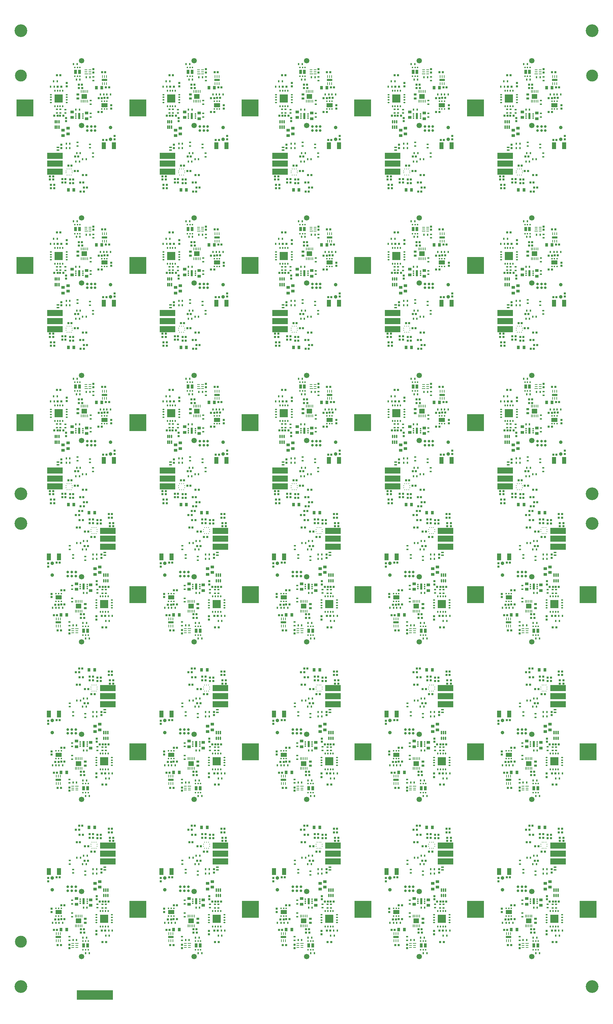
<source format=gbs>
G04*
G04 #@! TF.GenerationSoftware,Altium Limited,Altium Designer,23.6.0 (18)*
G04*
G04 Layer_Color=16711935*
%FSLAX44Y44*%
%MOMM*%
G71*
G04*
G04 #@! TF.SameCoordinates,542A25E6-394C-4203-B619-F464005C6F94*
G04*
G04*
G04 #@! TF.FilePolarity,Negative*
G04*
G01*
G75*
%ADD10R,4.2000X4.2000*%
%ADD18R,0.5200X0.5200*%
%ADD19R,0.5200X0.5200*%
%ADD20R,0.7200X0.4500*%
%ADD21R,0.5500X0.4500*%
%ADD40R,0.6200X0.6200*%
%ADD41R,0.5000X0.6000*%
%ADD48C,1.3500*%
%ADD49C,0.6500*%
%ADD71R,0.9000X0.7000*%
%ADD72R,0.3000X0.8500*%
%ADD73R,0.4500X0.5500*%
%ADD74O,0.3000X0.8500*%
%ADD75R,0.7000X0.9000*%
%ADD76R,4.0000X1.5000*%
%ADD77R,0.4200X0.4200*%
%ADD78R,0.8000X1.0000*%
%ADD79R,0.8500X0.2800*%
%ADD80R,0.7500X0.2800*%
%ADD81R,0.6500X0.5500*%
%ADD82O,0.3000X0.6500*%
%ADD83O,0.6500X0.3000*%
%ADD84R,2.1000X2.1000*%
%ADD85R,1.6000X1.0000*%
%ADD86R,0.3000X0.4500*%
%ADD87R,0.3000X0.3000*%
%ADD88R,0.6000X1.6000*%
%ADD89R,1.4000X1.3000*%
%ADD90R,0.2000X0.6500*%
%ADD91R,1.4200X0.6100*%
%ADD92R,0.2500X0.7000*%
%ADD93R,1.0000X1.8000*%
%ADD94R,0.2500X0.2750*%
%ADD95R,0.2500X0.2750*%
%ADD102R,2.3750X2.3750*%
%ADD103R,2.3750X2.3750*%
%ADD104C,3.2000*%
%ADD105C,3.0000*%
%ADD106C,0.9000*%
D10*
X330875Y2243000D02*
D03*
X47630D02*
D03*
X613270D02*
D03*
X896020D02*
D03*
X1179130D02*
D03*
Y1848000D02*
D03*
X896020D02*
D03*
X613270D02*
D03*
X47630D02*
D03*
X330875D02*
D03*
Y1453000D02*
D03*
X47630D02*
D03*
X613270D02*
D03*
X896020D02*
D03*
X1179130D02*
D03*
X330870Y232000D02*
D03*
X613980D02*
D03*
X896730D02*
D03*
X1462370D02*
D03*
X1179125D02*
D03*
Y627000D02*
D03*
X1462370D02*
D03*
X896730D02*
D03*
X613980D02*
D03*
X330870D02*
D03*
Y1022000D02*
D03*
X613980D02*
D03*
X896730D02*
D03*
X1462370D02*
D03*
X1179125D02*
D03*
D18*
X1258000Y312000D02*
D03*
X1266000D02*
D03*
X1328500Y353745D02*
D03*
X1336500D02*
D03*
X1251250Y179750D02*
D03*
X1259250D02*
D03*
X1261000Y141600D02*
D03*
X1269000D02*
D03*
X1254800Y206500D02*
D03*
X1262800D02*
D03*
X1397000Y425000D02*
D03*
X1389000D02*
D03*
X1315950Y419000D02*
D03*
X1323950D02*
D03*
X1308500Y400300D02*
D03*
X1316500D02*
D03*
X1353551Y376600D02*
D03*
X1345551D02*
D03*
X1329500Y389645D02*
D03*
X1337500D02*
D03*
X1349300Y420500D02*
D03*
X1341300D02*
D03*
X1368900Y418719D02*
D03*
X1360900D02*
D03*
X1326875Y182110D02*
D03*
X1318875D02*
D03*
X1327250Y173568D02*
D03*
X1319250D02*
D03*
X1368900Y410149D02*
D03*
X1360900D02*
D03*
X1380818Y251000D02*
D03*
X1388818D02*
D03*
X1374118D02*
D03*
X1366118D02*
D03*
X1269546Y242176D02*
D03*
X1277546D02*
D03*
X1269500Y207350D02*
D03*
X1277500D02*
D03*
X1314750Y441400D02*
D03*
X1322750D02*
D03*
X1306625Y431750D02*
D03*
X1314625D02*
D03*
X1397000Y433600D02*
D03*
X1389000D02*
D03*
X1349300Y411250D02*
D03*
X1341300D02*
D03*
X1258000Y707000D02*
D03*
X1266000D02*
D03*
X1328500Y748745D02*
D03*
X1336500D02*
D03*
X1251250Y574750D02*
D03*
X1259250D02*
D03*
X1261000Y536600D02*
D03*
X1269000D02*
D03*
X1254800Y601500D02*
D03*
X1262800D02*
D03*
X1397000Y820000D02*
D03*
X1389000D02*
D03*
X1315950Y814000D02*
D03*
X1323950D02*
D03*
X1308500Y795300D02*
D03*
X1316500D02*
D03*
X1353551Y771600D02*
D03*
X1345551D02*
D03*
X1329500Y784645D02*
D03*
X1337500D02*
D03*
X1349300Y815500D02*
D03*
X1341300D02*
D03*
X1368900Y813719D02*
D03*
X1360900D02*
D03*
X1326875Y577109D02*
D03*
X1318875D02*
D03*
X1327250Y568568D02*
D03*
X1319250D02*
D03*
X1368900Y805149D02*
D03*
X1360900D02*
D03*
X1380818Y646000D02*
D03*
X1388818D02*
D03*
X1374118D02*
D03*
X1366118D02*
D03*
X1269546Y637176D02*
D03*
X1277546D02*
D03*
X1269500Y602350D02*
D03*
X1277500D02*
D03*
X1314750Y836400D02*
D03*
X1322750D02*
D03*
X1306625Y826750D02*
D03*
X1314625D02*
D03*
X1397000Y828600D02*
D03*
X1389000D02*
D03*
X1349300Y806250D02*
D03*
X1341300D02*
D03*
X1258000Y1102000D02*
D03*
X1266000D02*
D03*
X1328500Y1143745D02*
D03*
X1336500D02*
D03*
X1251250Y969750D02*
D03*
X1259250D02*
D03*
X1261000Y931600D02*
D03*
X1269000D02*
D03*
X1254800Y996500D02*
D03*
X1262800D02*
D03*
X1397000Y1215000D02*
D03*
X1389000D02*
D03*
X1315950Y1209000D02*
D03*
X1323950D02*
D03*
X1308500Y1190300D02*
D03*
X1316500D02*
D03*
X1353551Y1166600D02*
D03*
X1345551D02*
D03*
X1329500Y1179645D02*
D03*
X1337500D02*
D03*
X1349300Y1210500D02*
D03*
X1341300D02*
D03*
X1368900Y1208719D02*
D03*
X1360900D02*
D03*
X1326875Y972110D02*
D03*
X1318875D02*
D03*
X1327250Y963568D02*
D03*
X1319250D02*
D03*
X1368900Y1200149D02*
D03*
X1360900D02*
D03*
X1380818Y1041000D02*
D03*
X1388818D02*
D03*
X1374118D02*
D03*
X1366118D02*
D03*
X1269546Y1032176D02*
D03*
X1277546D02*
D03*
X1269500Y997350D02*
D03*
X1277500D02*
D03*
X1314750Y1231400D02*
D03*
X1322750D02*
D03*
X1306625Y1221750D02*
D03*
X1314625D02*
D03*
X1397000Y1223600D02*
D03*
X1389000D02*
D03*
X1349300Y1201250D02*
D03*
X1341300D02*
D03*
X975250Y312000D02*
D03*
X983250D02*
D03*
X1045750Y353745D02*
D03*
X1053750D02*
D03*
X968500Y179750D02*
D03*
X976500D02*
D03*
X978250Y141600D02*
D03*
X986250D02*
D03*
X972050Y206500D02*
D03*
X980050D02*
D03*
X1114250Y425000D02*
D03*
X1106250D02*
D03*
X1033200Y419000D02*
D03*
X1041200D02*
D03*
X1025750Y400300D02*
D03*
X1033750D02*
D03*
X1070800Y376600D02*
D03*
X1062801D02*
D03*
X1046750Y389645D02*
D03*
X1054750D02*
D03*
X1066550Y420500D02*
D03*
X1058550D02*
D03*
X1086150Y418719D02*
D03*
X1078150D02*
D03*
X1044125Y182110D02*
D03*
X1036125D02*
D03*
X1044500Y173568D02*
D03*
X1036500D02*
D03*
X1086150Y410149D02*
D03*
X1078150D02*
D03*
X1098068Y251000D02*
D03*
X1106068D02*
D03*
X1091367D02*
D03*
X1083367D02*
D03*
X986796Y242176D02*
D03*
X994796D02*
D03*
X986750Y207350D02*
D03*
X994750D02*
D03*
X1032000Y441400D02*
D03*
X1040000D02*
D03*
X1023875Y431750D02*
D03*
X1031875D02*
D03*
X1114250Y433600D02*
D03*
X1106250D02*
D03*
X1066550Y411250D02*
D03*
X1058550D02*
D03*
X975250Y707000D02*
D03*
X983250D02*
D03*
X1045750Y748745D02*
D03*
X1053750D02*
D03*
X968500Y574750D02*
D03*
X976500D02*
D03*
X978250Y536600D02*
D03*
X986250D02*
D03*
X972050Y601500D02*
D03*
X980050D02*
D03*
X1114250Y820000D02*
D03*
X1106250D02*
D03*
X1033200Y814000D02*
D03*
X1041200D02*
D03*
X1025750Y795300D02*
D03*
X1033750D02*
D03*
X1070800Y771600D02*
D03*
X1062801D02*
D03*
X1046750Y784645D02*
D03*
X1054750D02*
D03*
X1066550Y815500D02*
D03*
X1058550D02*
D03*
X1086150Y813719D02*
D03*
X1078150D02*
D03*
X1044125Y577109D02*
D03*
X1036125D02*
D03*
X1044500Y568568D02*
D03*
X1036500D02*
D03*
X1086150Y805149D02*
D03*
X1078150D02*
D03*
X1098068Y646000D02*
D03*
X1106068D02*
D03*
X1091367D02*
D03*
X1083367D02*
D03*
X986796Y637176D02*
D03*
X994796D02*
D03*
X986750Y602350D02*
D03*
X994750D02*
D03*
X1032000Y836400D02*
D03*
X1040000D02*
D03*
X1023875Y826750D02*
D03*
X1031875D02*
D03*
X1114250Y828600D02*
D03*
X1106250D02*
D03*
X1066550Y806250D02*
D03*
X1058550D02*
D03*
X975250Y1102000D02*
D03*
X983250D02*
D03*
X1045750Y1143745D02*
D03*
X1053750D02*
D03*
X968500Y969750D02*
D03*
X976500D02*
D03*
X978250Y931600D02*
D03*
X986250D02*
D03*
X972050Y996500D02*
D03*
X980050D02*
D03*
X1114250Y1215000D02*
D03*
X1106250D02*
D03*
X1033200Y1209000D02*
D03*
X1041200D02*
D03*
X1025750Y1190300D02*
D03*
X1033750D02*
D03*
X1070800Y1166600D02*
D03*
X1062801D02*
D03*
X1046750Y1179645D02*
D03*
X1054750D02*
D03*
X1066550Y1210500D02*
D03*
X1058550D02*
D03*
X1086150Y1208719D02*
D03*
X1078150D02*
D03*
X1044125Y972110D02*
D03*
X1036125D02*
D03*
X1044500Y963568D02*
D03*
X1036500D02*
D03*
X1086150Y1200149D02*
D03*
X1078150D02*
D03*
X1098068Y1041000D02*
D03*
X1106068D02*
D03*
X1091367D02*
D03*
X1083367D02*
D03*
X986796Y1032176D02*
D03*
X994796D02*
D03*
X986750Y997350D02*
D03*
X994750D02*
D03*
X1032000Y1231400D02*
D03*
X1040000D02*
D03*
X1023875Y1221750D02*
D03*
X1031875D02*
D03*
X1114250Y1223600D02*
D03*
X1106250D02*
D03*
X1066550Y1201250D02*
D03*
X1058550D02*
D03*
X692500Y312000D02*
D03*
X700500D02*
D03*
X763000Y353745D02*
D03*
X771000D02*
D03*
X685750Y179750D02*
D03*
X693750D02*
D03*
X695500Y141600D02*
D03*
X703500D02*
D03*
X689300Y206500D02*
D03*
X697300D02*
D03*
X831500Y425000D02*
D03*
X823500D02*
D03*
X750450Y419000D02*
D03*
X758450D02*
D03*
X743000Y400300D02*
D03*
X751000D02*
D03*
X788050Y376600D02*
D03*
X780050D02*
D03*
X764000Y389645D02*
D03*
X772000D02*
D03*
X783800Y420500D02*
D03*
X775800D02*
D03*
X803400Y418719D02*
D03*
X795400D02*
D03*
X761375Y182110D02*
D03*
X753375D02*
D03*
X761750Y173568D02*
D03*
X753750D02*
D03*
X803400Y410149D02*
D03*
X795400D02*
D03*
X815318Y251000D02*
D03*
X823318D02*
D03*
X808617D02*
D03*
X800617D02*
D03*
X704046Y242176D02*
D03*
X712046D02*
D03*
X704000Y207350D02*
D03*
X712000D02*
D03*
X749250Y441400D02*
D03*
X757250D02*
D03*
X741125Y431750D02*
D03*
X749125D02*
D03*
X831500Y433600D02*
D03*
X823500D02*
D03*
X783800Y411250D02*
D03*
X775800D02*
D03*
X692500Y707000D02*
D03*
X700500D02*
D03*
X763000Y748745D02*
D03*
X771000D02*
D03*
X685750Y574750D02*
D03*
X693750D02*
D03*
X695500Y536600D02*
D03*
X703500D02*
D03*
X689300Y601500D02*
D03*
X697300D02*
D03*
X831500Y820000D02*
D03*
X823500D02*
D03*
X750450Y814000D02*
D03*
X758450D02*
D03*
X743000Y795300D02*
D03*
X751000D02*
D03*
X788050Y771600D02*
D03*
X780050D02*
D03*
X764000Y784645D02*
D03*
X772000D02*
D03*
X783800Y815500D02*
D03*
X775800D02*
D03*
X803400Y813719D02*
D03*
X795400D02*
D03*
X761375Y577109D02*
D03*
X753375D02*
D03*
X761750Y568568D02*
D03*
X753750D02*
D03*
X803400Y805149D02*
D03*
X795400D02*
D03*
X815318Y646000D02*
D03*
X823318D02*
D03*
X808617D02*
D03*
X800617D02*
D03*
X704046Y637176D02*
D03*
X712046D02*
D03*
X704000Y602350D02*
D03*
X712000D02*
D03*
X749250Y836400D02*
D03*
X757250D02*
D03*
X741125Y826750D02*
D03*
X749125D02*
D03*
X831500Y828600D02*
D03*
X823500D02*
D03*
X783800Y806250D02*
D03*
X775800D02*
D03*
X692500Y1102000D02*
D03*
X700500D02*
D03*
X763000Y1143745D02*
D03*
X771000D02*
D03*
X685750Y969750D02*
D03*
X693750D02*
D03*
X695500Y931600D02*
D03*
X703500D02*
D03*
X689300Y996500D02*
D03*
X697300D02*
D03*
X831500Y1215000D02*
D03*
X823500D02*
D03*
X750450Y1209000D02*
D03*
X758450D02*
D03*
X743000Y1190300D02*
D03*
X751000D02*
D03*
X788050Y1166600D02*
D03*
X780050D02*
D03*
X764000Y1179645D02*
D03*
X772000D02*
D03*
X783800Y1210500D02*
D03*
X775800D02*
D03*
X803400Y1208719D02*
D03*
X795400D02*
D03*
X761375Y972110D02*
D03*
X753375D02*
D03*
X761750Y963568D02*
D03*
X753750D02*
D03*
X803400Y1200149D02*
D03*
X795400D02*
D03*
X815318Y1041000D02*
D03*
X823318D02*
D03*
X808617D02*
D03*
X800617D02*
D03*
X704046Y1032176D02*
D03*
X712046D02*
D03*
X704000Y997350D02*
D03*
X712000D02*
D03*
X749250Y1231400D02*
D03*
X757250D02*
D03*
X741125Y1221750D02*
D03*
X749125D02*
D03*
X831500Y1223600D02*
D03*
X823500D02*
D03*
X783800Y1201250D02*
D03*
X775800D02*
D03*
X409750Y312000D02*
D03*
X417750D02*
D03*
X480250Y353745D02*
D03*
X488250D02*
D03*
X403000Y179750D02*
D03*
X411000D02*
D03*
X412750Y141600D02*
D03*
X420750D02*
D03*
X406550Y206500D02*
D03*
X414550D02*
D03*
X548750Y425000D02*
D03*
X540750D02*
D03*
X467700Y419000D02*
D03*
X475700D02*
D03*
X460250Y400300D02*
D03*
X468250D02*
D03*
X505300Y376600D02*
D03*
X497300D02*
D03*
X481250Y389645D02*
D03*
X489250D02*
D03*
X501050Y420500D02*
D03*
X493050D02*
D03*
X520650Y418719D02*
D03*
X512650D02*
D03*
X478625Y182110D02*
D03*
X470625D02*
D03*
X479000Y173568D02*
D03*
X471000D02*
D03*
X520650Y410149D02*
D03*
X512650D02*
D03*
X532567Y251000D02*
D03*
X540568D02*
D03*
X525867D02*
D03*
X517867D02*
D03*
X421296Y242176D02*
D03*
X429296D02*
D03*
X421250Y207350D02*
D03*
X429250D02*
D03*
X466500Y441400D02*
D03*
X474500D02*
D03*
X458374Y431750D02*
D03*
X466375D02*
D03*
X548750Y433600D02*
D03*
X540750D02*
D03*
X501050Y411250D02*
D03*
X493050D02*
D03*
X409750Y707000D02*
D03*
X417750D02*
D03*
X480250Y748745D02*
D03*
X488250D02*
D03*
X403000Y574750D02*
D03*
X411000D02*
D03*
X412750Y536600D02*
D03*
X420750D02*
D03*
X406550Y601500D02*
D03*
X414550D02*
D03*
X548750Y820000D02*
D03*
X540750D02*
D03*
X467700Y814000D02*
D03*
X475700D02*
D03*
X460250Y795300D02*
D03*
X468250D02*
D03*
X505300Y771600D02*
D03*
X497300D02*
D03*
X481250Y784645D02*
D03*
X489250D02*
D03*
X501050Y815500D02*
D03*
X493050D02*
D03*
X520650Y813719D02*
D03*
X512650D02*
D03*
X478625Y577109D02*
D03*
X470625D02*
D03*
X479000Y568568D02*
D03*
X471000D02*
D03*
X520650Y805149D02*
D03*
X512650D02*
D03*
X532567Y646000D02*
D03*
X540568D02*
D03*
X525867D02*
D03*
X517867D02*
D03*
X421296Y637176D02*
D03*
X429296D02*
D03*
X421250Y602350D02*
D03*
X429250D02*
D03*
X466500Y836400D02*
D03*
X474500D02*
D03*
X458374Y826750D02*
D03*
X466375D02*
D03*
X548750Y828600D02*
D03*
X540750D02*
D03*
X501050Y806250D02*
D03*
X493050D02*
D03*
X409750Y1102000D02*
D03*
X417750D02*
D03*
X480250Y1143745D02*
D03*
X488250D02*
D03*
X403000Y969750D02*
D03*
X411000D02*
D03*
X412750Y931600D02*
D03*
X420750D02*
D03*
X406550Y996500D02*
D03*
X414550D02*
D03*
X548750Y1215000D02*
D03*
X540750D02*
D03*
X467700Y1209000D02*
D03*
X475700D02*
D03*
X460250Y1190300D02*
D03*
X468250D02*
D03*
X505300Y1166600D02*
D03*
X497300D02*
D03*
X481250Y1179645D02*
D03*
X489250D02*
D03*
X501050Y1210500D02*
D03*
X493050D02*
D03*
X520650Y1208719D02*
D03*
X512650D02*
D03*
X478625Y972110D02*
D03*
X470625D02*
D03*
X479000Y963568D02*
D03*
X471000D02*
D03*
X520650Y1200149D02*
D03*
X512650D02*
D03*
X532567Y1041000D02*
D03*
X540568D02*
D03*
X525867D02*
D03*
X517867D02*
D03*
X421296Y1032176D02*
D03*
X429296D02*
D03*
X421250Y997350D02*
D03*
X429250D02*
D03*
X466500Y1231400D02*
D03*
X474500D02*
D03*
X458374Y1221750D02*
D03*
X466375D02*
D03*
X548750Y1223600D02*
D03*
X540750D02*
D03*
X501050Y1201250D02*
D03*
X493050D02*
D03*
X127000Y312000D02*
D03*
X135000D02*
D03*
X197500Y353745D02*
D03*
X205500D02*
D03*
X120250Y179750D02*
D03*
X128250D02*
D03*
X130000Y141600D02*
D03*
X138000D02*
D03*
X123800Y206500D02*
D03*
X131800D02*
D03*
X266000Y425000D02*
D03*
X258000D02*
D03*
X184950Y419000D02*
D03*
X192950D02*
D03*
X177500Y400300D02*
D03*
X185500D02*
D03*
X222550Y376600D02*
D03*
X214550D02*
D03*
X198500Y389645D02*
D03*
X206500D02*
D03*
X218300Y420500D02*
D03*
X210300D02*
D03*
X237900Y418719D02*
D03*
X229900D02*
D03*
X195875Y182110D02*
D03*
X187875D02*
D03*
X196250Y173568D02*
D03*
X188250D02*
D03*
X237900Y410149D02*
D03*
X229900D02*
D03*
X249817Y251000D02*
D03*
X257817D02*
D03*
X243117D02*
D03*
X235117D02*
D03*
X138546Y242176D02*
D03*
X146546D02*
D03*
X138500Y207350D02*
D03*
X146500D02*
D03*
X183750Y441400D02*
D03*
X191750D02*
D03*
X175624Y431750D02*
D03*
X183624D02*
D03*
X266000Y433600D02*
D03*
X258000D02*
D03*
X218300Y411250D02*
D03*
X210300D02*
D03*
X127000Y707000D02*
D03*
X135000D02*
D03*
X197500Y748745D02*
D03*
X205500D02*
D03*
X120250Y574750D02*
D03*
X128250D02*
D03*
X130000Y536600D02*
D03*
X138000D02*
D03*
X123800Y601500D02*
D03*
X131800D02*
D03*
X266000Y820000D02*
D03*
X258000D02*
D03*
X184950Y814000D02*
D03*
X192950D02*
D03*
X177500Y795300D02*
D03*
X185500D02*
D03*
X222550Y771600D02*
D03*
X214550D02*
D03*
X198500Y784645D02*
D03*
X206500D02*
D03*
X218300Y815500D02*
D03*
X210300D02*
D03*
X237900Y813719D02*
D03*
X229900D02*
D03*
X195875Y577109D02*
D03*
X187875D02*
D03*
X196250Y568568D02*
D03*
X188250D02*
D03*
X237900Y805149D02*
D03*
X229900D02*
D03*
X249817Y646000D02*
D03*
X257817D02*
D03*
X243117D02*
D03*
X235117D02*
D03*
X138546Y637176D02*
D03*
X146546D02*
D03*
X138500Y602350D02*
D03*
X146500D02*
D03*
X183750Y836400D02*
D03*
X191750D02*
D03*
X175624Y826750D02*
D03*
X183624D02*
D03*
X266000Y828600D02*
D03*
X258000D02*
D03*
X218300Y806250D02*
D03*
X210300D02*
D03*
X127000Y1102000D02*
D03*
X135000D02*
D03*
X197500Y1143745D02*
D03*
X205500D02*
D03*
X120250Y969750D02*
D03*
X128250D02*
D03*
X130000Y931600D02*
D03*
X138000D02*
D03*
X123800Y996500D02*
D03*
X131800D02*
D03*
X266000Y1215000D02*
D03*
X258000D02*
D03*
X184950Y1209000D02*
D03*
X192950D02*
D03*
X177500Y1190300D02*
D03*
X185500D02*
D03*
X222550Y1166600D02*
D03*
X214550D02*
D03*
X198500Y1179645D02*
D03*
X206500D02*
D03*
X218300Y1210500D02*
D03*
X210300D02*
D03*
X237900Y1208719D02*
D03*
X229900D02*
D03*
X195875Y972110D02*
D03*
X187875D02*
D03*
X196250Y963568D02*
D03*
X188250D02*
D03*
X237900Y1200149D02*
D03*
X229900D02*
D03*
X249817Y1041000D02*
D03*
X257817D02*
D03*
X243117D02*
D03*
X235117D02*
D03*
X138546Y1032176D02*
D03*
X146546D02*
D03*
X138500Y997350D02*
D03*
X146500D02*
D03*
X183750Y1231400D02*
D03*
X191750D02*
D03*
X175624Y1221750D02*
D03*
X183624D02*
D03*
X266000Y1223600D02*
D03*
X258000D02*
D03*
X218300Y1201250D02*
D03*
X210300D02*
D03*
X252000Y2163000D02*
D03*
X244000D02*
D03*
X181500Y2121255D02*
D03*
X173500D02*
D03*
X258750Y2295250D02*
D03*
X250750D02*
D03*
X249000Y2333400D02*
D03*
X241000D02*
D03*
X255200Y2268500D02*
D03*
X247200D02*
D03*
X113000Y2050000D02*
D03*
X121000D02*
D03*
X194050Y2056000D02*
D03*
X186050D02*
D03*
X201500Y2074700D02*
D03*
X193500D02*
D03*
X156449Y2098400D02*
D03*
X164449D02*
D03*
X180500Y2085355D02*
D03*
X172500D02*
D03*
X160700Y2054500D02*
D03*
X168700D02*
D03*
X141100Y2056281D02*
D03*
X149100D02*
D03*
X183125Y2292890D02*
D03*
X191125D02*
D03*
X182750Y2301431D02*
D03*
X190750D02*
D03*
X141100Y2064851D02*
D03*
X149100D02*
D03*
X129182Y2224000D02*
D03*
X121182D02*
D03*
X135882D02*
D03*
X143882D02*
D03*
X240454Y2232824D02*
D03*
X232454D02*
D03*
X240500Y2267650D02*
D03*
X232500D02*
D03*
X195250Y2033600D02*
D03*
X187250D02*
D03*
X203375Y2043250D02*
D03*
X195375D02*
D03*
X113000Y2041400D02*
D03*
X121000D02*
D03*
X160700Y2063750D02*
D03*
X168700D02*
D03*
X252000Y1768000D02*
D03*
X244000D02*
D03*
X181500Y1726255D02*
D03*
X173500D02*
D03*
X258750Y1900250D02*
D03*
X250750D02*
D03*
X249000Y1938400D02*
D03*
X241000D02*
D03*
X255200Y1873500D02*
D03*
X247200D02*
D03*
X113000Y1655000D02*
D03*
X121000D02*
D03*
X194050Y1661000D02*
D03*
X186050D02*
D03*
X201500Y1679700D02*
D03*
X193500D02*
D03*
X156449Y1703400D02*
D03*
X164449D02*
D03*
X180500Y1690355D02*
D03*
X172500D02*
D03*
X160700Y1659500D02*
D03*
X168700D02*
D03*
X141100Y1661281D02*
D03*
X149100D02*
D03*
X183125Y1897890D02*
D03*
X191125D02*
D03*
X182750Y1906431D02*
D03*
X190750D02*
D03*
X141100Y1669851D02*
D03*
X149100D02*
D03*
X129182Y1829000D02*
D03*
X121182D02*
D03*
X135882D02*
D03*
X143882D02*
D03*
X240454Y1837824D02*
D03*
X232454D02*
D03*
X240500Y1872650D02*
D03*
X232500D02*
D03*
X195250Y1638600D02*
D03*
X187250D02*
D03*
X203375Y1648250D02*
D03*
X195375D02*
D03*
X113000Y1646400D02*
D03*
X121000D02*
D03*
X160700Y1668750D02*
D03*
X168700D02*
D03*
X252000Y1373000D02*
D03*
X244000D02*
D03*
X181500Y1331255D02*
D03*
X173500D02*
D03*
X258750Y1505250D02*
D03*
X250750D02*
D03*
X249000Y1543400D02*
D03*
X241000D02*
D03*
X255200Y1478500D02*
D03*
X247200D02*
D03*
X113000Y1260000D02*
D03*
X121000D02*
D03*
X194050Y1266000D02*
D03*
X186050D02*
D03*
X201500Y1284700D02*
D03*
X193500D02*
D03*
X156449Y1308400D02*
D03*
X164449D02*
D03*
X180500Y1295355D02*
D03*
X172500D02*
D03*
X160700Y1264500D02*
D03*
X168700D02*
D03*
X141100Y1266281D02*
D03*
X149100D02*
D03*
X183125Y1502890D02*
D03*
X191125D02*
D03*
X182750Y1511431D02*
D03*
X190750D02*
D03*
X141100Y1274851D02*
D03*
X149100D02*
D03*
X129182Y1434000D02*
D03*
X121182D02*
D03*
X135882D02*
D03*
X143882D02*
D03*
X240454Y1442824D02*
D03*
X232454D02*
D03*
X240500Y1477650D02*
D03*
X232500D02*
D03*
X195250Y1243600D02*
D03*
X187250D02*
D03*
X203375Y1253250D02*
D03*
X195375D02*
D03*
X113000Y1251400D02*
D03*
X121000D02*
D03*
X160700Y1273750D02*
D03*
X168700D02*
D03*
X534750Y2163000D02*
D03*
X526750D02*
D03*
X464250Y2121255D02*
D03*
X456250D02*
D03*
X541500Y2295250D02*
D03*
X533500D02*
D03*
X531750Y2333400D02*
D03*
X523750D02*
D03*
X537950Y2268500D02*
D03*
X529950D02*
D03*
X395750Y2050000D02*
D03*
X403750D02*
D03*
X476800Y2056000D02*
D03*
X468800D02*
D03*
X484250Y2074700D02*
D03*
X476250D02*
D03*
X439199Y2098400D02*
D03*
X447200D02*
D03*
X463250Y2085355D02*
D03*
X455250D02*
D03*
X443450Y2054500D02*
D03*
X451450D02*
D03*
X423850Y2056281D02*
D03*
X431850D02*
D03*
X465875Y2292890D02*
D03*
X473875D02*
D03*
X465500Y2301431D02*
D03*
X473500D02*
D03*
X423850Y2064851D02*
D03*
X431850D02*
D03*
X411932Y2224000D02*
D03*
X403932D02*
D03*
X418633D02*
D03*
X426632D02*
D03*
X523204Y2232824D02*
D03*
X515204D02*
D03*
X523250Y2267650D02*
D03*
X515250D02*
D03*
X478000Y2033600D02*
D03*
X470000D02*
D03*
X486125Y2043250D02*
D03*
X478125D02*
D03*
X395750Y2041400D02*
D03*
X403750D02*
D03*
X443450Y2063750D02*
D03*
X451450D02*
D03*
X534750Y1768000D02*
D03*
X526750D02*
D03*
X464250Y1726255D02*
D03*
X456250D02*
D03*
X541500Y1900250D02*
D03*
X533500D02*
D03*
X531750Y1938400D02*
D03*
X523750D02*
D03*
X537950Y1873500D02*
D03*
X529950D02*
D03*
X395750Y1655000D02*
D03*
X403750D02*
D03*
X476800Y1661000D02*
D03*
X468800D02*
D03*
X484250Y1679700D02*
D03*
X476250D02*
D03*
X439199Y1703400D02*
D03*
X447200D02*
D03*
X463250Y1690355D02*
D03*
X455250D02*
D03*
X443450Y1659500D02*
D03*
X451450D02*
D03*
X423850Y1661281D02*
D03*
X431850D02*
D03*
X465875Y1897890D02*
D03*
X473875D02*
D03*
X465500Y1906431D02*
D03*
X473500D02*
D03*
X423850Y1669851D02*
D03*
X431850D02*
D03*
X411932Y1829000D02*
D03*
X403932D02*
D03*
X418633D02*
D03*
X426632D02*
D03*
X523204Y1837824D02*
D03*
X515204D02*
D03*
X523250Y1872650D02*
D03*
X515250D02*
D03*
X478000Y1638600D02*
D03*
X470000D02*
D03*
X486125Y1648250D02*
D03*
X478125D02*
D03*
X395750Y1646400D02*
D03*
X403750D02*
D03*
X443450Y1668750D02*
D03*
X451450D02*
D03*
X534750Y1373000D02*
D03*
X526750D02*
D03*
X464250Y1331255D02*
D03*
X456250D02*
D03*
X541500Y1505250D02*
D03*
X533500D02*
D03*
X531750Y1543400D02*
D03*
X523750D02*
D03*
X537950Y1478500D02*
D03*
X529950D02*
D03*
X395750Y1260000D02*
D03*
X403750D02*
D03*
X476800Y1266000D02*
D03*
X468800D02*
D03*
X484250Y1284700D02*
D03*
X476250D02*
D03*
X439199Y1308400D02*
D03*
X447200D02*
D03*
X463250Y1295355D02*
D03*
X455250D02*
D03*
X443450Y1264500D02*
D03*
X451450D02*
D03*
X423850Y1266281D02*
D03*
X431850D02*
D03*
X465875Y1502890D02*
D03*
X473875D02*
D03*
X465500Y1511431D02*
D03*
X473500D02*
D03*
X423850Y1274851D02*
D03*
X431850D02*
D03*
X411932Y1434000D02*
D03*
X403932D02*
D03*
X418633D02*
D03*
X426632D02*
D03*
X523204Y1442824D02*
D03*
X515204D02*
D03*
X523250Y1477650D02*
D03*
X515250D02*
D03*
X478000Y1243600D02*
D03*
X470000D02*
D03*
X486125Y1253250D02*
D03*
X478125D02*
D03*
X395750Y1251400D02*
D03*
X403750D02*
D03*
X443450Y1273750D02*
D03*
X451450D02*
D03*
X817500Y2163000D02*
D03*
X809500D02*
D03*
X747000Y2121255D02*
D03*
X739000D02*
D03*
X824250Y2295250D02*
D03*
X816250D02*
D03*
X814500Y2333400D02*
D03*
X806500D02*
D03*
X820700Y2268500D02*
D03*
X812700D02*
D03*
X678500Y2050000D02*
D03*
X686500D02*
D03*
X759550Y2056000D02*
D03*
X751550D02*
D03*
X767000Y2074700D02*
D03*
X759000D02*
D03*
X721950Y2098400D02*
D03*
X729950D02*
D03*
X746000Y2085355D02*
D03*
X738000D02*
D03*
X726200Y2054500D02*
D03*
X734200D02*
D03*
X706600Y2056281D02*
D03*
X714600D02*
D03*
X748625Y2292890D02*
D03*
X756625D02*
D03*
X748250Y2301431D02*
D03*
X756250D02*
D03*
X706600Y2064851D02*
D03*
X714600D02*
D03*
X694682Y2224000D02*
D03*
X686682D02*
D03*
X701383D02*
D03*
X709383D02*
D03*
X805954Y2232824D02*
D03*
X797954D02*
D03*
X806000Y2267650D02*
D03*
X798000D02*
D03*
X760750Y2033600D02*
D03*
X752750D02*
D03*
X768875Y2043250D02*
D03*
X760875D02*
D03*
X678500Y2041400D02*
D03*
X686500D02*
D03*
X726200Y2063750D02*
D03*
X734200D02*
D03*
X817500Y1768000D02*
D03*
X809500D02*
D03*
X747000Y1726255D02*
D03*
X739000D02*
D03*
X824250Y1900250D02*
D03*
X816250D02*
D03*
X814500Y1938400D02*
D03*
X806500D02*
D03*
X820700Y1873500D02*
D03*
X812700D02*
D03*
X678500Y1655000D02*
D03*
X686500D02*
D03*
X759550Y1661000D02*
D03*
X751550D02*
D03*
X767000Y1679700D02*
D03*
X759000D02*
D03*
X721950Y1703400D02*
D03*
X729950D02*
D03*
X746000Y1690355D02*
D03*
X738000D02*
D03*
X726200Y1659500D02*
D03*
X734200D02*
D03*
X706600Y1661281D02*
D03*
X714600D02*
D03*
X748625Y1897890D02*
D03*
X756625D02*
D03*
X748250Y1906431D02*
D03*
X756250D02*
D03*
X706600Y1669851D02*
D03*
X714600D02*
D03*
X694682Y1829000D02*
D03*
X686682D02*
D03*
X701383D02*
D03*
X709383D02*
D03*
X805954Y1837824D02*
D03*
X797954D02*
D03*
X806000Y1872650D02*
D03*
X798000D02*
D03*
X760750Y1638600D02*
D03*
X752750D02*
D03*
X768875Y1648250D02*
D03*
X760875D02*
D03*
X678500Y1646400D02*
D03*
X686500D02*
D03*
X726200Y1668750D02*
D03*
X734200D02*
D03*
X817500Y1373000D02*
D03*
X809500D02*
D03*
X747000Y1331255D02*
D03*
X739000D02*
D03*
X824250Y1505250D02*
D03*
X816250D02*
D03*
X814500Y1543400D02*
D03*
X806500D02*
D03*
X820700Y1478500D02*
D03*
X812700D02*
D03*
X678500Y1260000D02*
D03*
X686500D02*
D03*
X759550Y1266000D02*
D03*
X751550D02*
D03*
X767000Y1284700D02*
D03*
X759000D02*
D03*
X721950Y1308400D02*
D03*
X729950D02*
D03*
X746000Y1295355D02*
D03*
X738000D02*
D03*
X726200Y1264500D02*
D03*
X734200D02*
D03*
X706600Y1266281D02*
D03*
X714600D02*
D03*
X748625Y1502890D02*
D03*
X756625D02*
D03*
X748250Y1511431D02*
D03*
X756250D02*
D03*
X706600Y1274851D02*
D03*
X714600D02*
D03*
X694682Y1434000D02*
D03*
X686682D02*
D03*
X701383D02*
D03*
X709383D02*
D03*
X805954Y1442824D02*
D03*
X797954D02*
D03*
X806000Y1477650D02*
D03*
X798000D02*
D03*
X760750Y1243600D02*
D03*
X752750D02*
D03*
X768875Y1253250D02*
D03*
X760875D02*
D03*
X678500Y1251400D02*
D03*
X686500D02*
D03*
X726200Y1273750D02*
D03*
X734200D02*
D03*
X1100250Y2163000D02*
D03*
X1092250D02*
D03*
X1029750Y2121255D02*
D03*
X1021750D02*
D03*
X1107000Y2295250D02*
D03*
X1099000D02*
D03*
X1097250Y2333400D02*
D03*
X1089250D02*
D03*
X1103450Y2268500D02*
D03*
X1095450D02*
D03*
X961250Y2050000D02*
D03*
X969250D02*
D03*
X1042300Y2056000D02*
D03*
X1034300D02*
D03*
X1049750Y2074700D02*
D03*
X1041750D02*
D03*
X1004700Y2098400D02*
D03*
X1012700D02*
D03*
X1028750Y2085355D02*
D03*
X1020750D02*
D03*
X1008950Y2054500D02*
D03*
X1016950D02*
D03*
X989350Y2056281D02*
D03*
X997350D02*
D03*
X1031375Y2292890D02*
D03*
X1039375D02*
D03*
X1031000Y2301431D02*
D03*
X1039000D02*
D03*
X989350Y2064851D02*
D03*
X997350D02*
D03*
X977432Y2224000D02*
D03*
X969433D02*
D03*
X984133D02*
D03*
X992133D02*
D03*
X1088704Y2232824D02*
D03*
X1080704D02*
D03*
X1088750Y2267650D02*
D03*
X1080750D02*
D03*
X1043500Y2033600D02*
D03*
X1035500D02*
D03*
X1051626Y2043250D02*
D03*
X1043625D02*
D03*
X961250Y2041400D02*
D03*
X969250D02*
D03*
X1008950Y2063750D02*
D03*
X1016950D02*
D03*
X1100250Y1768000D02*
D03*
X1092250D02*
D03*
X1029750Y1726255D02*
D03*
X1021750D02*
D03*
X1107000Y1900250D02*
D03*
X1099000D02*
D03*
X1097250Y1938400D02*
D03*
X1089250D02*
D03*
X1103450Y1873500D02*
D03*
X1095450D02*
D03*
X961250Y1655000D02*
D03*
X969250D02*
D03*
X1042300Y1661000D02*
D03*
X1034300D02*
D03*
X1049750Y1679700D02*
D03*
X1041750D02*
D03*
X1004700Y1703400D02*
D03*
X1012700D02*
D03*
X1028750Y1690355D02*
D03*
X1020750D02*
D03*
X1008950Y1659500D02*
D03*
X1016950D02*
D03*
X989350Y1661281D02*
D03*
X997350D02*
D03*
X1031375Y1897890D02*
D03*
X1039375D02*
D03*
X1031000Y1906431D02*
D03*
X1039000D02*
D03*
X989350Y1669851D02*
D03*
X997350D02*
D03*
X977432Y1829000D02*
D03*
X969433D02*
D03*
X984133D02*
D03*
X992133D02*
D03*
X1088704Y1837824D02*
D03*
X1080704D02*
D03*
X1088750Y1872650D02*
D03*
X1080750D02*
D03*
X1043500Y1638600D02*
D03*
X1035500D02*
D03*
X1051626Y1648250D02*
D03*
X1043625D02*
D03*
X961250Y1646400D02*
D03*
X969250D02*
D03*
X1008950Y1668750D02*
D03*
X1016950D02*
D03*
X1100250Y1373000D02*
D03*
X1092250D02*
D03*
X1029750Y1331255D02*
D03*
X1021750D02*
D03*
X1107000Y1505250D02*
D03*
X1099000D02*
D03*
X1097250Y1543400D02*
D03*
X1089250D02*
D03*
X1103450Y1478500D02*
D03*
X1095450D02*
D03*
X961250Y1260000D02*
D03*
X969250D02*
D03*
X1042300Y1266000D02*
D03*
X1034300D02*
D03*
X1049750Y1284700D02*
D03*
X1041750D02*
D03*
X1004700Y1308400D02*
D03*
X1012700D02*
D03*
X1028750Y1295355D02*
D03*
X1020750D02*
D03*
X1008950Y1264500D02*
D03*
X1016950D02*
D03*
X989350Y1266281D02*
D03*
X997350D02*
D03*
X1031375Y1502890D02*
D03*
X1039375D02*
D03*
X1031000Y1511431D02*
D03*
X1039000D02*
D03*
X989350Y1274851D02*
D03*
X997350D02*
D03*
X977432Y1434000D02*
D03*
X969433D02*
D03*
X984133D02*
D03*
X992133D02*
D03*
X1088704Y1442824D02*
D03*
X1080704D02*
D03*
X1088750Y1477650D02*
D03*
X1080750D02*
D03*
X1043500Y1243600D02*
D03*
X1035500D02*
D03*
X1051626Y1253250D02*
D03*
X1043625D02*
D03*
X961250Y1251400D02*
D03*
X969250D02*
D03*
X1008950Y1273750D02*
D03*
X1016950D02*
D03*
X1383000Y2163000D02*
D03*
X1375000D02*
D03*
X1312500Y2121255D02*
D03*
X1304500D02*
D03*
X1389750Y2295250D02*
D03*
X1381750D02*
D03*
X1380000Y2333400D02*
D03*
X1372000D02*
D03*
X1386200Y2268500D02*
D03*
X1378200D02*
D03*
X1244000Y2050000D02*
D03*
X1252000D02*
D03*
X1325050Y2056000D02*
D03*
X1317050D02*
D03*
X1332500Y2074700D02*
D03*
X1324500D02*
D03*
X1287450Y2098400D02*
D03*
X1295450D02*
D03*
X1311500Y2085355D02*
D03*
X1303500D02*
D03*
X1291700Y2054500D02*
D03*
X1299700D02*
D03*
X1272100Y2056281D02*
D03*
X1280100D02*
D03*
X1314125Y2292890D02*
D03*
X1322125D02*
D03*
X1313750Y2301431D02*
D03*
X1321750D02*
D03*
X1272100Y2064851D02*
D03*
X1280100D02*
D03*
X1260183Y2224000D02*
D03*
X1252183D02*
D03*
X1266883D02*
D03*
X1274883D02*
D03*
X1371454Y2232824D02*
D03*
X1363454D02*
D03*
X1371500Y2267650D02*
D03*
X1363500D02*
D03*
X1326250Y2033600D02*
D03*
X1318250D02*
D03*
X1334376Y2043250D02*
D03*
X1326376D02*
D03*
X1244000Y2041400D02*
D03*
X1252000D02*
D03*
X1291700Y2063750D02*
D03*
X1299700D02*
D03*
X1383000Y1768000D02*
D03*
X1375000D02*
D03*
X1312500Y1726255D02*
D03*
X1304500D02*
D03*
X1389750Y1900250D02*
D03*
X1381750D02*
D03*
X1380000Y1938400D02*
D03*
X1372000D02*
D03*
X1386200Y1873500D02*
D03*
X1378200D02*
D03*
X1244000Y1655000D02*
D03*
X1252000D02*
D03*
X1325050Y1661000D02*
D03*
X1317050D02*
D03*
X1332500Y1679700D02*
D03*
X1324500D02*
D03*
X1287450Y1703400D02*
D03*
X1295450D02*
D03*
X1311500Y1690355D02*
D03*
X1303500D02*
D03*
X1291700Y1659500D02*
D03*
X1299700D02*
D03*
X1272100Y1661281D02*
D03*
X1280100D02*
D03*
X1314125Y1897890D02*
D03*
X1322125D02*
D03*
X1313750Y1906431D02*
D03*
X1321750D02*
D03*
X1272100Y1669851D02*
D03*
X1280100D02*
D03*
X1260183Y1829000D02*
D03*
X1252183D02*
D03*
X1266883D02*
D03*
X1274883D02*
D03*
X1371454Y1837824D02*
D03*
X1363454D02*
D03*
X1371500Y1872650D02*
D03*
X1363500D02*
D03*
X1326250Y1638600D02*
D03*
X1318250D02*
D03*
X1334376Y1648250D02*
D03*
X1326376D02*
D03*
X1244000Y1646400D02*
D03*
X1252000D02*
D03*
X1291700Y1668750D02*
D03*
X1299700D02*
D03*
X1383000Y1373000D02*
D03*
X1375000D02*
D03*
X1312500Y1331255D02*
D03*
X1304500D02*
D03*
X1389750Y1505250D02*
D03*
X1381750D02*
D03*
X1380000Y1543400D02*
D03*
X1372000D02*
D03*
X1386200Y1478500D02*
D03*
X1378200D02*
D03*
X1244000Y1260000D02*
D03*
X1252000D02*
D03*
X1325050Y1266000D02*
D03*
X1317050D02*
D03*
X1332500Y1284700D02*
D03*
X1324500D02*
D03*
X1287450Y1308400D02*
D03*
X1295450D02*
D03*
X1311500Y1295355D02*
D03*
X1303500D02*
D03*
X1291700Y1264500D02*
D03*
X1299700D02*
D03*
X1272100Y1266281D02*
D03*
X1280100D02*
D03*
X1314125Y1502890D02*
D03*
X1322125D02*
D03*
X1313750Y1511431D02*
D03*
X1321750D02*
D03*
X1272100Y1274851D02*
D03*
X1280100D02*
D03*
X1260183Y1434000D02*
D03*
X1252183D02*
D03*
X1266883D02*
D03*
X1274883D02*
D03*
X1371454Y1442824D02*
D03*
X1363454D02*
D03*
X1371500Y1477650D02*
D03*
X1363500D02*
D03*
X1326250Y1243600D02*
D03*
X1318250D02*
D03*
X1334376Y1253250D02*
D03*
X1326376D02*
D03*
X1244000Y1251400D02*
D03*
X1252000D02*
D03*
X1291700Y1273750D02*
D03*
X1299700D02*
D03*
D19*
X1236950Y302250D02*
D03*
Y310250D02*
D03*
X1290251Y134500D02*
D03*
Y142500D02*
D03*
X1245750Y233250D02*
D03*
Y225250D02*
D03*
X1358900Y257083D02*
D03*
Y265083D02*
D03*
X1370750Y332162D02*
D03*
Y324162D02*
D03*
X1391500Y411376D02*
D03*
Y403376D02*
D03*
X1400050Y411376D02*
D03*
Y403376D02*
D03*
X1236950Y697250D02*
D03*
Y705250D02*
D03*
X1290251Y529500D02*
D03*
Y537500D02*
D03*
X1245750Y628250D02*
D03*
Y620250D02*
D03*
X1358900Y652083D02*
D03*
Y660083D02*
D03*
X1370750Y727162D02*
D03*
Y719162D02*
D03*
X1391500Y806376D02*
D03*
Y798375D02*
D03*
X1400050Y806376D02*
D03*
Y798375D02*
D03*
X1236950Y1092250D02*
D03*
Y1100250D02*
D03*
X1290251Y924500D02*
D03*
Y932500D02*
D03*
X1245750Y1023250D02*
D03*
Y1015250D02*
D03*
X1358900Y1047083D02*
D03*
Y1055083D02*
D03*
X1370750Y1122162D02*
D03*
Y1114162D02*
D03*
X1391500Y1201376D02*
D03*
Y1193375D02*
D03*
X1400050Y1201376D02*
D03*
Y1193375D02*
D03*
X954200Y302250D02*
D03*
Y310250D02*
D03*
X1007501Y134500D02*
D03*
Y142500D02*
D03*
X963000Y233250D02*
D03*
Y225250D02*
D03*
X1076150Y257083D02*
D03*
Y265083D02*
D03*
X1088000Y332162D02*
D03*
Y324162D02*
D03*
X1108750Y411376D02*
D03*
Y403376D02*
D03*
X1117300Y411376D02*
D03*
Y403376D02*
D03*
X954200Y697250D02*
D03*
Y705250D02*
D03*
X1007501Y529500D02*
D03*
Y537500D02*
D03*
X963000Y628250D02*
D03*
Y620250D02*
D03*
X1076150Y652083D02*
D03*
Y660083D02*
D03*
X1088000Y727162D02*
D03*
Y719162D02*
D03*
X1108750Y806376D02*
D03*
Y798375D02*
D03*
X1117300Y806376D02*
D03*
Y798375D02*
D03*
X954200Y1092250D02*
D03*
Y1100250D02*
D03*
X1007501Y924500D02*
D03*
Y932500D02*
D03*
X963000Y1023250D02*
D03*
Y1015250D02*
D03*
X1076150Y1047083D02*
D03*
Y1055083D02*
D03*
X1088000Y1122162D02*
D03*
Y1114162D02*
D03*
X1108750Y1201376D02*
D03*
Y1193375D02*
D03*
X1117300Y1201376D02*
D03*
Y1193375D02*
D03*
X671450Y302250D02*
D03*
Y310250D02*
D03*
X724751Y134500D02*
D03*
Y142500D02*
D03*
X680250Y233250D02*
D03*
Y225250D02*
D03*
X793400Y257083D02*
D03*
Y265083D02*
D03*
X805250Y332162D02*
D03*
Y324162D02*
D03*
X826000Y411376D02*
D03*
Y403376D02*
D03*
X834550Y411376D02*
D03*
Y403376D02*
D03*
X671450Y697250D02*
D03*
Y705250D02*
D03*
X724751Y529500D02*
D03*
Y537500D02*
D03*
X680250Y628250D02*
D03*
Y620250D02*
D03*
X793400Y652083D02*
D03*
Y660083D02*
D03*
X805250Y727162D02*
D03*
Y719162D02*
D03*
X826000Y806376D02*
D03*
Y798375D02*
D03*
X834550Y806376D02*
D03*
Y798375D02*
D03*
X671450Y1092250D02*
D03*
Y1100250D02*
D03*
X724751Y924500D02*
D03*
Y932500D02*
D03*
X680250Y1023250D02*
D03*
Y1015250D02*
D03*
X793400Y1047083D02*
D03*
Y1055083D02*
D03*
X805250Y1122162D02*
D03*
Y1114162D02*
D03*
X826000Y1201376D02*
D03*
Y1193375D02*
D03*
X834550Y1201376D02*
D03*
Y1193375D02*
D03*
X388700Y302250D02*
D03*
Y310250D02*
D03*
X442001Y134500D02*
D03*
Y142500D02*
D03*
X397500Y233250D02*
D03*
Y225250D02*
D03*
X510650Y257083D02*
D03*
Y265083D02*
D03*
X522500Y332162D02*
D03*
Y324162D02*
D03*
X543250Y411376D02*
D03*
Y403376D02*
D03*
X551800Y411376D02*
D03*
Y403376D02*
D03*
X388700Y697250D02*
D03*
Y705250D02*
D03*
X442001Y529500D02*
D03*
Y537500D02*
D03*
X397500Y628250D02*
D03*
Y620250D02*
D03*
X510650Y652083D02*
D03*
Y660083D02*
D03*
X522500Y727162D02*
D03*
Y719162D02*
D03*
X543250Y806376D02*
D03*
Y798375D02*
D03*
X551800Y806376D02*
D03*
Y798375D02*
D03*
X388700Y1092250D02*
D03*
Y1100250D02*
D03*
X442001Y924500D02*
D03*
Y932500D02*
D03*
X397500Y1023250D02*
D03*
Y1015250D02*
D03*
X510650Y1047083D02*
D03*
Y1055083D02*
D03*
X522500Y1122162D02*
D03*
Y1114162D02*
D03*
X543250Y1201376D02*
D03*
Y1193375D02*
D03*
X551800Y1201376D02*
D03*
Y1193375D02*
D03*
X105950Y302250D02*
D03*
Y310250D02*
D03*
X159250Y134500D02*
D03*
Y142500D02*
D03*
X114750Y233250D02*
D03*
Y225250D02*
D03*
X227900Y257083D02*
D03*
Y265083D02*
D03*
X239750Y332162D02*
D03*
Y324162D02*
D03*
X260500Y411376D02*
D03*
Y403376D02*
D03*
X269050Y411376D02*
D03*
Y403376D02*
D03*
X105950Y697250D02*
D03*
Y705250D02*
D03*
X159250Y529500D02*
D03*
Y537500D02*
D03*
X114750Y628250D02*
D03*
Y620250D02*
D03*
X227900Y652083D02*
D03*
Y660083D02*
D03*
X239750Y727162D02*
D03*
Y719162D02*
D03*
X260500Y806376D02*
D03*
Y798375D02*
D03*
X269050Y806376D02*
D03*
Y798375D02*
D03*
X105950Y1092250D02*
D03*
Y1100250D02*
D03*
X159250Y924500D02*
D03*
Y932500D02*
D03*
X114750Y1023250D02*
D03*
Y1015250D02*
D03*
X227900Y1047083D02*
D03*
Y1055083D02*
D03*
X239750Y1122162D02*
D03*
Y1114162D02*
D03*
X260500Y1201376D02*
D03*
Y1193375D02*
D03*
X269050Y1201376D02*
D03*
Y1193375D02*
D03*
X273050Y2172750D02*
D03*
Y2164750D02*
D03*
X219749Y2340500D02*
D03*
Y2332500D02*
D03*
X264250Y2241750D02*
D03*
Y2249750D02*
D03*
X151100Y2217917D02*
D03*
Y2209917D02*
D03*
X139250Y2142838D02*
D03*
Y2150838D02*
D03*
X118500Y2063625D02*
D03*
Y2071624D02*
D03*
X109950Y2063625D02*
D03*
Y2071624D02*
D03*
X273050Y1777750D02*
D03*
Y1769750D02*
D03*
X219749Y1945500D02*
D03*
Y1937500D02*
D03*
X264250Y1846750D02*
D03*
Y1854750D02*
D03*
X151100Y1822917D02*
D03*
Y1814917D02*
D03*
X139250Y1747838D02*
D03*
Y1755838D02*
D03*
X118500Y1668625D02*
D03*
Y1676624D02*
D03*
X109950Y1668625D02*
D03*
Y1676624D02*
D03*
X273050Y1382750D02*
D03*
Y1374750D02*
D03*
X219749Y1550500D02*
D03*
Y1542500D02*
D03*
X264250Y1451750D02*
D03*
Y1459750D02*
D03*
X151100Y1427917D02*
D03*
Y1419917D02*
D03*
X139250Y1352838D02*
D03*
Y1360838D02*
D03*
X118500Y1273624D02*
D03*
Y1281624D02*
D03*
X109950Y1273624D02*
D03*
Y1281624D02*
D03*
X555800Y2172750D02*
D03*
Y2164750D02*
D03*
X502499Y2340500D02*
D03*
Y2332500D02*
D03*
X547000Y2241750D02*
D03*
Y2249750D02*
D03*
X433850Y2217917D02*
D03*
Y2209917D02*
D03*
X422000Y2142838D02*
D03*
Y2150838D02*
D03*
X401250Y2063625D02*
D03*
Y2071624D02*
D03*
X392700Y2063625D02*
D03*
Y2071624D02*
D03*
X555800Y1777750D02*
D03*
Y1769750D02*
D03*
X502499Y1945500D02*
D03*
Y1937500D02*
D03*
X547000Y1846750D02*
D03*
Y1854750D02*
D03*
X433850Y1822917D02*
D03*
Y1814917D02*
D03*
X422000Y1747838D02*
D03*
Y1755838D02*
D03*
X401250Y1668625D02*
D03*
Y1676624D02*
D03*
X392700Y1668625D02*
D03*
Y1676624D02*
D03*
X555800Y1382750D02*
D03*
Y1374750D02*
D03*
X502499Y1550500D02*
D03*
Y1542500D02*
D03*
X547000Y1451750D02*
D03*
Y1459750D02*
D03*
X433850Y1427917D02*
D03*
Y1419917D02*
D03*
X422000Y1352838D02*
D03*
Y1360838D02*
D03*
X401250Y1273624D02*
D03*
Y1281624D02*
D03*
X392700Y1273624D02*
D03*
Y1281624D02*
D03*
X838550Y2172750D02*
D03*
Y2164750D02*
D03*
X785249Y2340500D02*
D03*
Y2332500D02*
D03*
X829750Y2241750D02*
D03*
Y2249750D02*
D03*
X716600Y2217917D02*
D03*
Y2209917D02*
D03*
X704750Y2142838D02*
D03*
Y2150838D02*
D03*
X684000Y2063625D02*
D03*
Y2071624D02*
D03*
X675450Y2063625D02*
D03*
Y2071624D02*
D03*
X838550Y1777750D02*
D03*
Y1769750D02*
D03*
X785249Y1945500D02*
D03*
Y1937500D02*
D03*
X829750Y1846750D02*
D03*
Y1854750D02*
D03*
X716600Y1822917D02*
D03*
Y1814917D02*
D03*
X704750Y1747838D02*
D03*
Y1755838D02*
D03*
X684000Y1668625D02*
D03*
Y1676624D02*
D03*
X675450Y1668625D02*
D03*
Y1676624D02*
D03*
X838550Y1382750D02*
D03*
Y1374750D02*
D03*
X785249Y1550500D02*
D03*
Y1542500D02*
D03*
X829750Y1451750D02*
D03*
Y1459750D02*
D03*
X716600Y1427917D02*
D03*
Y1419917D02*
D03*
X704750Y1352838D02*
D03*
Y1360838D02*
D03*
X684000Y1273624D02*
D03*
Y1281624D02*
D03*
X675450Y1273624D02*
D03*
Y1281624D02*
D03*
X1121300Y2172750D02*
D03*
Y2164750D02*
D03*
X1067999Y2340500D02*
D03*
Y2332500D02*
D03*
X1112500Y2241750D02*
D03*
Y2249750D02*
D03*
X999350Y2217917D02*
D03*
Y2209917D02*
D03*
X987500Y2142838D02*
D03*
Y2150838D02*
D03*
X966750Y2063625D02*
D03*
Y2071624D02*
D03*
X958200Y2063625D02*
D03*
Y2071624D02*
D03*
X1121300Y1777750D02*
D03*
Y1769750D02*
D03*
X1067999Y1945500D02*
D03*
Y1937500D02*
D03*
X1112500Y1846750D02*
D03*
Y1854750D02*
D03*
X999350Y1822917D02*
D03*
Y1814917D02*
D03*
X987500Y1747838D02*
D03*
Y1755838D02*
D03*
X966750Y1668625D02*
D03*
Y1676624D02*
D03*
X958200Y1668625D02*
D03*
Y1676624D02*
D03*
X1121300Y1382750D02*
D03*
Y1374750D02*
D03*
X1067999Y1550500D02*
D03*
Y1542500D02*
D03*
X1112500Y1451750D02*
D03*
Y1459750D02*
D03*
X999350Y1427917D02*
D03*
Y1419917D02*
D03*
X987500Y1352838D02*
D03*
Y1360838D02*
D03*
X966750Y1273624D02*
D03*
Y1281624D02*
D03*
X958200Y1273624D02*
D03*
Y1281624D02*
D03*
X1404050Y2172750D02*
D03*
Y2164750D02*
D03*
X1350750Y2340500D02*
D03*
Y2332500D02*
D03*
X1395250Y2241750D02*
D03*
Y2249750D02*
D03*
X1282100Y2217917D02*
D03*
Y2209917D02*
D03*
X1270250Y2142838D02*
D03*
Y2150838D02*
D03*
X1249500Y2063625D02*
D03*
Y2071624D02*
D03*
X1240950Y2063625D02*
D03*
Y2071624D02*
D03*
X1404050Y1777750D02*
D03*
Y1769750D02*
D03*
X1350750Y1945500D02*
D03*
Y1937500D02*
D03*
X1395250Y1846750D02*
D03*
Y1854750D02*
D03*
X1282100Y1822917D02*
D03*
Y1814917D02*
D03*
X1270250Y1747838D02*
D03*
Y1755838D02*
D03*
X1249500Y1668625D02*
D03*
Y1676624D02*
D03*
X1240950Y1668625D02*
D03*
Y1676624D02*
D03*
X1404050Y1382750D02*
D03*
Y1374750D02*
D03*
X1350750Y1550500D02*
D03*
Y1542500D02*
D03*
X1395250Y1451750D02*
D03*
Y1459750D02*
D03*
X1282100Y1427917D02*
D03*
Y1419917D02*
D03*
X1270250Y1352838D02*
D03*
Y1360838D02*
D03*
X1249500Y1273624D02*
D03*
Y1281624D02*
D03*
X1240950Y1273624D02*
D03*
Y1281624D02*
D03*
D20*
X1379468Y337800D02*
D03*
Y331000D02*
D03*
Y732800D02*
D03*
Y726000D02*
D03*
Y1127800D02*
D03*
Y1121000D02*
D03*
X1096718Y337800D02*
D03*
Y331000D02*
D03*
Y732800D02*
D03*
Y726000D02*
D03*
Y1127800D02*
D03*
Y1121000D02*
D03*
X813968Y337800D02*
D03*
Y331000D02*
D03*
Y732800D02*
D03*
Y726000D02*
D03*
Y1127800D02*
D03*
Y1121000D02*
D03*
X531218Y337800D02*
D03*
Y331000D02*
D03*
Y732800D02*
D03*
Y726000D02*
D03*
Y1127800D02*
D03*
Y1121000D02*
D03*
X248468Y337800D02*
D03*
Y331000D02*
D03*
Y732800D02*
D03*
Y726000D02*
D03*
Y1127800D02*
D03*
Y1121000D02*
D03*
X130532Y2137200D02*
D03*
Y2144000D02*
D03*
Y1742200D02*
D03*
Y1749000D02*
D03*
Y1347200D02*
D03*
Y1354000D02*
D03*
X413282Y2137200D02*
D03*
Y2144000D02*
D03*
Y1742200D02*
D03*
Y1749000D02*
D03*
Y1347200D02*
D03*
Y1354000D02*
D03*
X696032Y2137200D02*
D03*
Y2144000D02*
D03*
Y1742200D02*
D03*
Y1749000D02*
D03*
Y1347200D02*
D03*
Y1354000D02*
D03*
X978782Y2137200D02*
D03*
Y2144000D02*
D03*
Y1742200D02*
D03*
Y1749000D02*
D03*
Y1347200D02*
D03*
Y1354000D02*
D03*
X1261532Y2137200D02*
D03*
Y2144000D02*
D03*
Y1742200D02*
D03*
Y1749000D02*
D03*
Y1347200D02*
D03*
Y1354000D02*
D03*
D21*
X1291250Y345250D02*
D03*
Y354250D02*
D03*
X1299300Y331899D02*
D03*
Y322899D02*
D03*
X1330100Y327300D02*
D03*
Y318300D02*
D03*
X1290250Y154000D02*
D03*
Y163000D02*
D03*
X1373518Y244250D02*
D03*
Y235250D02*
D03*
X1381718Y244250D02*
D03*
Y235250D02*
D03*
X1360750Y235500D02*
D03*
Y244500D02*
D03*
X1297250Y254254D02*
D03*
Y245254D02*
D03*
Y222408D02*
D03*
Y213408D02*
D03*
X1291250Y740250D02*
D03*
Y749250D02*
D03*
X1299300Y726899D02*
D03*
Y717899D02*
D03*
X1330100Y722300D02*
D03*
Y713300D02*
D03*
X1290250Y549000D02*
D03*
Y558000D02*
D03*
X1373518Y639250D02*
D03*
Y630250D02*
D03*
X1381718Y639250D02*
D03*
Y630250D02*
D03*
X1360750Y630500D02*
D03*
Y639500D02*
D03*
X1297250Y649254D02*
D03*
Y640254D02*
D03*
Y617408D02*
D03*
Y608408D02*
D03*
X1291250Y1135250D02*
D03*
Y1144250D02*
D03*
X1299300Y1121899D02*
D03*
Y1112899D02*
D03*
X1330100Y1117300D02*
D03*
Y1108300D02*
D03*
X1290250Y944000D02*
D03*
Y953000D02*
D03*
X1373518Y1034250D02*
D03*
Y1025250D02*
D03*
X1381718Y1034250D02*
D03*
Y1025250D02*
D03*
X1360750Y1025500D02*
D03*
Y1034500D02*
D03*
X1297250Y1044254D02*
D03*
Y1035254D02*
D03*
Y1012408D02*
D03*
Y1003408D02*
D03*
X1008500Y345250D02*
D03*
Y354250D02*
D03*
X1016550Y331899D02*
D03*
Y322899D02*
D03*
X1047350Y327300D02*
D03*
Y318300D02*
D03*
X1007500Y154000D02*
D03*
Y163000D02*
D03*
X1090768Y244250D02*
D03*
Y235250D02*
D03*
X1098968Y244250D02*
D03*
Y235250D02*
D03*
X1078000Y235500D02*
D03*
Y244500D02*
D03*
X1014500Y254254D02*
D03*
Y245254D02*
D03*
Y222408D02*
D03*
Y213408D02*
D03*
X1008500Y740250D02*
D03*
Y749250D02*
D03*
X1016550Y726899D02*
D03*
Y717899D02*
D03*
X1047350Y722300D02*
D03*
Y713300D02*
D03*
X1007500Y549000D02*
D03*
Y558000D02*
D03*
X1090768Y639250D02*
D03*
Y630250D02*
D03*
X1098968Y639250D02*
D03*
Y630250D02*
D03*
X1078000Y630500D02*
D03*
Y639500D02*
D03*
X1014500Y649254D02*
D03*
Y640254D02*
D03*
Y617408D02*
D03*
Y608408D02*
D03*
X1008500Y1135250D02*
D03*
Y1144250D02*
D03*
X1016550Y1121899D02*
D03*
Y1112899D02*
D03*
X1047350Y1117300D02*
D03*
Y1108300D02*
D03*
X1007500Y944000D02*
D03*
Y953000D02*
D03*
X1090768Y1034250D02*
D03*
Y1025250D02*
D03*
X1098968Y1034250D02*
D03*
Y1025250D02*
D03*
X1078000Y1025500D02*
D03*
Y1034500D02*
D03*
X1014500Y1044254D02*
D03*
Y1035254D02*
D03*
Y1012408D02*
D03*
Y1003408D02*
D03*
X725750Y345250D02*
D03*
Y354250D02*
D03*
X733800Y331899D02*
D03*
Y322899D02*
D03*
X764600Y327300D02*
D03*
Y318300D02*
D03*
X724750Y154000D02*
D03*
Y163000D02*
D03*
X808018Y244250D02*
D03*
Y235250D02*
D03*
X816217Y244250D02*
D03*
Y235250D02*
D03*
X795250Y235500D02*
D03*
Y244500D02*
D03*
X731750Y254254D02*
D03*
Y245254D02*
D03*
Y222408D02*
D03*
Y213408D02*
D03*
X725750Y740250D02*
D03*
Y749250D02*
D03*
X733800Y726899D02*
D03*
Y717899D02*
D03*
X764600Y722300D02*
D03*
Y713300D02*
D03*
X724750Y549000D02*
D03*
Y558000D02*
D03*
X808018Y639250D02*
D03*
Y630250D02*
D03*
X816217Y639250D02*
D03*
Y630250D02*
D03*
X795250Y630500D02*
D03*
Y639500D02*
D03*
X731750Y649254D02*
D03*
Y640254D02*
D03*
Y617408D02*
D03*
Y608408D02*
D03*
X725750Y1135250D02*
D03*
Y1144250D02*
D03*
X733800Y1121899D02*
D03*
Y1112899D02*
D03*
X764600Y1117300D02*
D03*
Y1108300D02*
D03*
X724750Y944000D02*
D03*
Y953000D02*
D03*
X808018Y1034250D02*
D03*
Y1025250D02*
D03*
X816217Y1034250D02*
D03*
Y1025250D02*
D03*
X795250Y1025500D02*
D03*
Y1034500D02*
D03*
X731750Y1044254D02*
D03*
Y1035254D02*
D03*
Y1012408D02*
D03*
Y1003408D02*
D03*
X443000Y345250D02*
D03*
Y354250D02*
D03*
X451050Y331899D02*
D03*
Y322899D02*
D03*
X481850Y327300D02*
D03*
Y318300D02*
D03*
X442000Y154000D02*
D03*
Y163000D02*
D03*
X525267Y244250D02*
D03*
Y235250D02*
D03*
X533467Y244250D02*
D03*
Y235250D02*
D03*
X512500Y235500D02*
D03*
Y244500D02*
D03*
X449000Y254254D02*
D03*
Y245254D02*
D03*
Y222408D02*
D03*
Y213408D02*
D03*
X443000Y740250D02*
D03*
Y749250D02*
D03*
X451050Y726899D02*
D03*
Y717899D02*
D03*
X481850Y722300D02*
D03*
Y713300D02*
D03*
X442000Y549000D02*
D03*
Y558000D02*
D03*
X525267Y639250D02*
D03*
Y630250D02*
D03*
X533467Y639250D02*
D03*
Y630250D02*
D03*
X512500Y630500D02*
D03*
Y639500D02*
D03*
X449000Y649254D02*
D03*
Y640254D02*
D03*
Y617408D02*
D03*
Y608408D02*
D03*
X443000Y1135250D02*
D03*
Y1144250D02*
D03*
X451050Y1121899D02*
D03*
Y1112899D02*
D03*
X481850Y1117300D02*
D03*
Y1108300D02*
D03*
X442000Y944000D02*
D03*
Y953000D02*
D03*
X525267Y1034250D02*
D03*
Y1025250D02*
D03*
X533467Y1034250D02*
D03*
Y1025250D02*
D03*
X512500Y1025500D02*
D03*
Y1034500D02*
D03*
X449000Y1044254D02*
D03*
Y1035254D02*
D03*
Y1012408D02*
D03*
Y1003408D02*
D03*
X160250Y345250D02*
D03*
Y354250D02*
D03*
X168300Y331899D02*
D03*
Y322899D02*
D03*
X199100Y327300D02*
D03*
Y318300D02*
D03*
X159250Y154000D02*
D03*
Y163000D02*
D03*
X242517Y244250D02*
D03*
Y235250D02*
D03*
X250717Y244250D02*
D03*
Y235250D02*
D03*
X229749Y235500D02*
D03*
Y244500D02*
D03*
X166250Y254254D02*
D03*
Y245254D02*
D03*
Y222408D02*
D03*
Y213408D02*
D03*
X160250Y740250D02*
D03*
Y749250D02*
D03*
X168300Y726899D02*
D03*
Y717899D02*
D03*
X199100Y722300D02*
D03*
Y713300D02*
D03*
X159250Y549000D02*
D03*
Y558000D02*
D03*
X242517Y639250D02*
D03*
Y630250D02*
D03*
X250717Y639250D02*
D03*
Y630250D02*
D03*
X229749Y630500D02*
D03*
Y639500D02*
D03*
X166250Y649254D02*
D03*
Y640254D02*
D03*
Y617408D02*
D03*
Y608408D02*
D03*
X160250Y1135250D02*
D03*
Y1144250D02*
D03*
X168300Y1121899D02*
D03*
Y1112899D02*
D03*
X199100Y1117300D02*
D03*
Y1108300D02*
D03*
X159250Y944000D02*
D03*
Y953000D02*
D03*
X242517Y1034250D02*
D03*
Y1025250D02*
D03*
X250717Y1034250D02*
D03*
Y1025250D02*
D03*
X229749Y1025500D02*
D03*
Y1034500D02*
D03*
X166250Y1044254D02*
D03*
Y1035254D02*
D03*
Y1012408D02*
D03*
Y1003408D02*
D03*
X218750Y2129750D02*
D03*
Y2120750D02*
D03*
X210700Y2143101D02*
D03*
Y2152101D02*
D03*
X179900Y2147700D02*
D03*
Y2156700D02*
D03*
X219750Y2321000D02*
D03*
Y2312000D02*
D03*
X136482Y2230750D02*
D03*
Y2239750D02*
D03*
X128282Y2230750D02*
D03*
Y2239750D02*
D03*
X149250Y2239500D02*
D03*
Y2230500D02*
D03*
X212750Y2220746D02*
D03*
Y2229746D02*
D03*
Y2252592D02*
D03*
Y2261592D02*
D03*
X218750Y1734750D02*
D03*
Y1725750D02*
D03*
X210700Y1748101D02*
D03*
Y1757101D02*
D03*
X179900Y1752700D02*
D03*
Y1761700D02*
D03*
X219750Y1926000D02*
D03*
Y1917000D02*
D03*
X136482Y1835750D02*
D03*
Y1844750D02*
D03*
X128282Y1835750D02*
D03*
Y1844750D02*
D03*
X149250Y1844500D02*
D03*
Y1835500D02*
D03*
X212750Y1825746D02*
D03*
Y1834746D02*
D03*
Y1857592D02*
D03*
Y1866592D02*
D03*
X218750Y1339750D02*
D03*
Y1330750D02*
D03*
X210700Y1353101D02*
D03*
Y1362101D02*
D03*
X179900Y1357700D02*
D03*
Y1366700D02*
D03*
X219750Y1531000D02*
D03*
Y1522000D02*
D03*
X136482Y1440750D02*
D03*
Y1449750D02*
D03*
X128282Y1440750D02*
D03*
Y1449750D02*
D03*
X149250Y1449500D02*
D03*
Y1440500D02*
D03*
X212750Y1430746D02*
D03*
Y1439746D02*
D03*
Y1462592D02*
D03*
Y1471592D02*
D03*
X501500Y2129750D02*
D03*
Y2120750D02*
D03*
X493450Y2143101D02*
D03*
Y2152101D02*
D03*
X462650Y2147700D02*
D03*
Y2156700D02*
D03*
X502500Y2321000D02*
D03*
Y2312000D02*
D03*
X419232Y2230750D02*
D03*
Y2239750D02*
D03*
X411032Y2230750D02*
D03*
Y2239750D02*
D03*
X432000Y2239500D02*
D03*
Y2230500D02*
D03*
X495500Y2220746D02*
D03*
Y2229746D02*
D03*
Y2252592D02*
D03*
Y2261592D02*
D03*
X501500Y1734750D02*
D03*
Y1725750D02*
D03*
X493450Y1748101D02*
D03*
Y1757101D02*
D03*
X462650Y1752700D02*
D03*
Y1761700D02*
D03*
X502500Y1926000D02*
D03*
Y1917000D02*
D03*
X419232Y1835750D02*
D03*
Y1844750D02*
D03*
X411032Y1835750D02*
D03*
Y1844750D02*
D03*
X432000Y1844500D02*
D03*
Y1835500D02*
D03*
X495500Y1825746D02*
D03*
Y1834746D02*
D03*
Y1857592D02*
D03*
Y1866592D02*
D03*
X501500Y1339750D02*
D03*
Y1330750D02*
D03*
X493450Y1353101D02*
D03*
Y1362101D02*
D03*
X462650Y1357700D02*
D03*
Y1366700D02*
D03*
X502500Y1531000D02*
D03*
Y1522000D02*
D03*
X419232Y1440750D02*
D03*
Y1449750D02*
D03*
X411032Y1440750D02*
D03*
Y1449750D02*
D03*
X432000Y1449500D02*
D03*
Y1440500D02*
D03*
X495500Y1430746D02*
D03*
Y1439746D02*
D03*
Y1462592D02*
D03*
Y1471592D02*
D03*
X784250Y2129750D02*
D03*
Y2120750D02*
D03*
X776200Y2143101D02*
D03*
Y2152101D02*
D03*
X745400Y2147700D02*
D03*
Y2156700D02*
D03*
X785250Y2321000D02*
D03*
Y2312000D02*
D03*
X701982Y2230750D02*
D03*
Y2239750D02*
D03*
X693783Y2230750D02*
D03*
Y2239750D02*
D03*
X714750Y2239500D02*
D03*
Y2230500D02*
D03*
X778250Y2220746D02*
D03*
Y2229746D02*
D03*
Y2252592D02*
D03*
Y2261592D02*
D03*
X784250Y1734750D02*
D03*
Y1725750D02*
D03*
X776200Y1748101D02*
D03*
Y1757101D02*
D03*
X745400Y1752700D02*
D03*
Y1761700D02*
D03*
X785250Y1926000D02*
D03*
Y1917000D02*
D03*
X701982Y1835750D02*
D03*
Y1844750D02*
D03*
X693783Y1835750D02*
D03*
Y1844750D02*
D03*
X714750Y1844500D02*
D03*
Y1835500D02*
D03*
X778250Y1825746D02*
D03*
Y1834746D02*
D03*
Y1857592D02*
D03*
Y1866592D02*
D03*
X784250Y1339750D02*
D03*
Y1330750D02*
D03*
X776200Y1353101D02*
D03*
Y1362101D02*
D03*
X745400Y1357700D02*
D03*
Y1366700D02*
D03*
X785250Y1531000D02*
D03*
Y1522000D02*
D03*
X701982Y1440750D02*
D03*
Y1449750D02*
D03*
X693783Y1440750D02*
D03*
Y1449750D02*
D03*
X714750Y1449500D02*
D03*
Y1440500D02*
D03*
X778250Y1430746D02*
D03*
Y1439746D02*
D03*
Y1462592D02*
D03*
Y1471592D02*
D03*
X1067000Y2129750D02*
D03*
Y2120750D02*
D03*
X1058950Y2143101D02*
D03*
Y2152101D02*
D03*
X1028150Y2147700D02*
D03*
Y2156700D02*
D03*
X1068000Y2321000D02*
D03*
Y2312000D02*
D03*
X984733Y2230750D02*
D03*
Y2239750D02*
D03*
X976533Y2230750D02*
D03*
Y2239750D02*
D03*
X997501Y2239500D02*
D03*
Y2230500D02*
D03*
X1061000Y2220746D02*
D03*
Y2229746D02*
D03*
Y2252592D02*
D03*
Y2261592D02*
D03*
X1067000Y1734750D02*
D03*
Y1725750D02*
D03*
X1058950Y1748101D02*
D03*
Y1757101D02*
D03*
X1028150Y1752700D02*
D03*
Y1761700D02*
D03*
X1068000Y1926000D02*
D03*
Y1917000D02*
D03*
X984733Y1835750D02*
D03*
Y1844750D02*
D03*
X976533Y1835750D02*
D03*
Y1844750D02*
D03*
X997501Y1844500D02*
D03*
Y1835500D02*
D03*
X1061000Y1825746D02*
D03*
Y1834746D02*
D03*
Y1857592D02*
D03*
Y1866592D02*
D03*
X1067000Y1339750D02*
D03*
Y1330750D02*
D03*
X1058950Y1353101D02*
D03*
Y1362101D02*
D03*
X1028150Y1357700D02*
D03*
Y1366700D02*
D03*
X1068000Y1531000D02*
D03*
Y1522000D02*
D03*
X984733Y1440750D02*
D03*
Y1449750D02*
D03*
X976533Y1440750D02*
D03*
Y1449750D02*
D03*
X997501Y1449500D02*
D03*
Y1440500D02*
D03*
X1061000Y1430746D02*
D03*
Y1439746D02*
D03*
Y1462592D02*
D03*
Y1471592D02*
D03*
X1349750Y2129750D02*
D03*
Y2120750D02*
D03*
X1341700Y2143101D02*
D03*
Y2152101D02*
D03*
X1310900Y2147700D02*
D03*
Y2156700D02*
D03*
X1350750Y2321000D02*
D03*
Y2312000D02*
D03*
X1267483Y2230750D02*
D03*
Y2239750D02*
D03*
X1259283Y2230750D02*
D03*
Y2239750D02*
D03*
X1280251Y2239500D02*
D03*
Y2230500D02*
D03*
X1343750Y2220746D02*
D03*
Y2229746D02*
D03*
Y2252592D02*
D03*
Y2261592D02*
D03*
X1349750Y1734750D02*
D03*
Y1725750D02*
D03*
X1341700Y1748101D02*
D03*
Y1757101D02*
D03*
X1310900Y1752700D02*
D03*
Y1761700D02*
D03*
X1350750Y1926000D02*
D03*
Y1917000D02*
D03*
X1267483Y1835750D02*
D03*
Y1844750D02*
D03*
X1259283Y1835750D02*
D03*
Y1844750D02*
D03*
X1280251Y1844500D02*
D03*
Y1835500D02*
D03*
X1343750Y1825746D02*
D03*
Y1834746D02*
D03*
Y1857592D02*
D03*
Y1866592D02*
D03*
X1349750Y1339750D02*
D03*
Y1330750D02*
D03*
X1341700Y1353101D02*
D03*
Y1362101D02*
D03*
X1310900Y1357700D02*
D03*
Y1366700D02*
D03*
X1350750Y1531000D02*
D03*
Y1522000D02*
D03*
X1267483Y1440750D02*
D03*
Y1449750D02*
D03*
X1259283Y1440750D02*
D03*
Y1449750D02*
D03*
X1280251Y1449500D02*
D03*
Y1440500D02*
D03*
X1343750Y1430746D02*
D03*
Y1439746D02*
D03*
Y1462592D02*
D03*
Y1471592D02*
D03*
D40*
X1357718Y177749D02*
D03*
Y168748D02*
D03*
Y572748D02*
D03*
Y563749D02*
D03*
Y967748D02*
D03*
Y958748D02*
D03*
X1074968Y177749D02*
D03*
Y168748D02*
D03*
Y572748D02*
D03*
Y563749D02*
D03*
Y967748D02*
D03*
Y958748D02*
D03*
X792217Y177749D02*
D03*
Y168748D02*
D03*
Y572748D02*
D03*
Y563749D02*
D03*
Y967748D02*
D03*
Y958748D02*
D03*
X509467Y177749D02*
D03*
Y168748D02*
D03*
Y572748D02*
D03*
Y563749D02*
D03*
Y967748D02*
D03*
Y958748D02*
D03*
X226717Y177749D02*
D03*
Y168748D02*
D03*
Y572748D02*
D03*
Y563749D02*
D03*
Y967748D02*
D03*
Y958748D02*
D03*
X152282Y2297251D02*
D03*
Y2306252D02*
D03*
Y1902251D02*
D03*
Y1911252D02*
D03*
Y1507251D02*
D03*
Y1516252D02*
D03*
X435032Y2297251D02*
D03*
Y2306252D02*
D03*
Y1902251D02*
D03*
Y1911252D02*
D03*
Y1507251D02*
D03*
Y1516252D02*
D03*
X717783Y2297251D02*
D03*
Y2306252D02*
D03*
Y1902251D02*
D03*
Y1911252D02*
D03*
Y1507251D02*
D03*
Y1516252D02*
D03*
X1000533Y2297251D02*
D03*
Y2306252D02*
D03*
Y1902251D02*
D03*
Y1911252D02*
D03*
Y1507251D02*
D03*
Y1516252D02*
D03*
X1283283Y2297251D02*
D03*
Y2306252D02*
D03*
Y1902251D02*
D03*
Y1911252D02*
D03*
Y1507251D02*
D03*
Y1516252D02*
D03*
D41*
X1382300Y149500D02*
D03*
X1373300D02*
D03*
X1380250Y178000D02*
D03*
X1371250D02*
D03*
X1382300Y544500D02*
D03*
X1373300D02*
D03*
X1380250Y573000D02*
D03*
X1371250D02*
D03*
X1382300Y939500D02*
D03*
X1373300D02*
D03*
X1380250Y968000D02*
D03*
X1371250D02*
D03*
X1099550Y149500D02*
D03*
X1090550D02*
D03*
X1097500Y178000D02*
D03*
X1088500D02*
D03*
X1099550Y544500D02*
D03*
X1090550D02*
D03*
X1097500Y573000D02*
D03*
X1088500D02*
D03*
X1099550Y939500D02*
D03*
X1090550D02*
D03*
X1097500Y968000D02*
D03*
X1088500D02*
D03*
X816800Y149500D02*
D03*
X807800D02*
D03*
X814750Y178000D02*
D03*
X805750D02*
D03*
X816800Y544500D02*
D03*
X807800D02*
D03*
X814750Y573000D02*
D03*
X805750D02*
D03*
X816800Y939500D02*
D03*
X807800D02*
D03*
X814750Y968000D02*
D03*
X805750D02*
D03*
X534050Y149500D02*
D03*
X525050D02*
D03*
X532000Y178000D02*
D03*
X523000D02*
D03*
X534050Y544500D02*
D03*
X525050D02*
D03*
X532000Y573000D02*
D03*
X523000D02*
D03*
X534050Y939500D02*
D03*
X525050D02*
D03*
X532000Y968000D02*
D03*
X523000D02*
D03*
X251300Y149500D02*
D03*
X242300D02*
D03*
X249250Y178000D02*
D03*
X240250D02*
D03*
X251300Y544500D02*
D03*
X242300D02*
D03*
X249250Y573000D02*
D03*
X240250D02*
D03*
X251300Y939500D02*
D03*
X242300D02*
D03*
X249250Y968000D02*
D03*
X240250D02*
D03*
X127700Y2325500D02*
D03*
X136700D02*
D03*
X129750Y2297000D02*
D03*
X138750D02*
D03*
X127700Y1930500D02*
D03*
X136700D02*
D03*
X129750Y1902000D02*
D03*
X138750D02*
D03*
X127700Y1535500D02*
D03*
X136700D02*
D03*
X129750Y1507000D02*
D03*
X138750D02*
D03*
X410450Y2325500D02*
D03*
X419450D02*
D03*
X412500Y2297000D02*
D03*
X421500D02*
D03*
X410450Y1930500D02*
D03*
X419450D02*
D03*
X412500Y1902000D02*
D03*
X421500D02*
D03*
X410450Y1535500D02*
D03*
X419450D02*
D03*
X412500Y1507000D02*
D03*
X421500D02*
D03*
X693200Y2325500D02*
D03*
X702200D02*
D03*
X695250Y2297000D02*
D03*
X704250D02*
D03*
X693200Y1930500D02*
D03*
X702200D02*
D03*
X695250Y1902000D02*
D03*
X704250D02*
D03*
X693200Y1535500D02*
D03*
X702200D02*
D03*
X695250Y1507000D02*
D03*
X704250D02*
D03*
X975950Y2325500D02*
D03*
X984950D02*
D03*
X978000Y2297000D02*
D03*
X987000D02*
D03*
X975950Y1930500D02*
D03*
X984950D02*
D03*
X978000Y1902000D02*
D03*
X987000D02*
D03*
X975950Y1535500D02*
D03*
X984950D02*
D03*
X978000Y1507000D02*
D03*
X987000D02*
D03*
X1258700Y2325500D02*
D03*
X1267700D02*
D03*
X1260750Y2297000D02*
D03*
X1269750D02*
D03*
X1258700Y1930500D02*
D03*
X1267700D02*
D03*
X1260750Y1902000D02*
D03*
X1269750D02*
D03*
X1258700Y1535500D02*
D03*
X1267700D02*
D03*
X1260750Y1507000D02*
D03*
X1269750D02*
D03*
D48*
X1320500Y112900D02*
D03*
Y276100D02*
D03*
Y507900D02*
D03*
Y671100D02*
D03*
Y902900D02*
D03*
Y1066100D02*
D03*
X1037750Y112900D02*
D03*
Y276100D02*
D03*
Y507900D02*
D03*
Y671100D02*
D03*
Y902900D02*
D03*
Y1066100D02*
D03*
X755000Y112900D02*
D03*
Y276100D02*
D03*
Y507900D02*
D03*
Y671100D02*
D03*
Y902900D02*
D03*
Y1066100D02*
D03*
X472250Y112900D02*
D03*
Y276100D02*
D03*
Y507900D02*
D03*
Y671100D02*
D03*
Y902900D02*
D03*
Y1066100D02*
D03*
X189500Y112900D02*
D03*
Y276100D02*
D03*
Y507900D02*
D03*
Y671100D02*
D03*
Y902900D02*
D03*
Y1066100D02*
D03*
X189500Y2362100D02*
D03*
Y2198900D02*
D03*
Y1967100D02*
D03*
Y1803900D02*
D03*
Y1572100D02*
D03*
Y1408900D02*
D03*
X472250Y2362100D02*
D03*
Y2198900D02*
D03*
Y1967100D02*
D03*
Y1803900D02*
D03*
Y1572100D02*
D03*
Y1408900D02*
D03*
X755000Y2362100D02*
D03*
Y2198900D02*
D03*
Y1967100D02*
D03*
Y1803900D02*
D03*
Y1572100D02*
D03*
Y1408900D02*
D03*
X1037750Y2362100D02*
D03*
Y2198900D02*
D03*
Y1967100D02*
D03*
Y1803900D02*
D03*
Y1572100D02*
D03*
Y1408900D02*
D03*
X1320500Y2362100D02*
D03*
Y2198900D02*
D03*
Y1967100D02*
D03*
Y1803900D02*
D03*
Y1572100D02*
D03*
Y1408900D02*
D03*
D49*
X1306000Y278300D02*
D03*
X1286000D02*
D03*
X1296000D02*
D03*
Y288300D02*
D03*
X1286000D02*
D03*
X1306000D02*
D03*
Y673300D02*
D03*
X1286000D02*
D03*
X1296000D02*
D03*
Y683300D02*
D03*
X1286000D02*
D03*
X1306000D02*
D03*
Y1068300D02*
D03*
X1286000D02*
D03*
X1296000D02*
D03*
Y1078300D02*
D03*
X1286000D02*
D03*
X1306000D02*
D03*
X1023250Y278300D02*
D03*
X1003250D02*
D03*
X1013250D02*
D03*
Y288300D02*
D03*
X1003250D02*
D03*
X1023250D02*
D03*
Y673300D02*
D03*
X1003250D02*
D03*
X1013250D02*
D03*
Y683300D02*
D03*
X1003250D02*
D03*
X1023250D02*
D03*
Y1068300D02*
D03*
X1003250D02*
D03*
X1013250D02*
D03*
Y1078300D02*
D03*
X1003250D02*
D03*
X1023250D02*
D03*
X740500Y278300D02*
D03*
X720500D02*
D03*
X730500D02*
D03*
Y288300D02*
D03*
X720500D02*
D03*
X740500D02*
D03*
Y673300D02*
D03*
X720500D02*
D03*
X730500D02*
D03*
Y683300D02*
D03*
X720500D02*
D03*
X740500D02*
D03*
Y1068300D02*
D03*
X720500D02*
D03*
X730500D02*
D03*
Y1078300D02*
D03*
X720500D02*
D03*
X740500D02*
D03*
X457750Y278300D02*
D03*
X437750D02*
D03*
X447750D02*
D03*
Y288300D02*
D03*
X437750D02*
D03*
X457750D02*
D03*
Y673300D02*
D03*
X437750D02*
D03*
X447750D02*
D03*
Y683300D02*
D03*
X437750D02*
D03*
X457750D02*
D03*
Y1068300D02*
D03*
X437750D02*
D03*
X447750D02*
D03*
Y1078300D02*
D03*
X437750D02*
D03*
X457750D02*
D03*
X175000Y278300D02*
D03*
X155000D02*
D03*
X165000D02*
D03*
Y288300D02*
D03*
X155000D02*
D03*
X175000D02*
D03*
Y673300D02*
D03*
X155000D02*
D03*
X165000D02*
D03*
Y683300D02*
D03*
X155000D02*
D03*
X175000D02*
D03*
Y1068300D02*
D03*
X155000D02*
D03*
X165000D02*
D03*
Y1078300D02*
D03*
X155000D02*
D03*
X175000D02*
D03*
X204000Y2196700D02*
D03*
X224000D02*
D03*
X214000D02*
D03*
Y2186700D02*
D03*
X224000D02*
D03*
X204000D02*
D03*
Y1801700D02*
D03*
X224000D02*
D03*
X214000D02*
D03*
Y1791700D02*
D03*
X224000D02*
D03*
X204000D02*
D03*
Y1406700D02*
D03*
X224000D02*
D03*
X214000D02*
D03*
Y1396700D02*
D03*
X224000D02*
D03*
X204000D02*
D03*
X486750Y2196700D02*
D03*
X506750D02*
D03*
X496750D02*
D03*
Y2186700D02*
D03*
X506750D02*
D03*
X486750D02*
D03*
Y1801700D02*
D03*
X506750D02*
D03*
X496750D02*
D03*
Y1791700D02*
D03*
X506750D02*
D03*
X486750D02*
D03*
Y1406700D02*
D03*
X506750D02*
D03*
X496750D02*
D03*
Y1396700D02*
D03*
X506750D02*
D03*
X486750D02*
D03*
X769500Y2196700D02*
D03*
X789500D02*
D03*
X779500D02*
D03*
Y2186700D02*
D03*
X789500D02*
D03*
X769500D02*
D03*
Y1801700D02*
D03*
X789500D02*
D03*
X779500D02*
D03*
Y1791700D02*
D03*
X789500D02*
D03*
X769500D02*
D03*
Y1406700D02*
D03*
X789500D02*
D03*
X779500D02*
D03*
Y1396700D02*
D03*
X789500D02*
D03*
X769500D02*
D03*
X1052250Y2196700D02*
D03*
X1072250D02*
D03*
X1062250D02*
D03*
Y2186700D02*
D03*
X1072250D02*
D03*
X1052250D02*
D03*
Y1801700D02*
D03*
X1072250D02*
D03*
X1062250D02*
D03*
Y1791700D02*
D03*
X1072250D02*
D03*
X1052250D02*
D03*
Y1406700D02*
D03*
X1072250D02*
D03*
X1062250D02*
D03*
Y1396700D02*
D03*
X1072250D02*
D03*
X1052250D02*
D03*
X1335000Y2196700D02*
D03*
X1355000D02*
D03*
X1345000D02*
D03*
Y2186700D02*
D03*
X1355000D02*
D03*
X1335000D02*
D03*
Y1801700D02*
D03*
X1355000D02*
D03*
X1345000D02*
D03*
Y1791700D02*
D03*
X1355000D02*
D03*
X1335000D02*
D03*
Y1406700D02*
D03*
X1355000D02*
D03*
X1345000D02*
D03*
Y1396700D02*
D03*
X1355000D02*
D03*
X1335000D02*
D03*
D71*
X1366600Y301300D02*
D03*
Y287300D02*
D03*
X1354550Y296700D02*
D03*
Y282700D02*
D03*
X1307750Y244754D02*
D03*
Y258754D02*
D03*
X1343950Y241750D02*
D03*
Y255750D02*
D03*
X1366600Y696300D02*
D03*
Y682300D02*
D03*
X1354550Y691700D02*
D03*
Y677700D02*
D03*
X1307750Y639754D02*
D03*
Y653754D02*
D03*
X1343950Y636750D02*
D03*
Y650750D02*
D03*
X1366600Y1091300D02*
D03*
Y1077300D02*
D03*
X1354550Y1086700D02*
D03*
Y1072700D02*
D03*
X1307750Y1034754D02*
D03*
Y1048754D02*
D03*
X1343950Y1031750D02*
D03*
Y1045750D02*
D03*
X1083850Y301300D02*
D03*
Y287300D02*
D03*
X1071800Y296700D02*
D03*
Y282700D02*
D03*
X1025000Y244754D02*
D03*
Y258754D02*
D03*
X1061200Y241750D02*
D03*
Y255750D02*
D03*
X1083850Y696300D02*
D03*
Y682300D02*
D03*
X1071800Y691700D02*
D03*
Y677700D02*
D03*
X1025000Y639754D02*
D03*
Y653754D02*
D03*
X1061200Y636750D02*
D03*
Y650750D02*
D03*
X1083850Y1091300D02*
D03*
Y1077300D02*
D03*
X1071800Y1086700D02*
D03*
Y1072700D02*
D03*
X1025000Y1034754D02*
D03*
Y1048754D02*
D03*
X1061200Y1031750D02*
D03*
Y1045750D02*
D03*
X801100Y301300D02*
D03*
Y287300D02*
D03*
X789050Y296700D02*
D03*
Y282700D02*
D03*
X742250Y244754D02*
D03*
Y258754D02*
D03*
X778450Y241750D02*
D03*
Y255750D02*
D03*
X801100Y696300D02*
D03*
Y682300D02*
D03*
X789050Y691700D02*
D03*
Y677700D02*
D03*
X742250Y639754D02*
D03*
Y653754D02*
D03*
X778450Y636750D02*
D03*
Y650750D02*
D03*
X801100Y1091300D02*
D03*
Y1077300D02*
D03*
X789050Y1086700D02*
D03*
Y1072700D02*
D03*
X742250Y1034754D02*
D03*
Y1048754D02*
D03*
X778450Y1031750D02*
D03*
Y1045750D02*
D03*
X518350Y301300D02*
D03*
Y287300D02*
D03*
X506300Y296700D02*
D03*
Y282700D02*
D03*
X459500Y244754D02*
D03*
Y258754D02*
D03*
X495700Y241750D02*
D03*
Y255750D02*
D03*
X518350Y696300D02*
D03*
Y682300D02*
D03*
X506300Y691700D02*
D03*
Y677700D02*
D03*
X459500Y639754D02*
D03*
Y653754D02*
D03*
X495700Y636750D02*
D03*
Y650750D02*
D03*
X518350Y1091300D02*
D03*
Y1077300D02*
D03*
X506300Y1086700D02*
D03*
Y1072700D02*
D03*
X459500Y1034754D02*
D03*
Y1048754D02*
D03*
X495700Y1031750D02*
D03*
Y1045750D02*
D03*
X235600Y301300D02*
D03*
Y287300D02*
D03*
X223550Y296700D02*
D03*
Y282700D02*
D03*
X176750Y244754D02*
D03*
Y258754D02*
D03*
X212950Y241750D02*
D03*
Y255750D02*
D03*
X235600Y696300D02*
D03*
Y682300D02*
D03*
X223550Y691700D02*
D03*
Y677700D02*
D03*
X176750Y639754D02*
D03*
Y653754D02*
D03*
X212950Y636750D02*
D03*
Y650750D02*
D03*
X235600Y1091300D02*
D03*
Y1077300D02*
D03*
X223550Y1086700D02*
D03*
Y1072700D02*
D03*
X176750Y1034754D02*
D03*
Y1048754D02*
D03*
X212950Y1031750D02*
D03*
Y1045750D02*
D03*
X143400Y2173700D02*
D03*
Y2187700D02*
D03*
X155450Y2178300D02*
D03*
Y2192300D02*
D03*
X202250Y2230246D02*
D03*
Y2216246D02*
D03*
X166050Y2233250D02*
D03*
Y2219250D02*
D03*
X143400Y1778700D02*
D03*
Y1792700D02*
D03*
X155450Y1783300D02*
D03*
Y1797300D02*
D03*
X202250Y1835246D02*
D03*
Y1821246D02*
D03*
X166050Y1838250D02*
D03*
Y1824250D02*
D03*
X143400Y1383700D02*
D03*
Y1397700D02*
D03*
X155450Y1388300D02*
D03*
Y1402300D02*
D03*
X202250Y1440246D02*
D03*
Y1426246D02*
D03*
X166050Y1443250D02*
D03*
Y1429250D02*
D03*
X426150Y2173700D02*
D03*
Y2187700D02*
D03*
X438200Y2178300D02*
D03*
Y2192300D02*
D03*
X485000Y2230246D02*
D03*
Y2216246D02*
D03*
X448800Y2233250D02*
D03*
Y2219250D02*
D03*
X426150Y1778700D02*
D03*
Y1792700D02*
D03*
X438200Y1783300D02*
D03*
Y1797300D02*
D03*
X485000Y1835246D02*
D03*
Y1821246D02*
D03*
X448800Y1838250D02*
D03*
Y1824250D02*
D03*
X426150Y1383700D02*
D03*
Y1397700D02*
D03*
X438200Y1388300D02*
D03*
Y1402300D02*
D03*
X485000Y1440246D02*
D03*
Y1426246D02*
D03*
X448800Y1443250D02*
D03*
Y1429250D02*
D03*
X708900Y2173700D02*
D03*
Y2187700D02*
D03*
X720950Y2178300D02*
D03*
Y2192300D02*
D03*
X767750Y2230246D02*
D03*
Y2216246D02*
D03*
X731550Y2233250D02*
D03*
Y2219250D02*
D03*
X708900Y1778700D02*
D03*
Y1792700D02*
D03*
X720950Y1783300D02*
D03*
Y1797300D02*
D03*
X767750Y1835246D02*
D03*
Y1821246D02*
D03*
X731550Y1838250D02*
D03*
Y1824250D02*
D03*
X708900Y1383700D02*
D03*
Y1397700D02*
D03*
X720950Y1388300D02*
D03*
Y1402300D02*
D03*
X767750Y1440246D02*
D03*
Y1426246D02*
D03*
X731550Y1443250D02*
D03*
Y1429250D02*
D03*
X991650Y2173700D02*
D03*
Y2187700D02*
D03*
X1003700Y2178300D02*
D03*
Y2192300D02*
D03*
X1050500Y2230246D02*
D03*
Y2216246D02*
D03*
X1014300Y2233250D02*
D03*
Y2219250D02*
D03*
X991650Y1778700D02*
D03*
Y1792700D02*
D03*
X1003700Y1783300D02*
D03*
Y1797300D02*
D03*
X1050500Y1835246D02*
D03*
Y1821246D02*
D03*
X1014300Y1838250D02*
D03*
Y1824250D02*
D03*
X991650Y1383700D02*
D03*
Y1397700D02*
D03*
X1003700Y1388300D02*
D03*
Y1402300D02*
D03*
X1050500Y1440246D02*
D03*
Y1426246D02*
D03*
X1014300Y1443250D02*
D03*
Y1429250D02*
D03*
X1274400Y2173700D02*
D03*
Y2187700D02*
D03*
X1286450Y2178300D02*
D03*
Y2192300D02*
D03*
X1333250Y2230246D02*
D03*
Y2216246D02*
D03*
X1297050Y2233250D02*
D03*
Y2219250D02*
D03*
X1274400Y1778700D02*
D03*
Y1792700D02*
D03*
X1286450Y1783300D02*
D03*
Y1797300D02*
D03*
X1333250Y1835246D02*
D03*
Y1821246D02*
D03*
X1297050Y1838250D02*
D03*
Y1824250D02*
D03*
X1274400Y1383700D02*
D03*
Y1397700D02*
D03*
X1286450Y1388300D02*
D03*
Y1402300D02*
D03*
X1333250Y1440246D02*
D03*
Y1426246D02*
D03*
X1297050Y1443250D02*
D03*
Y1429250D02*
D03*
D72*
X1381700Y280300D02*
D03*
X1376700D02*
D03*
X1386700D02*
D03*
X1381700Y675300D02*
D03*
X1376700D02*
D03*
X1386700D02*
D03*
X1381700Y1070300D02*
D03*
X1376700D02*
D03*
X1386700D02*
D03*
X1098950Y280300D02*
D03*
X1093950D02*
D03*
X1103950D02*
D03*
X1098950Y675300D02*
D03*
X1093950D02*
D03*
X1103950D02*
D03*
X1098950Y1070300D02*
D03*
X1093950D02*
D03*
X1103950D02*
D03*
X816200Y280300D02*
D03*
X811200D02*
D03*
X821200D02*
D03*
X816200Y675300D02*
D03*
X811200D02*
D03*
X821200D02*
D03*
X816200Y1070300D02*
D03*
X811200D02*
D03*
X821200D02*
D03*
X533450Y280300D02*
D03*
X528450D02*
D03*
X538450D02*
D03*
X533450Y675300D02*
D03*
X528450D02*
D03*
X538450D02*
D03*
X533450Y1070300D02*
D03*
X528450D02*
D03*
X538450D02*
D03*
X250700Y280300D02*
D03*
X245700D02*
D03*
X255700D02*
D03*
X250700Y675300D02*
D03*
X245700D02*
D03*
X255700D02*
D03*
X250700Y1070300D02*
D03*
X245700D02*
D03*
X255700D02*
D03*
X128300Y2194700D02*
D03*
X133300D02*
D03*
X123300D02*
D03*
X128300Y1799700D02*
D03*
X133300D02*
D03*
X123300D02*
D03*
X128300Y1404700D02*
D03*
X133300D02*
D03*
X123300D02*
D03*
X411050Y2194700D02*
D03*
X416050D02*
D03*
X406050D02*
D03*
X411050Y1799700D02*
D03*
X416050D02*
D03*
X406050D02*
D03*
X411050Y1404700D02*
D03*
X416050D02*
D03*
X406050D02*
D03*
X693800Y2194700D02*
D03*
X698800D02*
D03*
X688800D02*
D03*
X693800Y1799700D02*
D03*
X698800D02*
D03*
X688800D02*
D03*
X693800Y1404700D02*
D03*
X698800D02*
D03*
X688800D02*
D03*
X976550Y2194700D02*
D03*
X981550D02*
D03*
X971550D02*
D03*
X976550Y1799700D02*
D03*
X981550D02*
D03*
X971550D02*
D03*
X976550Y1404700D02*
D03*
X981550D02*
D03*
X971550D02*
D03*
X1259300Y2194700D02*
D03*
X1264300D02*
D03*
X1254300D02*
D03*
X1259300Y1799700D02*
D03*
X1264300D02*
D03*
X1254300D02*
D03*
X1259300Y1404700D02*
D03*
X1264300D02*
D03*
X1254300D02*
D03*
D73*
X1349750Y321300D02*
D03*
X1358750D02*
D03*
X1349750Y332050D02*
D03*
X1358750D02*
D03*
X1332500Y345426D02*
D03*
X1323500D02*
D03*
X1340251Y121500D02*
D03*
X1331251D02*
D03*
X1324251Y160250D02*
D03*
X1333251D02*
D03*
X1308251Y154750D02*
D03*
X1299251D02*
D03*
X1390300Y165200D02*
D03*
X1381300D02*
D03*
X1397941Y178000D02*
D03*
X1388941D02*
D03*
X1317850Y360767D02*
D03*
X1308850D02*
D03*
X1334760Y366160D02*
D03*
X1325760D02*
D03*
X1264250Y198200D02*
D03*
X1273250D02*
D03*
X1247500D02*
D03*
X1256500D02*
D03*
X1325660Y235756D02*
D03*
X1334660D02*
D03*
X1349750Y716300D02*
D03*
X1358750D02*
D03*
X1349750Y727050D02*
D03*
X1358750D02*
D03*
X1332500Y740426D02*
D03*
X1323500D02*
D03*
X1340251Y516500D02*
D03*
X1331251D02*
D03*
X1324251Y555250D02*
D03*
X1333251D02*
D03*
X1308251Y549750D02*
D03*
X1299251D02*
D03*
X1390300Y560200D02*
D03*
X1381300D02*
D03*
X1397941Y573000D02*
D03*
X1388941D02*
D03*
X1317850Y755767D02*
D03*
X1308850D02*
D03*
X1334760Y761160D02*
D03*
X1325760D02*
D03*
X1264250Y593200D02*
D03*
X1273250D02*
D03*
X1247500D02*
D03*
X1256500D02*
D03*
X1325660Y630756D02*
D03*
X1334660D02*
D03*
X1349750Y1111300D02*
D03*
X1358750D02*
D03*
X1349750Y1122050D02*
D03*
X1358750D02*
D03*
X1332500Y1135426D02*
D03*
X1323500D02*
D03*
X1340251Y911500D02*
D03*
X1331251D02*
D03*
X1324251Y950250D02*
D03*
X1333251D02*
D03*
X1308251Y944750D02*
D03*
X1299251D02*
D03*
X1390300Y955200D02*
D03*
X1381300D02*
D03*
X1397941Y968000D02*
D03*
X1388941D02*
D03*
X1317850Y1150767D02*
D03*
X1308850D02*
D03*
X1334760Y1156160D02*
D03*
X1325760D02*
D03*
X1264250Y988200D02*
D03*
X1273250D02*
D03*
X1247500D02*
D03*
X1256500D02*
D03*
X1325660Y1025756D02*
D03*
X1334660D02*
D03*
X1067000Y321300D02*
D03*
X1076000D02*
D03*
X1067000Y332050D02*
D03*
X1076000D02*
D03*
X1049750Y345426D02*
D03*
X1040750D02*
D03*
X1057501Y121500D02*
D03*
X1048501D02*
D03*
X1041501Y160250D02*
D03*
X1050501D02*
D03*
X1025501Y154750D02*
D03*
X1016501D02*
D03*
X1107550Y165200D02*
D03*
X1098550D02*
D03*
X1115191Y178000D02*
D03*
X1106191D02*
D03*
X1035100Y360767D02*
D03*
X1026100D02*
D03*
X1052010Y366160D02*
D03*
X1043010D02*
D03*
X981500Y198200D02*
D03*
X990500D02*
D03*
X964750D02*
D03*
X973750D02*
D03*
X1042910Y235756D02*
D03*
X1051910D02*
D03*
X1067000Y716300D02*
D03*
X1076000D02*
D03*
X1067000Y727050D02*
D03*
X1076000D02*
D03*
X1049750Y740426D02*
D03*
X1040750D02*
D03*
X1057501Y516500D02*
D03*
X1048501D02*
D03*
X1041501Y555250D02*
D03*
X1050501D02*
D03*
X1025501Y549750D02*
D03*
X1016501D02*
D03*
X1107550Y560200D02*
D03*
X1098550D02*
D03*
X1115191Y573000D02*
D03*
X1106191D02*
D03*
X1035100Y755767D02*
D03*
X1026100D02*
D03*
X1052010Y761160D02*
D03*
X1043010D02*
D03*
X981500Y593200D02*
D03*
X990500D02*
D03*
X964750D02*
D03*
X973750D02*
D03*
X1042910Y630756D02*
D03*
X1051910D02*
D03*
X1067000Y1111300D02*
D03*
X1076000D02*
D03*
X1067000Y1122050D02*
D03*
X1076000D02*
D03*
X1049750Y1135426D02*
D03*
X1040750D02*
D03*
X1057501Y911500D02*
D03*
X1048501D02*
D03*
X1041501Y950250D02*
D03*
X1050501D02*
D03*
X1025501Y944750D02*
D03*
X1016501D02*
D03*
X1107550Y955200D02*
D03*
X1098550D02*
D03*
X1115191Y968000D02*
D03*
X1106191D02*
D03*
X1035100Y1150767D02*
D03*
X1026100D02*
D03*
X1052010Y1156160D02*
D03*
X1043010D02*
D03*
X981500Y988200D02*
D03*
X990500D02*
D03*
X964750D02*
D03*
X973750D02*
D03*
X1042910Y1025756D02*
D03*
X1051910D02*
D03*
X784250Y321300D02*
D03*
X793250D02*
D03*
X784250Y332050D02*
D03*
X793250D02*
D03*
X767000Y345426D02*
D03*
X758000D02*
D03*
X774751Y121500D02*
D03*
X765751D02*
D03*
X758751Y160250D02*
D03*
X767750D02*
D03*
X742751Y154750D02*
D03*
X733751D02*
D03*
X824800Y165200D02*
D03*
X815800D02*
D03*
X832441Y178000D02*
D03*
X823441D02*
D03*
X752350Y360767D02*
D03*
X743350D02*
D03*
X769260Y366160D02*
D03*
X760260D02*
D03*
X698750Y198200D02*
D03*
X707750D02*
D03*
X682000D02*
D03*
X691000D02*
D03*
X760160Y235756D02*
D03*
X769160D02*
D03*
X784250Y716300D02*
D03*
X793250D02*
D03*
X784250Y727050D02*
D03*
X793250D02*
D03*
X767000Y740426D02*
D03*
X758000D02*
D03*
X774751Y516500D02*
D03*
X765751D02*
D03*
X758751Y555250D02*
D03*
X767750D02*
D03*
X742751Y549750D02*
D03*
X733751D02*
D03*
X824800Y560200D02*
D03*
X815800D02*
D03*
X832441Y573000D02*
D03*
X823441D02*
D03*
X752350Y755767D02*
D03*
X743350D02*
D03*
X769260Y761160D02*
D03*
X760260D02*
D03*
X698750Y593200D02*
D03*
X707750D02*
D03*
X682000D02*
D03*
X691000D02*
D03*
X760160Y630756D02*
D03*
X769160D02*
D03*
X784250Y1111300D02*
D03*
X793250D02*
D03*
X784250Y1122050D02*
D03*
X793250D02*
D03*
X767000Y1135426D02*
D03*
X758000D02*
D03*
X774751Y911500D02*
D03*
X765751D02*
D03*
X758751Y950250D02*
D03*
X767750D02*
D03*
X742751Y944750D02*
D03*
X733751D02*
D03*
X824800Y955200D02*
D03*
X815800D02*
D03*
X832441Y968000D02*
D03*
X823441D02*
D03*
X752350Y1150767D02*
D03*
X743350D02*
D03*
X769260Y1156160D02*
D03*
X760260D02*
D03*
X698750Y988200D02*
D03*
X707750D02*
D03*
X682000D02*
D03*
X691000D02*
D03*
X760160Y1025756D02*
D03*
X769160D02*
D03*
X501500Y321300D02*
D03*
X510500D02*
D03*
X501500Y332050D02*
D03*
X510500D02*
D03*
X484250Y345426D02*
D03*
X475250D02*
D03*
X492001Y121500D02*
D03*
X483000D02*
D03*
X476000Y160250D02*
D03*
X485000D02*
D03*
X460000Y154750D02*
D03*
X451001D02*
D03*
X542050Y165200D02*
D03*
X533050D02*
D03*
X549691Y178000D02*
D03*
X540691D02*
D03*
X469600Y360767D02*
D03*
X460600D02*
D03*
X486510Y366160D02*
D03*
X477510D02*
D03*
X416000Y198200D02*
D03*
X425000D02*
D03*
X399250D02*
D03*
X408250D02*
D03*
X477410Y235756D02*
D03*
X486410D02*
D03*
X501500Y716300D02*
D03*
X510500D02*
D03*
X501500Y727050D02*
D03*
X510500D02*
D03*
X484250Y740426D02*
D03*
X475250D02*
D03*
X492001Y516500D02*
D03*
X483000D02*
D03*
X476000Y555250D02*
D03*
X485000D02*
D03*
X460000Y549750D02*
D03*
X451001D02*
D03*
X542050Y560200D02*
D03*
X533050D02*
D03*
X549691Y573000D02*
D03*
X540691D02*
D03*
X469600Y755767D02*
D03*
X460600D02*
D03*
X486510Y761160D02*
D03*
X477510D02*
D03*
X416000Y593200D02*
D03*
X425000D02*
D03*
X399250D02*
D03*
X408250D02*
D03*
X477410Y630756D02*
D03*
X486410D02*
D03*
X501500Y1111300D02*
D03*
X510500D02*
D03*
X501500Y1122050D02*
D03*
X510500D02*
D03*
X484250Y1135426D02*
D03*
X475250D02*
D03*
X492001Y911500D02*
D03*
X483000D02*
D03*
X476000Y950250D02*
D03*
X485000D02*
D03*
X460000Y944750D02*
D03*
X451001D02*
D03*
X542050Y955200D02*
D03*
X533050D02*
D03*
X549691Y968000D02*
D03*
X540691D02*
D03*
X469600Y1150767D02*
D03*
X460600D02*
D03*
X486510Y1156160D02*
D03*
X477510D02*
D03*
X416000Y988200D02*
D03*
X425000D02*
D03*
X399250D02*
D03*
X408250D02*
D03*
X477410Y1025756D02*
D03*
X486410D02*
D03*
X218750Y321300D02*
D03*
X227750D02*
D03*
X218750Y332050D02*
D03*
X227750D02*
D03*
X201500Y345426D02*
D03*
X192500D02*
D03*
X209250Y121500D02*
D03*
X200250D02*
D03*
X193250Y160250D02*
D03*
X202250D02*
D03*
X177250Y154750D02*
D03*
X168250D02*
D03*
X259300Y165200D02*
D03*
X250300D02*
D03*
X266941Y178000D02*
D03*
X257941D02*
D03*
X186850Y360767D02*
D03*
X177850D02*
D03*
X203760Y366160D02*
D03*
X194760D02*
D03*
X133250Y198200D02*
D03*
X142250D02*
D03*
X116500D02*
D03*
X125500D02*
D03*
X194660Y235756D02*
D03*
X203660D02*
D03*
X218750Y716300D02*
D03*
X227750D02*
D03*
X218750Y727050D02*
D03*
X227750D02*
D03*
X201500Y740426D02*
D03*
X192500D02*
D03*
X209250Y516500D02*
D03*
X200250D02*
D03*
X193250Y555250D02*
D03*
X202250D02*
D03*
X177250Y549750D02*
D03*
X168250D02*
D03*
X259300Y560200D02*
D03*
X250300D02*
D03*
X266941Y573000D02*
D03*
X257941D02*
D03*
X186850Y755767D02*
D03*
X177850D02*
D03*
X203760Y761160D02*
D03*
X194760D02*
D03*
X133250Y593200D02*
D03*
X142250D02*
D03*
X116500D02*
D03*
X125500D02*
D03*
X194660Y630756D02*
D03*
X203660D02*
D03*
X218750Y1111300D02*
D03*
X227750D02*
D03*
X218750Y1122050D02*
D03*
X227750D02*
D03*
X201500Y1135426D02*
D03*
X192500D02*
D03*
X209250Y911500D02*
D03*
X200250D02*
D03*
X193250Y950250D02*
D03*
X202250D02*
D03*
X177250Y944750D02*
D03*
X168250D02*
D03*
X259300Y955200D02*
D03*
X250300D02*
D03*
X266941Y968000D02*
D03*
X257941D02*
D03*
X186850Y1150767D02*
D03*
X177850D02*
D03*
X203760Y1156160D02*
D03*
X194760D02*
D03*
X133250Y988200D02*
D03*
X142250D02*
D03*
X116500D02*
D03*
X125500D02*
D03*
X194660Y1025756D02*
D03*
X203660D02*
D03*
X160250Y2153700D02*
D03*
X151250D02*
D03*
X160250Y2142950D02*
D03*
X151250D02*
D03*
X177500Y2129574D02*
D03*
X186500D02*
D03*
X169749Y2353500D02*
D03*
X178749D02*
D03*
X185749Y2314750D02*
D03*
X176749D02*
D03*
X201749Y2320250D02*
D03*
X210749D02*
D03*
X119700Y2309800D02*
D03*
X128700D02*
D03*
X112059Y2297000D02*
D03*
X121059D02*
D03*
X192150Y2114233D02*
D03*
X201150D02*
D03*
X175240Y2108840D02*
D03*
X184240D02*
D03*
X245750Y2276800D02*
D03*
X236750D02*
D03*
X262500D02*
D03*
X253500D02*
D03*
X184340Y2239244D02*
D03*
X175340D02*
D03*
X160250Y1758700D02*
D03*
X151250D02*
D03*
X160250Y1747950D02*
D03*
X151250D02*
D03*
X177500Y1734574D02*
D03*
X186500D02*
D03*
X169749Y1958500D02*
D03*
X178749D02*
D03*
X185749Y1919750D02*
D03*
X176749D02*
D03*
X201749Y1925250D02*
D03*
X210749D02*
D03*
X119700Y1914800D02*
D03*
X128700D02*
D03*
X112059Y1902000D02*
D03*
X121059D02*
D03*
X192150Y1719233D02*
D03*
X201150D02*
D03*
X175240Y1713840D02*
D03*
X184240D02*
D03*
X245750Y1881800D02*
D03*
X236750D02*
D03*
X262500D02*
D03*
X253500D02*
D03*
X184340Y1844244D02*
D03*
X175340D02*
D03*
X160250Y1363700D02*
D03*
X151250D02*
D03*
X160250Y1352950D02*
D03*
X151250D02*
D03*
X177500Y1339574D02*
D03*
X186500D02*
D03*
X169749Y1563500D02*
D03*
X178749D02*
D03*
X185749Y1524750D02*
D03*
X176749D02*
D03*
X201749Y1530250D02*
D03*
X210749D02*
D03*
X119700Y1519800D02*
D03*
X128700D02*
D03*
X112059Y1507000D02*
D03*
X121059D02*
D03*
X192150Y1324233D02*
D03*
X201150D02*
D03*
X175240Y1318840D02*
D03*
X184240D02*
D03*
X245750Y1486800D02*
D03*
X236750D02*
D03*
X262500D02*
D03*
X253500D02*
D03*
X184340Y1449244D02*
D03*
X175340D02*
D03*
X443000Y2153700D02*
D03*
X434000D02*
D03*
X443000Y2142950D02*
D03*
X434000D02*
D03*
X460250Y2129574D02*
D03*
X469250D02*
D03*
X452499Y2353500D02*
D03*
X461499D02*
D03*
X468499Y2314750D02*
D03*
X459499D02*
D03*
X484499Y2320250D02*
D03*
X493499D02*
D03*
X402450Y2309800D02*
D03*
X411450D02*
D03*
X394809Y2297000D02*
D03*
X403809D02*
D03*
X474900Y2114233D02*
D03*
X483900D02*
D03*
X457990Y2108840D02*
D03*
X466990D02*
D03*
X528500Y2276800D02*
D03*
X519500D02*
D03*
X545250D02*
D03*
X536250D02*
D03*
X467090Y2239244D02*
D03*
X458090D02*
D03*
X443000Y1758700D02*
D03*
X434000D02*
D03*
X443000Y1747950D02*
D03*
X434000D02*
D03*
X460250Y1734574D02*
D03*
X469250D02*
D03*
X452499Y1958500D02*
D03*
X461499D02*
D03*
X468499Y1919750D02*
D03*
X459499D02*
D03*
X484499Y1925250D02*
D03*
X493499D02*
D03*
X402450Y1914800D02*
D03*
X411450D02*
D03*
X394809Y1902000D02*
D03*
X403809D02*
D03*
X474900Y1719233D02*
D03*
X483900D02*
D03*
X457990Y1713840D02*
D03*
X466990D02*
D03*
X528500Y1881800D02*
D03*
X519500D02*
D03*
X545250D02*
D03*
X536250D02*
D03*
X467090Y1844244D02*
D03*
X458090D02*
D03*
X443000Y1363700D02*
D03*
X434000D02*
D03*
X443000Y1352950D02*
D03*
X434000D02*
D03*
X460250Y1339574D02*
D03*
X469250D02*
D03*
X452499Y1563500D02*
D03*
X461499D02*
D03*
X468499Y1524750D02*
D03*
X459499D02*
D03*
X484499Y1530250D02*
D03*
X493499D02*
D03*
X402450Y1519800D02*
D03*
X411450D02*
D03*
X394809Y1507000D02*
D03*
X403809D02*
D03*
X474900Y1324233D02*
D03*
X483900D02*
D03*
X457990Y1318840D02*
D03*
X466990D02*
D03*
X528500Y1486800D02*
D03*
X519500D02*
D03*
X545250D02*
D03*
X536250D02*
D03*
X467090Y1449244D02*
D03*
X458090D02*
D03*
X725750Y2153700D02*
D03*
X716750D02*
D03*
X725750Y2142950D02*
D03*
X716750D02*
D03*
X743000Y2129574D02*
D03*
X752000D02*
D03*
X735249Y2353500D02*
D03*
X744249D02*
D03*
X751249Y2314750D02*
D03*
X742250D02*
D03*
X767249Y2320250D02*
D03*
X776249D02*
D03*
X685200Y2309800D02*
D03*
X694200D02*
D03*
X677559Y2297000D02*
D03*
X686559D02*
D03*
X757650Y2114233D02*
D03*
X766650D02*
D03*
X740740Y2108840D02*
D03*
X749740D02*
D03*
X811250Y2276800D02*
D03*
X802250D02*
D03*
X828000D02*
D03*
X819000D02*
D03*
X749840Y2239244D02*
D03*
X740840D02*
D03*
X725750Y1758700D02*
D03*
X716750D02*
D03*
X725750Y1747950D02*
D03*
X716750D02*
D03*
X743000Y1734574D02*
D03*
X752000D02*
D03*
X735249Y1958500D02*
D03*
X744249D02*
D03*
X751249Y1919750D02*
D03*
X742250D02*
D03*
X767249Y1925250D02*
D03*
X776249D02*
D03*
X685200Y1914800D02*
D03*
X694200D02*
D03*
X677559Y1902000D02*
D03*
X686559D02*
D03*
X757650Y1719233D02*
D03*
X766650D02*
D03*
X740740Y1713840D02*
D03*
X749740D02*
D03*
X811250Y1881800D02*
D03*
X802250D02*
D03*
X828000D02*
D03*
X819000D02*
D03*
X749840Y1844244D02*
D03*
X740840D02*
D03*
X725750Y1363700D02*
D03*
X716750D02*
D03*
X725750Y1352950D02*
D03*
X716750D02*
D03*
X743000Y1339574D02*
D03*
X752000D02*
D03*
X735249Y1563500D02*
D03*
X744249D02*
D03*
X751249Y1524750D02*
D03*
X742250D02*
D03*
X767249Y1530250D02*
D03*
X776249D02*
D03*
X685200Y1519800D02*
D03*
X694200D02*
D03*
X677559Y1507000D02*
D03*
X686559D02*
D03*
X757650Y1324233D02*
D03*
X766650D02*
D03*
X740740Y1318840D02*
D03*
X749740D02*
D03*
X811250Y1486800D02*
D03*
X802250D02*
D03*
X828000D02*
D03*
X819000D02*
D03*
X749840Y1449244D02*
D03*
X740840D02*
D03*
X1008500Y2153700D02*
D03*
X999500D02*
D03*
X1008500Y2142950D02*
D03*
X999500D02*
D03*
X1025750Y2129574D02*
D03*
X1034750D02*
D03*
X1017999Y2353500D02*
D03*
X1027000D02*
D03*
X1034000Y2314750D02*
D03*
X1025000D02*
D03*
X1049999Y2320250D02*
D03*
X1058999D02*
D03*
X967950Y2309800D02*
D03*
X976950D02*
D03*
X960309Y2297000D02*
D03*
X969309D02*
D03*
X1040400Y2114233D02*
D03*
X1049400D02*
D03*
X1023490Y2108840D02*
D03*
X1032490D02*
D03*
X1094000Y2276800D02*
D03*
X1085000D02*
D03*
X1110750D02*
D03*
X1101750D02*
D03*
X1032590Y2239244D02*
D03*
X1023590D02*
D03*
X1008500Y1758700D02*
D03*
X999500D02*
D03*
X1008500Y1747950D02*
D03*
X999500D02*
D03*
X1025750Y1734574D02*
D03*
X1034750D02*
D03*
X1017999Y1958500D02*
D03*
X1027000D02*
D03*
X1034000Y1919750D02*
D03*
X1025000D02*
D03*
X1049999Y1925250D02*
D03*
X1058999D02*
D03*
X967950Y1914800D02*
D03*
X976950D02*
D03*
X960309Y1902000D02*
D03*
X969309D02*
D03*
X1040400Y1719233D02*
D03*
X1049400D02*
D03*
X1023490Y1713840D02*
D03*
X1032490D02*
D03*
X1094000Y1881800D02*
D03*
X1085000D02*
D03*
X1110750D02*
D03*
X1101750D02*
D03*
X1032590Y1844244D02*
D03*
X1023590D02*
D03*
X1008500Y1363700D02*
D03*
X999500D02*
D03*
X1008500Y1352950D02*
D03*
X999500D02*
D03*
X1025750Y1339574D02*
D03*
X1034750D02*
D03*
X1017999Y1563500D02*
D03*
X1027000D02*
D03*
X1034000Y1524750D02*
D03*
X1025000D02*
D03*
X1049999Y1530250D02*
D03*
X1058999D02*
D03*
X967950Y1519800D02*
D03*
X976950D02*
D03*
X960309Y1507000D02*
D03*
X969309D02*
D03*
X1040400Y1324233D02*
D03*
X1049400D02*
D03*
X1023490Y1318840D02*
D03*
X1032490D02*
D03*
X1094000Y1486800D02*
D03*
X1085000D02*
D03*
X1110750D02*
D03*
X1101750D02*
D03*
X1032590Y1449244D02*
D03*
X1023590D02*
D03*
X1291250Y2153700D02*
D03*
X1282250D02*
D03*
X1291250Y2142950D02*
D03*
X1282250D02*
D03*
X1308500Y2129574D02*
D03*
X1317500D02*
D03*
X1300750Y2353500D02*
D03*
X1309750D02*
D03*
X1316750Y2314750D02*
D03*
X1307750D02*
D03*
X1332750Y2320250D02*
D03*
X1341750D02*
D03*
X1250700Y2309800D02*
D03*
X1259700D02*
D03*
X1243059Y2297000D02*
D03*
X1252059D02*
D03*
X1323150Y2114233D02*
D03*
X1332150D02*
D03*
X1306240Y2108840D02*
D03*
X1315240D02*
D03*
X1376750Y2276800D02*
D03*
X1367750D02*
D03*
X1393500D02*
D03*
X1384500D02*
D03*
X1315340Y2239244D02*
D03*
X1306340D02*
D03*
X1291250Y1758700D02*
D03*
X1282250D02*
D03*
X1291250Y1747950D02*
D03*
X1282250D02*
D03*
X1308500Y1734574D02*
D03*
X1317500D02*
D03*
X1300750Y1958500D02*
D03*
X1309750D02*
D03*
X1316750Y1919750D02*
D03*
X1307750D02*
D03*
X1332750Y1925250D02*
D03*
X1341750D02*
D03*
X1250700Y1914800D02*
D03*
X1259700D02*
D03*
X1243059Y1902000D02*
D03*
X1252059D02*
D03*
X1323150Y1719233D02*
D03*
X1332150D02*
D03*
X1306240Y1713840D02*
D03*
X1315240D02*
D03*
X1376750Y1881800D02*
D03*
X1367750D02*
D03*
X1393500D02*
D03*
X1384500D02*
D03*
X1315340Y1844244D02*
D03*
X1306340D02*
D03*
X1291250Y1363700D02*
D03*
X1282250D02*
D03*
X1291250Y1352950D02*
D03*
X1282250D02*
D03*
X1308500Y1339574D02*
D03*
X1317500D02*
D03*
X1300750Y1563500D02*
D03*
X1309750D02*
D03*
X1316750Y1524750D02*
D03*
X1307750D02*
D03*
X1332750Y1530250D02*
D03*
X1341750D02*
D03*
X1250700Y1519800D02*
D03*
X1259700D02*
D03*
X1243059Y1507000D02*
D03*
X1252059D02*
D03*
X1323150Y1324233D02*
D03*
X1332150D02*
D03*
X1306240Y1318840D02*
D03*
X1315240D02*
D03*
X1376750Y1486800D02*
D03*
X1367750D02*
D03*
X1393500D02*
D03*
X1384500D02*
D03*
X1315340Y1449244D02*
D03*
X1306340D02*
D03*
D74*
X1376700Y266300D02*
D03*
X1381700D02*
D03*
X1386700D02*
D03*
X1376700Y661300D02*
D03*
X1381700D02*
D03*
X1386700D02*
D03*
X1376700Y1056300D02*
D03*
X1381700D02*
D03*
X1386700D02*
D03*
X1093950Y266300D02*
D03*
X1098950D02*
D03*
X1103950D02*
D03*
X1093950Y661300D02*
D03*
X1098950D02*
D03*
X1103950D02*
D03*
X1093950Y1056300D02*
D03*
X1098950D02*
D03*
X1103950D02*
D03*
X811200Y266300D02*
D03*
X816200D02*
D03*
X821200D02*
D03*
X811200Y661300D02*
D03*
X816200D02*
D03*
X821200D02*
D03*
X811200Y1056300D02*
D03*
X816200D02*
D03*
X821200D02*
D03*
X528450Y266300D02*
D03*
X533450D02*
D03*
X538450D02*
D03*
X528450Y661300D02*
D03*
X533450D02*
D03*
X538450D02*
D03*
X528450Y1056300D02*
D03*
X533450D02*
D03*
X538450D02*
D03*
X245700Y266300D02*
D03*
X250700D02*
D03*
X255700D02*
D03*
X245700Y661300D02*
D03*
X250700D02*
D03*
X255700D02*
D03*
X245700Y1056300D02*
D03*
X250700D02*
D03*
X255700D02*
D03*
X133300Y2208700D02*
D03*
X128300D02*
D03*
X123300D02*
D03*
X133300Y1813700D02*
D03*
X128300D02*
D03*
X123300D02*
D03*
X133300Y1418700D02*
D03*
X128300D02*
D03*
X123300D02*
D03*
X416050Y2208700D02*
D03*
X411050D02*
D03*
X406050D02*
D03*
X416050Y1813700D02*
D03*
X411050D02*
D03*
X406050D02*
D03*
X416050Y1418700D02*
D03*
X411050D02*
D03*
X406050D02*
D03*
X698800Y2208700D02*
D03*
X693800D02*
D03*
X688800D02*
D03*
X698800Y1813700D02*
D03*
X693800D02*
D03*
X688800D02*
D03*
X698800Y1418700D02*
D03*
X693800D02*
D03*
X688800D02*
D03*
X981550Y2208700D02*
D03*
X976550D02*
D03*
X971550D02*
D03*
X981550Y1813700D02*
D03*
X976550D02*
D03*
X971550D02*
D03*
X981550Y1418700D02*
D03*
X976550D02*
D03*
X971550D02*
D03*
X1264300Y2208700D02*
D03*
X1259300D02*
D03*
X1254300D02*
D03*
X1264300Y1813700D02*
D03*
X1259300D02*
D03*
X1254300D02*
D03*
X1264300Y1418700D02*
D03*
X1259300D02*
D03*
X1254300D02*
D03*
D75*
X1353600Y437720D02*
D03*
X1339600D02*
D03*
X1283284Y180500D02*
D03*
X1269284D02*
D03*
X1353600Y832720D02*
D03*
X1339600D02*
D03*
X1283284Y575500D02*
D03*
X1269284D02*
D03*
X1353600Y1227720D02*
D03*
X1339600D02*
D03*
X1283284Y970500D02*
D03*
X1269284D02*
D03*
X1070850Y437720D02*
D03*
X1056850D02*
D03*
X1000534Y180500D02*
D03*
X986534D02*
D03*
X1070850Y832720D02*
D03*
X1056850D02*
D03*
X1000534Y575500D02*
D03*
X986534D02*
D03*
X1070850Y1227720D02*
D03*
X1056850D02*
D03*
X1000534Y970500D02*
D03*
X986534D02*
D03*
X788100Y437720D02*
D03*
X774100D02*
D03*
X717784Y180500D02*
D03*
X703783D02*
D03*
X788100Y832720D02*
D03*
X774100D02*
D03*
X717784Y575500D02*
D03*
X703783D02*
D03*
X788100Y1227720D02*
D03*
X774100D02*
D03*
X717784Y970500D02*
D03*
X703783D02*
D03*
X505350Y437720D02*
D03*
X491350D02*
D03*
X435033Y180500D02*
D03*
X421033D02*
D03*
X505350Y832720D02*
D03*
X491350D02*
D03*
X435033Y575500D02*
D03*
X421033D02*
D03*
X505350Y1227720D02*
D03*
X491350D02*
D03*
X435033Y970500D02*
D03*
X421033D02*
D03*
X222600Y437720D02*
D03*
X208600D02*
D03*
X152283Y180500D02*
D03*
X138283D02*
D03*
X222600Y832720D02*
D03*
X208600D02*
D03*
X152283Y575500D02*
D03*
X138283D02*
D03*
X222600Y1227720D02*
D03*
X208600D02*
D03*
X152283Y970500D02*
D03*
X138283D02*
D03*
X156400Y2037280D02*
D03*
X170400D02*
D03*
X226716Y2294500D02*
D03*
X240716D02*
D03*
X156400Y1642280D02*
D03*
X170400D02*
D03*
X226716Y1899500D02*
D03*
X240716D02*
D03*
X156400Y1247280D02*
D03*
X170400D02*
D03*
X226716Y1504500D02*
D03*
X240716D02*
D03*
X439150Y2037280D02*
D03*
X453150D02*
D03*
X509466Y2294500D02*
D03*
X523466D02*
D03*
X439150Y1642280D02*
D03*
X453150D02*
D03*
X509466Y1899500D02*
D03*
X523466D02*
D03*
X439150Y1247280D02*
D03*
X453150D02*
D03*
X509466Y1504500D02*
D03*
X523466D02*
D03*
X721900Y2037280D02*
D03*
X735900D02*
D03*
X792216Y2294500D02*
D03*
X806217D02*
D03*
X721900Y1642280D02*
D03*
X735900D02*
D03*
X792216Y1899500D02*
D03*
X806217D02*
D03*
X721900Y1247280D02*
D03*
X735900D02*
D03*
X792216Y1504500D02*
D03*
X806217D02*
D03*
X1004650Y2037280D02*
D03*
X1018650D02*
D03*
X1074967Y2294500D02*
D03*
X1088967D02*
D03*
X1004650Y1642280D02*
D03*
X1018650D02*
D03*
X1074967Y1899500D02*
D03*
X1088967D02*
D03*
X1004650Y1247280D02*
D03*
X1018650D02*
D03*
X1074967Y1504500D02*
D03*
X1088967D02*
D03*
X1287400Y2037280D02*
D03*
X1301400D02*
D03*
X1357717Y2294500D02*
D03*
X1371717D02*
D03*
X1287400Y1642280D02*
D03*
X1301400D02*
D03*
X1357717Y1899500D02*
D03*
X1371717D02*
D03*
X1287400Y1247280D02*
D03*
X1301400D02*
D03*
X1357717Y1504500D02*
D03*
X1371717D02*
D03*
D76*
X1387000Y371750D02*
D03*
Y351750D02*
D03*
Y391750D02*
D03*
Y766750D02*
D03*
Y746750D02*
D03*
Y786750D02*
D03*
Y1161750D02*
D03*
Y1141750D02*
D03*
Y1181750D02*
D03*
X1104250Y371750D02*
D03*
Y351750D02*
D03*
Y391750D02*
D03*
Y766750D02*
D03*
Y746750D02*
D03*
Y786750D02*
D03*
Y1161750D02*
D03*
Y1141750D02*
D03*
Y1181750D02*
D03*
X821500Y371750D02*
D03*
Y351750D02*
D03*
Y391750D02*
D03*
Y766750D02*
D03*
Y746750D02*
D03*
Y786750D02*
D03*
Y1161750D02*
D03*
Y1141750D02*
D03*
Y1181750D02*
D03*
X538750Y371750D02*
D03*
Y351750D02*
D03*
Y391750D02*
D03*
Y766750D02*
D03*
Y746750D02*
D03*
Y786750D02*
D03*
Y1161750D02*
D03*
Y1141750D02*
D03*
Y1181750D02*
D03*
X256000Y371750D02*
D03*
Y351750D02*
D03*
Y391750D02*
D03*
Y766750D02*
D03*
Y746750D02*
D03*
Y786750D02*
D03*
Y1161750D02*
D03*
Y1141750D02*
D03*
Y1181750D02*
D03*
X123000Y2103250D02*
D03*
Y2123250D02*
D03*
Y2083250D02*
D03*
Y1708250D02*
D03*
Y1728250D02*
D03*
Y1688250D02*
D03*
Y1313250D02*
D03*
Y1333250D02*
D03*
Y1293250D02*
D03*
X405750Y2103250D02*
D03*
Y2123250D02*
D03*
Y2083250D02*
D03*
Y1708250D02*
D03*
Y1728250D02*
D03*
Y1688250D02*
D03*
Y1313250D02*
D03*
Y1333250D02*
D03*
Y1293250D02*
D03*
X688500Y2103250D02*
D03*
Y2123250D02*
D03*
Y2083250D02*
D03*
Y1708250D02*
D03*
Y1728250D02*
D03*
Y1688250D02*
D03*
Y1313250D02*
D03*
Y1333250D02*
D03*
Y1293250D02*
D03*
X971250Y2103250D02*
D03*
Y2123250D02*
D03*
Y2083250D02*
D03*
Y1708250D02*
D03*
Y1728250D02*
D03*
Y1688250D02*
D03*
Y1313250D02*
D03*
Y1333250D02*
D03*
Y1293250D02*
D03*
X1254000Y2103250D02*
D03*
Y2123250D02*
D03*
Y2083250D02*
D03*
Y1708250D02*
D03*
Y1728250D02*
D03*
Y1688250D02*
D03*
Y1313250D02*
D03*
Y1333250D02*
D03*
Y1293250D02*
D03*
D77*
X1330750Y152250D02*
D03*
X1337250D02*
D03*
X1324250D02*
D03*
Y129750D02*
D03*
X1337250D02*
D03*
X1330750D02*
D03*
Y547250D02*
D03*
X1337250D02*
D03*
X1324250D02*
D03*
Y524750D02*
D03*
X1337250D02*
D03*
X1330750D02*
D03*
Y942250D02*
D03*
X1337250D02*
D03*
X1324250D02*
D03*
Y919750D02*
D03*
X1337250D02*
D03*
X1330750D02*
D03*
X1048000Y152250D02*
D03*
X1054500D02*
D03*
X1041500D02*
D03*
Y129750D02*
D03*
X1054500D02*
D03*
X1048000D02*
D03*
Y547250D02*
D03*
X1054500D02*
D03*
X1041500D02*
D03*
Y524750D02*
D03*
X1054500D02*
D03*
X1048000D02*
D03*
Y942250D02*
D03*
X1054500D02*
D03*
X1041500D02*
D03*
Y919750D02*
D03*
X1054500D02*
D03*
X1048000D02*
D03*
X765250Y152250D02*
D03*
X771750D02*
D03*
X758750D02*
D03*
Y129750D02*
D03*
X771750D02*
D03*
X765250D02*
D03*
Y547250D02*
D03*
X771750D02*
D03*
X758750D02*
D03*
Y524750D02*
D03*
X771750D02*
D03*
X765250D02*
D03*
Y942250D02*
D03*
X771750D02*
D03*
X758750D02*
D03*
Y919750D02*
D03*
X771750D02*
D03*
X765250D02*
D03*
X482500Y152250D02*
D03*
X489000D02*
D03*
X476000D02*
D03*
Y129750D02*
D03*
X489000D02*
D03*
X482500D02*
D03*
Y547250D02*
D03*
X489000D02*
D03*
X476000D02*
D03*
Y524750D02*
D03*
X489000D02*
D03*
X482500D02*
D03*
Y942250D02*
D03*
X489000D02*
D03*
X476000D02*
D03*
Y919750D02*
D03*
X489000D02*
D03*
X482500D02*
D03*
X199750Y152250D02*
D03*
X206250D02*
D03*
X193250D02*
D03*
Y129750D02*
D03*
X206250D02*
D03*
X199750D02*
D03*
Y547250D02*
D03*
X206250D02*
D03*
X193250D02*
D03*
Y524750D02*
D03*
X206250D02*
D03*
X199750D02*
D03*
Y942250D02*
D03*
X206250D02*
D03*
X193250D02*
D03*
Y919750D02*
D03*
X206250D02*
D03*
X199750D02*
D03*
X179250Y2322750D02*
D03*
X172750D02*
D03*
X185750D02*
D03*
Y2345250D02*
D03*
X172750D02*
D03*
X179250D02*
D03*
Y1927750D02*
D03*
X172750D02*
D03*
X185750D02*
D03*
Y1950250D02*
D03*
X172750D02*
D03*
X179250D02*
D03*
Y1532750D02*
D03*
X172750D02*
D03*
X185750D02*
D03*
Y1555250D02*
D03*
X172750D02*
D03*
X179250D02*
D03*
X462000Y2322750D02*
D03*
X455500D02*
D03*
X468500D02*
D03*
Y2345250D02*
D03*
X455500D02*
D03*
X462000D02*
D03*
Y1927750D02*
D03*
X455500D02*
D03*
X468500D02*
D03*
Y1950250D02*
D03*
X455500D02*
D03*
X462000D02*
D03*
Y1532750D02*
D03*
X455500D02*
D03*
X468500D02*
D03*
Y1555250D02*
D03*
X455500D02*
D03*
X462000D02*
D03*
X744750Y2322750D02*
D03*
X738250D02*
D03*
X751250D02*
D03*
Y2345250D02*
D03*
X738250D02*
D03*
X744750D02*
D03*
Y1927750D02*
D03*
X738250D02*
D03*
X751250D02*
D03*
Y1950250D02*
D03*
X738250D02*
D03*
X744750D02*
D03*
Y1532750D02*
D03*
X738250D02*
D03*
X751250D02*
D03*
Y1555250D02*
D03*
X738250D02*
D03*
X744750D02*
D03*
X1027500Y2322750D02*
D03*
X1021000D02*
D03*
X1034000D02*
D03*
Y2345250D02*
D03*
X1021000D02*
D03*
X1027500D02*
D03*
Y1927750D02*
D03*
X1021000D02*
D03*
X1034000D02*
D03*
Y1950250D02*
D03*
X1021000D02*
D03*
X1027500D02*
D03*
Y1532750D02*
D03*
X1021000D02*
D03*
X1034000D02*
D03*
Y1555250D02*
D03*
X1021000D02*
D03*
X1027500D02*
D03*
X1310250Y2322750D02*
D03*
X1303750D02*
D03*
X1316750D02*
D03*
Y2345250D02*
D03*
X1303750D02*
D03*
X1310250D02*
D03*
Y1927750D02*
D03*
X1303750D02*
D03*
X1316750D02*
D03*
Y1950250D02*
D03*
X1303750D02*
D03*
X1310250D02*
D03*
Y1532750D02*
D03*
X1303750D02*
D03*
X1316750D02*
D03*
Y1555250D02*
D03*
X1303750D02*
D03*
X1310250D02*
D03*
D78*
X1335750Y141000D02*
D03*
X1325750D02*
D03*
X1335750Y536000D02*
D03*
X1325750D02*
D03*
X1335750Y931000D02*
D03*
X1325750D02*
D03*
X1053000Y141000D02*
D03*
X1043000D02*
D03*
X1053000Y536000D02*
D03*
X1043000D02*
D03*
X1053000Y931000D02*
D03*
X1043000D02*
D03*
X770250Y141000D02*
D03*
X760250D02*
D03*
X770250Y536000D02*
D03*
X760250D02*
D03*
X770250Y931000D02*
D03*
X760250D02*
D03*
X487500Y141000D02*
D03*
X477500D02*
D03*
X487500Y536000D02*
D03*
X477500D02*
D03*
X487500Y931000D02*
D03*
X477500D02*
D03*
X204750Y141000D02*
D03*
X194750D02*
D03*
X204750Y536000D02*
D03*
X194750D02*
D03*
X204750Y931000D02*
D03*
X194750D02*
D03*
X174250Y2334000D02*
D03*
X184250D02*
D03*
X174250Y1939000D02*
D03*
X184250D02*
D03*
X174250Y1544000D02*
D03*
X184250D02*
D03*
X457000Y2334000D02*
D03*
X467000D02*
D03*
X457000Y1939000D02*
D03*
X467000D02*
D03*
X457000Y1544000D02*
D03*
X467000D02*
D03*
X739750Y2334000D02*
D03*
X749750D02*
D03*
X739750Y1939000D02*
D03*
X749750D02*
D03*
X739750Y1544000D02*
D03*
X749750D02*
D03*
X1022500Y2334000D02*
D03*
X1032500D02*
D03*
X1022500Y1939000D02*
D03*
X1032500D02*
D03*
X1022500Y1544000D02*
D03*
X1032500D02*
D03*
X1305250Y2334000D02*
D03*
X1315250D02*
D03*
X1305250Y1939000D02*
D03*
X1315250D02*
D03*
X1305250Y1544000D02*
D03*
X1315250D02*
D03*
D79*
X1308751Y146000D02*
D03*
Y541000D02*
D03*
Y936000D02*
D03*
X1026001Y146000D02*
D03*
Y541000D02*
D03*
Y936000D02*
D03*
X743251Y146000D02*
D03*
Y541000D02*
D03*
Y936000D02*
D03*
X460500Y146000D02*
D03*
Y541000D02*
D03*
Y936000D02*
D03*
X177750Y146000D02*
D03*
Y541000D02*
D03*
Y936000D02*
D03*
X201249Y2329000D02*
D03*
Y1934000D02*
D03*
Y1539000D02*
D03*
X483999Y2329000D02*
D03*
Y1934000D02*
D03*
Y1539000D02*
D03*
X766749Y2329000D02*
D03*
Y1934000D02*
D03*
Y1539000D02*
D03*
X1049500Y2329000D02*
D03*
Y1934000D02*
D03*
Y1539000D02*
D03*
X1332250Y2329000D02*
D03*
Y1934000D02*
D03*
Y1539000D02*
D03*
D80*
X1309251Y141000D02*
D03*
Y136000D02*
D03*
X1298751Y146000D02*
D03*
Y141000D02*
D03*
Y136000D02*
D03*
X1309251Y536000D02*
D03*
Y531000D02*
D03*
X1298751Y541000D02*
D03*
Y536000D02*
D03*
Y531000D02*
D03*
X1309251Y931000D02*
D03*
Y926000D02*
D03*
X1298751Y936000D02*
D03*
Y931000D02*
D03*
Y926000D02*
D03*
X1026501Y141000D02*
D03*
Y136000D02*
D03*
X1016001Y146000D02*
D03*
Y141000D02*
D03*
Y136000D02*
D03*
X1026501Y536000D02*
D03*
Y531000D02*
D03*
X1016001Y541000D02*
D03*
Y536000D02*
D03*
Y531000D02*
D03*
X1026501Y931000D02*
D03*
Y926000D02*
D03*
X1016001Y936000D02*
D03*
Y931000D02*
D03*
Y926000D02*
D03*
X743751Y141000D02*
D03*
Y136000D02*
D03*
X733251Y146000D02*
D03*
Y141000D02*
D03*
Y136000D02*
D03*
X743751Y536000D02*
D03*
Y531000D02*
D03*
X733251Y541000D02*
D03*
Y536000D02*
D03*
Y531000D02*
D03*
X743751Y931000D02*
D03*
Y926000D02*
D03*
X733251Y936000D02*
D03*
Y931000D02*
D03*
Y926000D02*
D03*
X461001Y141000D02*
D03*
Y136000D02*
D03*
X450500Y146000D02*
D03*
Y141000D02*
D03*
Y136000D02*
D03*
X461001Y536000D02*
D03*
Y531000D02*
D03*
X450500Y541000D02*
D03*
Y536000D02*
D03*
Y531000D02*
D03*
X461001Y931000D02*
D03*
Y926000D02*
D03*
X450500Y936000D02*
D03*
Y931000D02*
D03*
Y926000D02*
D03*
X178250Y141000D02*
D03*
Y136000D02*
D03*
X167750Y146000D02*
D03*
Y141000D02*
D03*
Y136000D02*
D03*
X178250Y536000D02*
D03*
Y531000D02*
D03*
X167750Y541000D02*
D03*
Y536000D02*
D03*
Y531000D02*
D03*
X178250Y931000D02*
D03*
Y926000D02*
D03*
X167750Y936000D02*
D03*
Y931000D02*
D03*
Y926000D02*
D03*
X200749Y2334000D02*
D03*
Y2339000D02*
D03*
X211249Y2329000D02*
D03*
Y2334000D02*
D03*
Y2339000D02*
D03*
X200749Y1939000D02*
D03*
Y1944000D02*
D03*
X211249Y1934000D02*
D03*
Y1939000D02*
D03*
Y1944000D02*
D03*
X200749Y1544000D02*
D03*
Y1549000D02*
D03*
X211249Y1539000D02*
D03*
Y1544000D02*
D03*
Y1549000D02*
D03*
X483499Y2334000D02*
D03*
Y2339000D02*
D03*
X493999Y2329000D02*
D03*
Y2334000D02*
D03*
Y2339000D02*
D03*
X483499Y1939000D02*
D03*
Y1944000D02*
D03*
X493999Y1934000D02*
D03*
Y1939000D02*
D03*
Y1944000D02*
D03*
X483499Y1544000D02*
D03*
Y1549000D02*
D03*
X493999Y1539000D02*
D03*
Y1544000D02*
D03*
Y1549000D02*
D03*
X766249Y2334000D02*
D03*
Y2339000D02*
D03*
X776749Y2329000D02*
D03*
Y2334000D02*
D03*
Y2339000D02*
D03*
X766249Y1939000D02*
D03*
Y1944000D02*
D03*
X776749Y1934000D02*
D03*
Y1939000D02*
D03*
Y1944000D02*
D03*
X766249Y1544000D02*
D03*
Y1549000D02*
D03*
X776749Y1539000D02*
D03*
Y1544000D02*
D03*
Y1549000D02*
D03*
X1048999Y2334000D02*
D03*
Y2339000D02*
D03*
X1059500Y2329000D02*
D03*
Y2334000D02*
D03*
Y2339000D02*
D03*
X1048999Y1939000D02*
D03*
Y1944000D02*
D03*
X1059500Y1934000D02*
D03*
Y1939000D02*
D03*
Y1944000D02*
D03*
X1048999Y1544000D02*
D03*
Y1549000D02*
D03*
X1059500Y1539000D02*
D03*
Y1544000D02*
D03*
Y1549000D02*
D03*
X1331750Y2334000D02*
D03*
Y2339000D02*
D03*
X1342250Y2329000D02*
D03*
Y2334000D02*
D03*
Y2339000D02*
D03*
X1331750Y1939000D02*
D03*
Y1944000D02*
D03*
X1342250Y1934000D02*
D03*
Y1939000D02*
D03*
Y1944000D02*
D03*
X1331750Y1544000D02*
D03*
Y1549000D02*
D03*
X1342250Y1539000D02*
D03*
Y1544000D02*
D03*
Y1549000D02*
D03*
D81*
X1329950Y207750D02*
D03*
Y197750D02*
D03*
Y602750D02*
D03*
Y592750D02*
D03*
Y997750D02*
D03*
Y987750D02*
D03*
X1047200Y207750D02*
D03*
Y197750D02*
D03*
Y602750D02*
D03*
Y592750D02*
D03*
Y997750D02*
D03*
Y987750D02*
D03*
X764450Y207750D02*
D03*
Y197750D02*
D03*
Y602750D02*
D03*
Y592750D02*
D03*
Y997750D02*
D03*
Y987750D02*
D03*
X481700Y207750D02*
D03*
Y197750D02*
D03*
Y602750D02*
D03*
Y592750D02*
D03*
Y997750D02*
D03*
Y987750D02*
D03*
X198950Y207750D02*
D03*
Y197750D02*
D03*
Y602750D02*
D03*
Y592750D02*
D03*
Y997750D02*
D03*
Y987750D02*
D03*
X180050Y2267250D02*
D03*
Y2277250D02*
D03*
Y1872250D02*
D03*
Y1882250D02*
D03*
Y1477250D02*
D03*
Y1487250D02*
D03*
X462800Y2267250D02*
D03*
Y2277250D02*
D03*
Y1872250D02*
D03*
Y1882250D02*
D03*
Y1477250D02*
D03*
Y1487250D02*
D03*
X745550Y2267250D02*
D03*
Y2277250D02*
D03*
Y1872250D02*
D03*
Y1882250D02*
D03*
Y1477250D02*
D03*
Y1487250D02*
D03*
X1028300Y2267250D02*
D03*
Y2277250D02*
D03*
Y1872250D02*
D03*
Y1882250D02*
D03*
Y1477250D02*
D03*
Y1487250D02*
D03*
X1311050Y2267250D02*
D03*
Y2277250D02*
D03*
Y1872250D02*
D03*
Y1882250D02*
D03*
Y1477250D02*
D03*
Y1487250D02*
D03*
D82*
X1367718Y188249D02*
D03*
X1374218D02*
D03*
X1380718D02*
D03*
X1387218D02*
D03*
Y227749D02*
D03*
X1380718D02*
D03*
X1374218D02*
D03*
X1367718D02*
D03*
Y583248D02*
D03*
X1374218D02*
D03*
X1380718D02*
D03*
X1387218D02*
D03*
Y622748D02*
D03*
X1380718D02*
D03*
X1374218D02*
D03*
X1367718D02*
D03*
Y978249D02*
D03*
X1374218D02*
D03*
X1380718D02*
D03*
X1387218D02*
D03*
Y1017748D02*
D03*
X1380718D02*
D03*
X1374218D02*
D03*
X1367718D02*
D03*
X1084968Y188249D02*
D03*
X1091468D02*
D03*
X1097968D02*
D03*
X1104468D02*
D03*
Y227749D02*
D03*
X1097968D02*
D03*
X1091468D02*
D03*
X1084968D02*
D03*
Y583248D02*
D03*
X1091468D02*
D03*
X1097968D02*
D03*
X1104468D02*
D03*
Y622748D02*
D03*
X1097968D02*
D03*
X1091468D02*
D03*
X1084968D02*
D03*
Y978249D02*
D03*
X1091468D02*
D03*
X1097968D02*
D03*
X1104468D02*
D03*
Y1017748D02*
D03*
X1097968D02*
D03*
X1091468D02*
D03*
X1084968D02*
D03*
X802217Y188249D02*
D03*
X808717D02*
D03*
X815218D02*
D03*
X821718D02*
D03*
Y227749D02*
D03*
X815218D02*
D03*
X808717D02*
D03*
X802217D02*
D03*
Y583248D02*
D03*
X808717D02*
D03*
X815218D02*
D03*
X821718D02*
D03*
Y622748D02*
D03*
X815218D02*
D03*
X808717D02*
D03*
X802217D02*
D03*
Y978249D02*
D03*
X808717D02*
D03*
X815218D02*
D03*
X821718D02*
D03*
Y1017748D02*
D03*
X815218D02*
D03*
X808717D02*
D03*
X802217D02*
D03*
X519467Y188249D02*
D03*
X525967D02*
D03*
X532467D02*
D03*
X538967D02*
D03*
Y227749D02*
D03*
X532467D02*
D03*
X525967D02*
D03*
X519467D02*
D03*
Y583248D02*
D03*
X525967D02*
D03*
X532467D02*
D03*
X538967D02*
D03*
Y622748D02*
D03*
X532467D02*
D03*
X525967D02*
D03*
X519467D02*
D03*
Y978249D02*
D03*
X525967D02*
D03*
X532467D02*
D03*
X538967D02*
D03*
Y1017748D02*
D03*
X532467D02*
D03*
X525967D02*
D03*
X519467D02*
D03*
X236717Y188249D02*
D03*
X243217D02*
D03*
X249717D02*
D03*
X256217D02*
D03*
Y227749D02*
D03*
X249717D02*
D03*
X243217D02*
D03*
X236717D02*
D03*
Y583248D02*
D03*
X243217D02*
D03*
X249717D02*
D03*
X256217D02*
D03*
Y622748D02*
D03*
X249717D02*
D03*
X243217D02*
D03*
X236717D02*
D03*
Y978249D02*
D03*
X243217D02*
D03*
X249717D02*
D03*
X256217D02*
D03*
Y1017748D02*
D03*
X249717D02*
D03*
X243217D02*
D03*
X236717D02*
D03*
X142282Y2286752D02*
D03*
X135782D02*
D03*
X129282D02*
D03*
X122782D02*
D03*
Y2247251D02*
D03*
X129282D02*
D03*
X135782D02*
D03*
X142282D02*
D03*
Y1891752D02*
D03*
X135782D02*
D03*
X129282D02*
D03*
X122782D02*
D03*
Y1852251D02*
D03*
X129282D02*
D03*
X135782D02*
D03*
X142282D02*
D03*
Y1496752D02*
D03*
X135782D02*
D03*
X129282D02*
D03*
X122782D02*
D03*
Y1457251D02*
D03*
X129282D02*
D03*
X135782D02*
D03*
X142282D02*
D03*
X425032Y2286752D02*
D03*
X418532D02*
D03*
X412032D02*
D03*
X405532D02*
D03*
Y2247251D02*
D03*
X412032D02*
D03*
X418532D02*
D03*
X425032D02*
D03*
Y1891752D02*
D03*
X418532D02*
D03*
X412032D02*
D03*
X405532D02*
D03*
Y1852251D02*
D03*
X412032D02*
D03*
X418532D02*
D03*
X425032D02*
D03*
Y1496752D02*
D03*
X418532D02*
D03*
X412032D02*
D03*
X405532D02*
D03*
Y1457251D02*
D03*
X412032D02*
D03*
X418532D02*
D03*
X425032D02*
D03*
X707783Y2286752D02*
D03*
X701283D02*
D03*
X694782D02*
D03*
X688282D02*
D03*
Y2247251D02*
D03*
X694782D02*
D03*
X701283D02*
D03*
X707783D02*
D03*
Y1891752D02*
D03*
X701283D02*
D03*
X694782D02*
D03*
X688282D02*
D03*
Y1852251D02*
D03*
X694782D02*
D03*
X701283D02*
D03*
X707783D02*
D03*
Y1496752D02*
D03*
X701283D02*
D03*
X694782D02*
D03*
X688282D02*
D03*
Y1457251D02*
D03*
X694782D02*
D03*
X701283D02*
D03*
X707783D02*
D03*
X990533Y2286752D02*
D03*
X984033D02*
D03*
X977533D02*
D03*
X971033D02*
D03*
Y2247251D02*
D03*
X977533D02*
D03*
X984033D02*
D03*
X990533D02*
D03*
Y1891752D02*
D03*
X984033D02*
D03*
X977533D02*
D03*
X971033D02*
D03*
Y1852251D02*
D03*
X977533D02*
D03*
X984033D02*
D03*
X990533D02*
D03*
Y1496752D02*
D03*
X984033D02*
D03*
X977533D02*
D03*
X971033D02*
D03*
Y1457251D02*
D03*
X977533D02*
D03*
X984033D02*
D03*
X990533D02*
D03*
X1273283Y2286752D02*
D03*
X1266783D02*
D03*
X1260283D02*
D03*
X1253783D02*
D03*
Y2247251D02*
D03*
X1260283D02*
D03*
X1266783D02*
D03*
X1273283D02*
D03*
Y1891752D02*
D03*
X1266783D02*
D03*
X1260283D02*
D03*
X1253783D02*
D03*
Y1852251D02*
D03*
X1260283D02*
D03*
X1266783D02*
D03*
X1273283D02*
D03*
Y1496752D02*
D03*
X1266783D02*
D03*
X1260283D02*
D03*
X1253783D02*
D03*
Y1457251D02*
D03*
X1260283D02*
D03*
X1266783D02*
D03*
X1273283D02*
D03*
D83*
X1397218Y198249D02*
D03*
Y204748D02*
D03*
Y211248D02*
D03*
Y217749D02*
D03*
X1357718D02*
D03*
Y211248D02*
D03*
Y204748D02*
D03*
Y198249D02*
D03*
X1397218Y593248D02*
D03*
Y599748D02*
D03*
Y606249D02*
D03*
Y612748D02*
D03*
X1357718D02*
D03*
Y606249D02*
D03*
Y599748D02*
D03*
Y593248D02*
D03*
X1397218Y988249D02*
D03*
Y994749D02*
D03*
Y1001248D02*
D03*
Y1007748D02*
D03*
X1357718D02*
D03*
Y1001248D02*
D03*
Y994749D02*
D03*
Y988249D02*
D03*
X1114468Y198249D02*
D03*
Y204748D02*
D03*
Y211248D02*
D03*
Y217749D02*
D03*
X1074968D02*
D03*
Y211248D02*
D03*
Y204748D02*
D03*
Y198249D02*
D03*
X1114468Y593248D02*
D03*
Y599748D02*
D03*
Y606249D02*
D03*
Y612748D02*
D03*
X1074968D02*
D03*
Y606249D02*
D03*
Y599748D02*
D03*
Y593248D02*
D03*
X1114468Y988249D02*
D03*
Y994749D02*
D03*
Y1001248D02*
D03*
Y1007748D02*
D03*
X1074968D02*
D03*
Y1001248D02*
D03*
Y994749D02*
D03*
Y988249D02*
D03*
X831718Y198249D02*
D03*
Y204748D02*
D03*
Y211248D02*
D03*
Y217749D02*
D03*
X792217D02*
D03*
Y211248D02*
D03*
Y204748D02*
D03*
Y198249D02*
D03*
X831718Y593248D02*
D03*
Y599748D02*
D03*
Y606249D02*
D03*
Y612748D02*
D03*
X792217D02*
D03*
Y606249D02*
D03*
Y599748D02*
D03*
Y593248D02*
D03*
X831718Y988249D02*
D03*
Y994749D02*
D03*
Y1001248D02*
D03*
Y1007748D02*
D03*
X792217D02*
D03*
Y1001248D02*
D03*
Y994749D02*
D03*
Y988249D02*
D03*
X548967Y198249D02*
D03*
Y204748D02*
D03*
Y211248D02*
D03*
Y217749D02*
D03*
X509467D02*
D03*
Y211248D02*
D03*
Y204748D02*
D03*
Y198249D02*
D03*
X548967Y593248D02*
D03*
Y599748D02*
D03*
Y606249D02*
D03*
Y612748D02*
D03*
X509467D02*
D03*
Y606249D02*
D03*
Y599748D02*
D03*
Y593248D02*
D03*
X548967Y988249D02*
D03*
Y994749D02*
D03*
Y1001248D02*
D03*
Y1007748D02*
D03*
X509467D02*
D03*
Y1001248D02*
D03*
Y994749D02*
D03*
Y988249D02*
D03*
X266217Y198249D02*
D03*
Y204748D02*
D03*
Y211248D02*
D03*
Y217749D02*
D03*
X226717D02*
D03*
Y211248D02*
D03*
Y204748D02*
D03*
Y198249D02*
D03*
X266217Y593248D02*
D03*
Y599748D02*
D03*
Y606249D02*
D03*
Y612748D02*
D03*
X226717D02*
D03*
Y606249D02*
D03*
Y599748D02*
D03*
Y593248D02*
D03*
X266217Y988249D02*
D03*
Y994749D02*
D03*
Y1001248D02*
D03*
Y1007748D02*
D03*
X226717D02*
D03*
Y1001248D02*
D03*
Y994749D02*
D03*
Y988249D02*
D03*
X112782Y2276752D02*
D03*
Y2270251D02*
D03*
Y2263752D02*
D03*
Y2257251D02*
D03*
X152282D02*
D03*
Y2263752D02*
D03*
Y2270251D02*
D03*
Y2276752D02*
D03*
X112782Y1881752D02*
D03*
Y1875251D02*
D03*
Y1868752D02*
D03*
Y1862251D02*
D03*
X152282D02*
D03*
Y1868752D02*
D03*
Y1875251D02*
D03*
Y1881752D02*
D03*
X112782Y1486752D02*
D03*
Y1480251D02*
D03*
Y1473752D02*
D03*
Y1467251D02*
D03*
X152282D02*
D03*
Y1473752D02*
D03*
Y1480251D02*
D03*
Y1486752D02*
D03*
X395532Y2276752D02*
D03*
Y2270251D02*
D03*
Y2263752D02*
D03*
Y2257251D02*
D03*
X435032D02*
D03*
Y2263752D02*
D03*
Y2270251D02*
D03*
Y2276752D02*
D03*
X395532Y1881752D02*
D03*
Y1875251D02*
D03*
Y1868752D02*
D03*
Y1862251D02*
D03*
X435032D02*
D03*
Y1868752D02*
D03*
Y1875251D02*
D03*
Y1881752D02*
D03*
X395532Y1486752D02*
D03*
Y1480251D02*
D03*
Y1473752D02*
D03*
Y1467251D02*
D03*
X435032D02*
D03*
Y1473752D02*
D03*
Y1480251D02*
D03*
Y1486752D02*
D03*
X678282Y2276752D02*
D03*
Y2270251D02*
D03*
Y2263752D02*
D03*
Y2257251D02*
D03*
X717783D02*
D03*
Y2263752D02*
D03*
Y2270251D02*
D03*
Y2276752D02*
D03*
X678282Y1881752D02*
D03*
Y1875251D02*
D03*
Y1868752D02*
D03*
Y1862251D02*
D03*
X717783D02*
D03*
Y1868752D02*
D03*
Y1875251D02*
D03*
Y1881752D02*
D03*
X678282Y1486752D02*
D03*
Y1480251D02*
D03*
Y1473752D02*
D03*
Y1467251D02*
D03*
X717783D02*
D03*
Y1473752D02*
D03*
Y1480251D02*
D03*
Y1486752D02*
D03*
X961033Y2276752D02*
D03*
Y2270251D02*
D03*
Y2263752D02*
D03*
Y2257251D02*
D03*
X1000533D02*
D03*
Y2263752D02*
D03*
Y2270251D02*
D03*
Y2276752D02*
D03*
X961033Y1881752D02*
D03*
Y1875251D02*
D03*
Y1868752D02*
D03*
Y1862251D02*
D03*
X1000533D02*
D03*
Y1868752D02*
D03*
Y1875251D02*
D03*
Y1881752D02*
D03*
X961033Y1486752D02*
D03*
Y1480251D02*
D03*
Y1473752D02*
D03*
Y1467251D02*
D03*
X1000533D02*
D03*
Y1473752D02*
D03*
Y1480251D02*
D03*
Y1486752D02*
D03*
X1243783Y2276752D02*
D03*
Y2270251D02*
D03*
Y2263752D02*
D03*
Y2257251D02*
D03*
X1283283D02*
D03*
Y2263752D02*
D03*
Y2270251D02*
D03*
Y2276752D02*
D03*
X1243783Y1881752D02*
D03*
Y1875251D02*
D03*
Y1868752D02*
D03*
Y1862251D02*
D03*
X1283283D02*
D03*
Y1868752D02*
D03*
Y1875251D02*
D03*
Y1881752D02*
D03*
X1243783Y1486752D02*
D03*
Y1480251D02*
D03*
Y1473752D02*
D03*
Y1467251D02*
D03*
X1283283D02*
D03*
Y1473752D02*
D03*
Y1480251D02*
D03*
Y1486752D02*
D03*
D84*
X1377468Y207999D02*
D03*
Y602999D02*
D03*
Y997999D02*
D03*
X1094718Y207999D02*
D03*
Y602999D02*
D03*
Y997999D02*
D03*
X811967Y207999D02*
D03*
Y602999D02*
D03*
Y997999D02*
D03*
X529217Y207999D02*
D03*
Y602999D02*
D03*
Y997999D02*
D03*
X246467Y207999D02*
D03*
Y602999D02*
D03*
Y997999D02*
D03*
X132532Y2267001D02*
D03*
Y1872001D02*
D03*
Y1477001D02*
D03*
X415282Y2267001D02*
D03*
Y1872001D02*
D03*
Y1477001D02*
D03*
X698033Y2267001D02*
D03*
Y1872001D02*
D03*
Y1477001D02*
D03*
X980783Y2267001D02*
D03*
Y1872001D02*
D03*
Y1477001D02*
D03*
X1263533Y2267001D02*
D03*
Y1872001D02*
D03*
Y1477001D02*
D03*
D85*
X1263046Y224552D02*
D03*
Y619552D02*
D03*
Y1014552D02*
D03*
X980296Y224552D02*
D03*
Y619552D02*
D03*
Y1014552D02*
D03*
X697546Y224552D02*
D03*
Y619552D02*
D03*
Y1014552D02*
D03*
X414796Y224552D02*
D03*
Y619552D02*
D03*
Y1014552D02*
D03*
X132046Y224552D02*
D03*
Y619552D02*
D03*
Y1014552D02*
D03*
X246954Y2250448D02*
D03*
Y1855448D02*
D03*
Y1460448D02*
D03*
X529704Y2250448D02*
D03*
Y1855448D02*
D03*
Y1460448D02*
D03*
X812454Y2250448D02*
D03*
Y1855448D02*
D03*
Y1460448D02*
D03*
X1095204Y2250448D02*
D03*
Y1855448D02*
D03*
Y1460448D02*
D03*
X1377954Y2250448D02*
D03*
Y1855448D02*
D03*
Y1460448D02*
D03*
D86*
X1256546Y234302D02*
D03*
X1263046D02*
D03*
X1269546D02*
D03*
X1256546Y214802D02*
D03*
X1263046D02*
D03*
X1269546D02*
D03*
X1256546Y629302D02*
D03*
X1263046D02*
D03*
X1269546D02*
D03*
X1256546Y609802D02*
D03*
X1263046D02*
D03*
X1269546D02*
D03*
X1256546Y1024302D02*
D03*
X1263046D02*
D03*
X1269546D02*
D03*
X1256546Y1004802D02*
D03*
X1263046D02*
D03*
X1269546D02*
D03*
X973796Y234302D02*
D03*
X980296D02*
D03*
X986796D02*
D03*
X973796Y214802D02*
D03*
X980296D02*
D03*
X986796D02*
D03*
X973796Y629302D02*
D03*
X980296D02*
D03*
X986796D02*
D03*
X973796Y609802D02*
D03*
X980296D02*
D03*
X986796D02*
D03*
X973796Y1024302D02*
D03*
X980296D02*
D03*
X986796D02*
D03*
X973796Y1004802D02*
D03*
X980296D02*
D03*
X986796D02*
D03*
X691046Y234302D02*
D03*
X697546D02*
D03*
X704046D02*
D03*
X691046Y214802D02*
D03*
X697546D02*
D03*
X704046D02*
D03*
X691046Y629302D02*
D03*
X697546D02*
D03*
X704046D02*
D03*
X691046Y609802D02*
D03*
X697546D02*
D03*
X704046D02*
D03*
X691046Y1024302D02*
D03*
X697546D02*
D03*
X704046D02*
D03*
X691046Y1004802D02*
D03*
X697546D02*
D03*
X704046D02*
D03*
X408296Y234302D02*
D03*
X414796D02*
D03*
X421296D02*
D03*
X408296Y214802D02*
D03*
X414796D02*
D03*
X421296D02*
D03*
X408296Y629302D02*
D03*
X414796D02*
D03*
X421296D02*
D03*
X408296Y609802D02*
D03*
X414796D02*
D03*
X421296D02*
D03*
X408296Y1024302D02*
D03*
X414796D02*
D03*
X421296D02*
D03*
X408296Y1004802D02*
D03*
X414796D02*
D03*
X421296D02*
D03*
X125546Y234302D02*
D03*
X132046D02*
D03*
X138546D02*
D03*
X125546Y214802D02*
D03*
X132046D02*
D03*
X138546D02*
D03*
X125546Y629302D02*
D03*
X132046D02*
D03*
X138546D02*
D03*
X125546Y609802D02*
D03*
X132046D02*
D03*
X138546D02*
D03*
X125546Y1024302D02*
D03*
X132046D02*
D03*
X138546D02*
D03*
X125546Y1004802D02*
D03*
X132046D02*
D03*
X138546D02*
D03*
X253454Y2240698D02*
D03*
X246954D02*
D03*
X240454D02*
D03*
X253454Y2260198D02*
D03*
X246954D02*
D03*
X240454D02*
D03*
X253454Y1845698D02*
D03*
X246954D02*
D03*
X240454D02*
D03*
X253454Y1865198D02*
D03*
X246954D02*
D03*
X240454D02*
D03*
X253454Y1450698D02*
D03*
X246954D02*
D03*
X240454D02*
D03*
X253454Y1470198D02*
D03*
X246954D02*
D03*
X240454D02*
D03*
X536204Y2240698D02*
D03*
X529704D02*
D03*
X523204D02*
D03*
X536204Y2260198D02*
D03*
X529704D02*
D03*
X523204D02*
D03*
X536204Y1845698D02*
D03*
X529704D02*
D03*
X523204D02*
D03*
X536204Y1865198D02*
D03*
X529704D02*
D03*
X523204D02*
D03*
X536204Y1450698D02*
D03*
X529704D02*
D03*
X523204D02*
D03*
X536204Y1470198D02*
D03*
X529704D02*
D03*
X523204D02*
D03*
X818954Y2240698D02*
D03*
X812454D02*
D03*
X805954D02*
D03*
X818954Y2260198D02*
D03*
X812454D02*
D03*
X805954D02*
D03*
X818954Y1845698D02*
D03*
X812454D02*
D03*
X805954D02*
D03*
X818954Y1865198D02*
D03*
X812454D02*
D03*
X805954D02*
D03*
X818954Y1450698D02*
D03*
X812454D02*
D03*
X805954D02*
D03*
X818954Y1470198D02*
D03*
X812454D02*
D03*
X805954D02*
D03*
X1101704Y2240698D02*
D03*
X1095204D02*
D03*
X1088704D02*
D03*
X1101704Y2260198D02*
D03*
X1095204D02*
D03*
X1088704D02*
D03*
X1101704Y1845698D02*
D03*
X1095204D02*
D03*
X1088704D02*
D03*
X1101704Y1865198D02*
D03*
X1095204D02*
D03*
X1088704D02*
D03*
X1101704Y1450698D02*
D03*
X1095204D02*
D03*
X1088704D02*
D03*
X1101704Y1470198D02*
D03*
X1095204D02*
D03*
X1088704D02*
D03*
X1384454Y2240698D02*
D03*
X1377954D02*
D03*
X1371454D02*
D03*
X1384454Y2260198D02*
D03*
X1377954D02*
D03*
X1371454D02*
D03*
X1384454Y1845698D02*
D03*
X1377954D02*
D03*
X1371454D02*
D03*
X1384454Y1865198D02*
D03*
X1377954D02*
D03*
X1371454D02*
D03*
X1384454Y1450698D02*
D03*
X1377954D02*
D03*
X1371454D02*
D03*
X1384454Y1470198D02*
D03*
X1377954D02*
D03*
X1371454D02*
D03*
D87*
X1317128Y246754D02*
D03*
Y251754D02*
D03*
Y256754D02*
D03*
X1334728Y246754D02*
D03*
Y251754D02*
D03*
Y256754D02*
D03*
X1317128Y641754D02*
D03*
Y646754D02*
D03*
Y651754D02*
D03*
X1334728Y641754D02*
D03*
Y646754D02*
D03*
Y651754D02*
D03*
X1317128Y1036754D02*
D03*
Y1041754D02*
D03*
Y1046754D02*
D03*
X1334728Y1036754D02*
D03*
Y1041754D02*
D03*
Y1046754D02*
D03*
X1034378Y246754D02*
D03*
Y251754D02*
D03*
Y256754D02*
D03*
X1051978Y246754D02*
D03*
Y251754D02*
D03*
Y256754D02*
D03*
X1034378Y641754D02*
D03*
Y646754D02*
D03*
Y651754D02*
D03*
X1051978Y641754D02*
D03*
Y646754D02*
D03*
Y651754D02*
D03*
X1034378Y1036754D02*
D03*
Y1041754D02*
D03*
Y1046754D02*
D03*
X1051978Y1036754D02*
D03*
Y1041754D02*
D03*
Y1046754D02*
D03*
X751628Y246754D02*
D03*
Y251754D02*
D03*
Y256754D02*
D03*
X769228Y246754D02*
D03*
Y251754D02*
D03*
Y256754D02*
D03*
X751628Y641754D02*
D03*
Y646754D02*
D03*
Y651754D02*
D03*
X769228Y641754D02*
D03*
Y646754D02*
D03*
Y651754D02*
D03*
X751628Y1036754D02*
D03*
Y1041754D02*
D03*
Y1046754D02*
D03*
X769228Y1036754D02*
D03*
Y1041754D02*
D03*
Y1046754D02*
D03*
X468878Y246754D02*
D03*
Y251754D02*
D03*
Y256754D02*
D03*
X486478Y246754D02*
D03*
Y251754D02*
D03*
Y256754D02*
D03*
X468878Y641754D02*
D03*
Y646754D02*
D03*
Y651754D02*
D03*
X486478Y641754D02*
D03*
Y646754D02*
D03*
Y651754D02*
D03*
X468878Y1036754D02*
D03*
Y1041754D02*
D03*
Y1046754D02*
D03*
X486478Y1036754D02*
D03*
Y1041754D02*
D03*
Y1046754D02*
D03*
X186128Y246754D02*
D03*
Y251754D02*
D03*
Y256754D02*
D03*
X203728Y246754D02*
D03*
Y251754D02*
D03*
Y256754D02*
D03*
X186128Y641754D02*
D03*
Y646754D02*
D03*
Y651754D02*
D03*
X203728Y641754D02*
D03*
Y646754D02*
D03*
Y651754D02*
D03*
X186128Y1036754D02*
D03*
Y1041754D02*
D03*
Y1046754D02*
D03*
X203728Y1036754D02*
D03*
Y1041754D02*
D03*
Y1046754D02*
D03*
X192872Y2228246D02*
D03*
Y2223246D02*
D03*
Y2218246D02*
D03*
X175272Y2228246D02*
D03*
Y2223246D02*
D03*
Y2218246D02*
D03*
X192872Y1833246D02*
D03*
Y1828246D02*
D03*
Y1823246D02*
D03*
X175272Y1833246D02*
D03*
Y1828246D02*
D03*
Y1823246D02*
D03*
X192872Y1438246D02*
D03*
Y1433246D02*
D03*
Y1428246D02*
D03*
X175272Y1438246D02*
D03*
Y1433246D02*
D03*
Y1428246D02*
D03*
X475622Y2228246D02*
D03*
Y2223246D02*
D03*
Y2218246D02*
D03*
X458022Y2228246D02*
D03*
Y2223246D02*
D03*
Y2218246D02*
D03*
X475622Y1833246D02*
D03*
Y1828246D02*
D03*
Y1823246D02*
D03*
X458022Y1833246D02*
D03*
Y1828246D02*
D03*
Y1823246D02*
D03*
X475622Y1438246D02*
D03*
Y1433246D02*
D03*
Y1428246D02*
D03*
X458022Y1438246D02*
D03*
Y1433246D02*
D03*
Y1428246D02*
D03*
X758372Y2228246D02*
D03*
Y2223246D02*
D03*
Y2218246D02*
D03*
X740772Y2228246D02*
D03*
Y2223246D02*
D03*
Y2218246D02*
D03*
X758372Y1833246D02*
D03*
Y1828246D02*
D03*
Y1823246D02*
D03*
X740772Y1833246D02*
D03*
Y1828246D02*
D03*
Y1823246D02*
D03*
X758372Y1438246D02*
D03*
Y1433246D02*
D03*
Y1428246D02*
D03*
X740772Y1438246D02*
D03*
Y1433246D02*
D03*
Y1428246D02*
D03*
X1041122Y2228246D02*
D03*
Y2223246D02*
D03*
Y2218246D02*
D03*
X1023522Y2228246D02*
D03*
Y2223246D02*
D03*
Y2218246D02*
D03*
X1041122Y1833246D02*
D03*
Y1828246D02*
D03*
Y1823246D02*
D03*
X1023522Y1833246D02*
D03*
Y1828246D02*
D03*
Y1823246D02*
D03*
X1041122Y1438246D02*
D03*
Y1433246D02*
D03*
Y1428246D02*
D03*
X1023522Y1438246D02*
D03*
Y1433246D02*
D03*
Y1428246D02*
D03*
X1323872Y2228246D02*
D03*
Y2223246D02*
D03*
Y2218246D02*
D03*
X1306272Y2228246D02*
D03*
Y2223246D02*
D03*
Y2218246D02*
D03*
X1323872Y1833246D02*
D03*
Y1828246D02*
D03*
Y1823246D02*
D03*
X1306272Y1833246D02*
D03*
Y1828246D02*
D03*
Y1823246D02*
D03*
X1323872Y1438246D02*
D03*
Y1433246D02*
D03*
Y1428246D02*
D03*
X1306272Y1438246D02*
D03*
Y1433246D02*
D03*
Y1428246D02*
D03*
D88*
X1325928Y251754D02*
D03*
Y646754D02*
D03*
Y1041754D02*
D03*
X1043178Y251754D02*
D03*
Y646754D02*
D03*
Y1041754D02*
D03*
X760428Y251754D02*
D03*
Y646754D02*
D03*
Y1041754D02*
D03*
X477678Y251754D02*
D03*
Y646754D02*
D03*
Y1041754D02*
D03*
X194928Y251754D02*
D03*
Y646754D02*
D03*
Y1041754D02*
D03*
X184072Y2223246D02*
D03*
Y1828246D02*
D03*
Y1433246D02*
D03*
X466822Y2223246D02*
D03*
Y1828246D02*
D03*
Y1433246D02*
D03*
X749572Y2223246D02*
D03*
Y1828246D02*
D03*
Y1433246D02*
D03*
X1032322Y2223246D02*
D03*
Y1828246D02*
D03*
Y1433246D02*
D03*
X1315072Y2223246D02*
D03*
Y1828246D02*
D03*
Y1433246D02*
D03*
D89*
X1313250Y202750D02*
D03*
Y597750D02*
D03*
Y992750D02*
D03*
X1030500Y202750D02*
D03*
Y597750D02*
D03*
Y992750D02*
D03*
X747750Y202750D02*
D03*
Y597750D02*
D03*
Y992750D02*
D03*
X465000Y202750D02*
D03*
Y597750D02*
D03*
Y992750D02*
D03*
X182250Y202750D02*
D03*
Y597750D02*
D03*
Y992750D02*
D03*
X196750Y2272250D02*
D03*
Y1877250D02*
D03*
Y1482250D02*
D03*
X479500Y2272250D02*
D03*
Y1877250D02*
D03*
Y1482250D02*
D03*
X762250Y2272250D02*
D03*
Y1877250D02*
D03*
Y1482250D02*
D03*
X1045000Y2272250D02*
D03*
Y1877250D02*
D03*
Y1482250D02*
D03*
X1327750Y2272250D02*
D03*
Y1877250D02*
D03*
Y1482250D02*
D03*
D90*
X1321250Y190500D02*
D03*
X1317250D02*
D03*
X1313250D02*
D03*
X1309250D02*
D03*
X1305250D02*
D03*
X1321250Y215000D02*
D03*
X1317250D02*
D03*
X1313250D02*
D03*
X1309250D02*
D03*
X1305250D02*
D03*
X1321250Y585500D02*
D03*
X1317250D02*
D03*
X1313250D02*
D03*
X1309250D02*
D03*
X1305250D02*
D03*
X1321250Y610000D02*
D03*
X1317250D02*
D03*
X1313250D02*
D03*
X1309250D02*
D03*
X1305250D02*
D03*
X1321250Y980500D02*
D03*
X1317250D02*
D03*
X1313250D02*
D03*
X1309250D02*
D03*
X1305250D02*
D03*
X1321250Y1005000D02*
D03*
X1317250D02*
D03*
X1313250D02*
D03*
X1309250D02*
D03*
X1305250D02*
D03*
X1038500Y190500D02*
D03*
X1034500D02*
D03*
X1030500D02*
D03*
X1026500D02*
D03*
X1022500D02*
D03*
X1038500Y215000D02*
D03*
X1034500D02*
D03*
X1030500D02*
D03*
X1026500D02*
D03*
X1022500D02*
D03*
X1038500Y585500D02*
D03*
X1034500D02*
D03*
X1030500D02*
D03*
X1026500D02*
D03*
X1022500D02*
D03*
X1038500Y610000D02*
D03*
X1034500D02*
D03*
X1030500D02*
D03*
X1026500D02*
D03*
X1022500D02*
D03*
X1038500Y980500D02*
D03*
X1034500D02*
D03*
X1030500D02*
D03*
X1026500D02*
D03*
X1022500D02*
D03*
X1038500Y1005000D02*
D03*
X1034500D02*
D03*
X1030500D02*
D03*
X1026500D02*
D03*
X1022500D02*
D03*
X755750Y190500D02*
D03*
X751750D02*
D03*
X747750D02*
D03*
X743750D02*
D03*
X739750D02*
D03*
X755750Y215000D02*
D03*
X751750D02*
D03*
X747750D02*
D03*
X743750D02*
D03*
X739750D02*
D03*
X755750Y585500D02*
D03*
X751750D02*
D03*
X747750D02*
D03*
X743750D02*
D03*
X739750D02*
D03*
X755750Y610000D02*
D03*
X751750D02*
D03*
X747750D02*
D03*
X743750D02*
D03*
X739750D02*
D03*
X755750Y980500D02*
D03*
X751750D02*
D03*
X747750D02*
D03*
X743750D02*
D03*
X739750D02*
D03*
X755750Y1005000D02*
D03*
X751750D02*
D03*
X747750D02*
D03*
X743750D02*
D03*
X739750D02*
D03*
X473000Y190500D02*
D03*
X469000D02*
D03*
X465000D02*
D03*
X461000D02*
D03*
X457000D02*
D03*
X473000Y215000D02*
D03*
X469000D02*
D03*
X465000D02*
D03*
X461000D02*
D03*
X457000D02*
D03*
X473000Y585500D02*
D03*
X469000D02*
D03*
X465000D02*
D03*
X461000D02*
D03*
X457000D02*
D03*
X473000Y610000D02*
D03*
X469000D02*
D03*
X465000D02*
D03*
X461000D02*
D03*
X457000D02*
D03*
X473000Y980500D02*
D03*
X469000D02*
D03*
X465000D02*
D03*
X461000D02*
D03*
X457000D02*
D03*
X473000Y1005000D02*
D03*
X469000D02*
D03*
X465000D02*
D03*
X461000D02*
D03*
X457000D02*
D03*
X190250Y190500D02*
D03*
X186250D02*
D03*
X182250D02*
D03*
X178250D02*
D03*
X174250D02*
D03*
X190250Y215000D02*
D03*
X186250D02*
D03*
X182250D02*
D03*
X178250D02*
D03*
X174250D02*
D03*
X190250Y585500D02*
D03*
X186250D02*
D03*
X182250D02*
D03*
X178250D02*
D03*
X174250D02*
D03*
X190250Y610000D02*
D03*
X186250D02*
D03*
X182250D02*
D03*
X178250D02*
D03*
X174250D02*
D03*
X190250Y980500D02*
D03*
X186250D02*
D03*
X182250D02*
D03*
X178250D02*
D03*
X174250D02*
D03*
X190250Y1005000D02*
D03*
X186250D02*
D03*
X182250D02*
D03*
X178250D02*
D03*
X174250D02*
D03*
X188750Y2284500D02*
D03*
X192750D02*
D03*
X196750D02*
D03*
X200750D02*
D03*
X204750D02*
D03*
X188750Y2260000D02*
D03*
X192750D02*
D03*
X196750D02*
D03*
X200750D02*
D03*
X204750D02*
D03*
X188750Y1889500D02*
D03*
X192750D02*
D03*
X196750D02*
D03*
X200750D02*
D03*
X204750D02*
D03*
X188750Y1865000D02*
D03*
X192750D02*
D03*
X196750D02*
D03*
X200750D02*
D03*
X204750D02*
D03*
X188750Y1494500D02*
D03*
X192750D02*
D03*
X196750D02*
D03*
X200750D02*
D03*
X204750D02*
D03*
X188750Y1470000D02*
D03*
X192750D02*
D03*
X196750D02*
D03*
X200750D02*
D03*
X204750D02*
D03*
X471500Y2284500D02*
D03*
X475500D02*
D03*
X479500D02*
D03*
X483500D02*
D03*
X487500D02*
D03*
X471500Y2260000D02*
D03*
X475500D02*
D03*
X479500D02*
D03*
X483500D02*
D03*
X487500D02*
D03*
X471500Y1889500D02*
D03*
X475500D02*
D03*
X479500D02*
D03*
X483500D02*
D03*
X487500D02*
D03*
X471500Y1865000D02*
D03*
X475500D02*
D03*
X479500D02*
D03*
X483500D02*
D03*
X487500D02*
D03*
X471500Y1494500D02*
D03*
X475500D02*
D03*
X479500D02*
D03*
X483500D02*
D03*
X487500D02*
D03*
X471500Y1470000D02*
D03*
X475500D02*
D03*
X479500D02*
D03*
X483500D02*
D03*
X487500D02*
D03*
X754250Y2284500D02*
D03*
X758250D02*
D03*
X762250D02*
D03*
X766250D02*
D03*
X770250D02*
D03*
X754250Y2260000D02*
D03*
X758250D02*
D03*
X762250D02*
D03*
X766250D02*
D03*
X770250D02*
D03*
X754250Y1889500D02*
D03*
X758250D02*
D03*
X762250D02*
D03*
X766250D02*
D03*
X770250D02*
D03*
X754250Y1865000D02*
D03*
X758250D02*
D03*
X762250D02*
D03*
X766250D02*
D03*
X770250D02*
D03*
X754250Y1494500D02*
D03*
X758250D02*
D03*
X762250D02*
D03*
X766250D02*
D03*
X770250D02*
D03*
X754250Y1470000D02*
D03*
X758250D02*
D03*
X762250D02*
D03*
X766250D02*
D03*
X770250D02*
D03*
X1037000Y2284500D02*
D03*
X1041000D02*
D03*
X1045000D02*
D03*
X1049000D02*
D03*
X1053000D02*
D03*
X1037000Y2260000D02*
D03*
X1041000D02*
D03*
X1045000D02*
D03*
X1049000D02*
D03*
X1053000D02*
D03*
X1037000Y1889500D02*
D03*
X1041000D02*
D03*
X1045000D02*
D03*
X1049000D02*
D03*
X1053000D02*
D03*
X1037000Y1865000D02*
D03*
X1041000D02*
D03*
X1045000D02*
D03*
X1049000D02*
D03*
X1053000D02*
D03*
X1037000Y1494500D02*
D03*
X1041000D02*
D03*
X1045000D02*
D03*
X1049000D02*
D03*
X1053000D02*
D03*
X1037000Y1470000D02*
D03*
X1041000D02*
D03*
X1045000D02*
D03*
X1049000D02*
D03*
X1053000D02*
D03*
X1319750Y2284500D02*
D03*
X1323750D02*
D03*
X1327750D02*
D03*
X1331750D02*
D03*
X1335750D02*
D03*
X1319750Y2260000D02*
D03*
X1323750D02*
D03*
X1327750D02*
D03*
X1331750D02*
D03*
X1335750D02*
D03*
X1319750Y1889500D02*
D03*
X1323750D02*
D03*
X1327750D02*
D03*
X1331750D02*
D03*
X1335750D02*
D03*
X1319750Y1865000D02*
D03*
X1323750D02*
D03*
X1327750D02*
D03*
X1331750D02*
D03*
X1335750D02*
D03*
X1319750Y1494500D02*
D03*
X1323750D02*
D03*
X1327750D02*
D03*
X1331750D02*
D03*
X1335750D02*
D03*
X1319750Y1470000D02*
D03*
X1323750D02*
D03*
X1327750D02*
D03*
X1331750D02*
D03*
X1335750D02*
D03*
D91*
X1262500Y161800D02*
D03*
Y556800D02*
D03*
Y951800D02*
D03*
X979750Y161800D02*
D03*
Y556800D02*
D03*
Y951800D02*
D03*
X697000Y161800D02*
D03*
Y556800D02*
D03*
Y951800D02*
D03*
X414250Y161800D02*
D03*
Y556800D02*
D03*
Y951800D02*
D03*
X131500Y161800D02*
D03*
Y556800D02*
D03*
Y951800D02*
D03*
X247500Y2313200D02*
D03*
Y1918200D02*
D03*
Y1523200D02*
D03*
X530250Y2313200D02*
D03*
Y1918200D02*
D03*
Y1523200D02*
D03*
X813000Y2313200D02*
D03*
Y1918200D02*
D03*
Y1523200D02*
D03*
X1095750Y2313200D02*
D03*
Y1918200D02*
D03*
Y1523200D02*
D03*
X1378500Y2313200D02*
D03*
Y1918200D02*
D03*
Y1523200D02*
D03*
D92*
X1257500Y171050D02*
D03*
X1262500D02*
D03*
X1267500D02*
D03*
X1257500Y152550D02*
D03*
X1262500D02*
D03*
X1267500D02*
D03*
X1257500Y566050D02*
D03*
X1262500D02*
D03*
X1267500D02*
D03*
X1257500Y547550D02*
D03*
X1262500D02*
D03*
X1267500D02*
D03*
X1257500Y961050D02*
D03*
X1262500D02*
D03*
X1267500D02*
D03*
X1257500Y942550D02*
D03*
X1262500D02*
D03*
X1267500D02*
D03*
X974750Y171050D02*
D03*
X979750D02*
D03*
X984750D02*
D03*
X974750Y152550D02*
D03*
X979750D02*
D03*
X984750D02*
D03*
X974750Y566050D02*
D03*
X979750D02*
D03*
X984750D02*
D03*
X974750Y547550D02*
D03*
X979750D02*
D03*
X984750D02*
D03*
X974750Y961050D02*
D03*
X979750D02*
D03*
X984750D02*
D03*
X974750Y942550D02*
D03*
X979750D02*
D03*
X984750D02*
D03*
X692000Y171050D02*
D03*
X697000D02*
D03*
X702000D02*
D03*
X692000Y152550D02*
D03*
X697000D02*
D03*
X702000D02*
D03*
X692000Y566050D02*
D03*
X697000D02*
D03*
X702000D02*
D03*
X692000Y547550D02*
D03*
X697000D02*
D03*
X702000D02*
D03*
X692000Y961050D02*
D03*
X697000D02*
D03*
X702000D02*
D03*
X692000Y942550D02*
D03*
X697000D02*
D03*
X702000D02*
D03*
X409250Y171050D02*
D03*
X414250D02*
D03*
X419250D02*
D03*
X409250Y152550D02*
D03*
X414250D02*
D03*
X419250D02*
D03*
X409250Y566050D02*
D03*
X414250D02*
D03*
X419250D02*
D03*
X409250Y547550D02*
D03*
X414250D02*
D03*
X419250D02*
D03*
X409250Y961050D02*
D03*
X414250D02*
D03*
X419250D02*
D03*
X409250Y942550D02*
D03*
X414250D02*
D03*
X419250D02*
D03*
X126500Y171050D02*
D03*
X131500D02*
D03*
X136500D02*
D03*
X126500Y152550D02*
D03*
X131500D02*
D03*
X136500D02*
D03*
X126500Y566050D02*
D03*
X131500D02*
D03*
X136500D02*
D03*
X126500Y547550D02*
D03*
X131500D02*
D03*
X136500D02*
D03*
X126500Y961050D02*
D03*
X131500D02*
D03*
X136500D02*
D03*
X126500Y942550D02*
D03*
X131500D02*
D03*
X136500D02*
D03*
X252500Y2303950D02*
D03*
X247500D02*
D03*
X242500D02*
D03*
X252500Y2322450D02*
D03*
X247500D02*
D03*
X242500D02*
D03*
X252500Y1908950D02*
D03*
X247500D02*
D03*
X242500D02*
D03*
X252500Y1927450D02*
D03*
X247500D02*
D03*
X242500D02*
D03*
X252500Y1513950D02*
D03*
X247500D02*
D03*
X242500D02*
D03*
X252500Y1532450D02*
D03*
X247500D02*
D03*
X242500D02*
D03*
X535250Y2303950D02*
D03*
X530250D02*
D03*
X525250D02*
D03*
X535250Y2322450D02*
D03*
X530250D02*
D03*
X525250D02*
D03*
X535250Y1908950D02*
D03*
X530250D02*
D03*
X525250D02*
D03*
X535250Y1927450D02*
D03*
X530250D02*
D03*
X525250D02*
D03*
X535250Y1513950D02*
D03*
X530250D02*
D03*
X525250D02*
D03*
X535250Y1532450D02*
D03*
X530250D02*
D03*
X525250D02*
D03*
X818000Y2303950D02*
D03*
X813000D02*
D03*
X808000D02*
D03*
X818000Y2322450D02*
D03*
X813000D02*
D03*
X808000D02*
D03*
X818000Y1908950D02*
D03*
X813000D02*
D03*
X808000D02*
D03*
X818000Y1927450D02*
D03*
X813000D02*
D03*
X808000D02*
D03*
X818000Y1513950D02*
D03*
X813000D02*
D03*
X808000D02*
D03*
X818000Y1532450D02*
D03*
X813000D02*
D03*
X808000D02*
D03*
X1100750Y2303950D02*
D03*
X1095750D02*
D03*
X1090750D02*
D03*
X1100750Y2322450D02*
D03*
X1095750D02*
D03*
X1090750D02*
D03*
X1100750Y1908950D02*
D03*
X1095750D02*
D03*
X1090750D02*
D03*
X1100750Y1927450D02*
D03*
X1095750D02*
D03*
X1090750D02*
D03*
X1100750Y1513950D02*
D03*
X1095750D02*
D03*
X1090750D02*
D03*
X1100750Y1532450D02*
D03*
X1095750D02*
D03*
X1090750D02*
D03*
X1383500Y2303950D02*
D03*
X1378500D02*
D03*
X1373500D02*
D03*
X1383500Y2322450D02*
D03*
X1378500D02*
D03*
X1373500D02*
D03*
X1383500Y1908950D02*
D03*
X1378500D02*
D03*
X1373500D02*
D03*
X1383500Y1927450D02*
D03*
X1378500D02*
D03*
X1373500D02*
D03*
X1383500Y1513950D02*
D03*
X1378500D02*
D03*
X1373500D02*
D03*
X1383500Y1532450D02*
D03*
X1378500D02*
D03*
X1373500D02*
D03*
D93*
X1239000Y326500D02*
D03*
X1264000D02*
D03*
X1239000Y721500D02*
D03*
X1264000D02*
D03*
X1239000Y1116500D02*
D03*
X1264000D02*
D03*
X956250Y326500D02*
D03*
X981250D02*
D03*
X956250Y721500D02*
D03*
X981250D02*
D03*
X956250Y1116500D02*
D03*
X981250D02*
D03*
X673500Y326500D02*
D03*
X698500D02*
D03*
X673500Y721500D02*
D03*
X698500D02*
D03*
X673500Y1116500D02*
D03*
X698500D02*
D03*
X390750Y326500D02*
D03*
X415750D02*
D03*
X390750Y721500D02*
D03*
X415750D02*
D03*
X390750Y1116500D02*
D03*
X415750D02*
D03*
X108000Y326500D02*
D03*
X133000D02*
D03*
X108000Y721500D02*
D03*
X133000D02*
D03*
X108000Y1116500D02*
D03*
X133000D02*
D03*
X271000Y2148500D02*
D03*
X246000D02*
D03*
X271000Y1753500D02*
D03*
X246000D02*
D03*
X271000Y1358500D02*
D03*
X246000D02*
D03*
X553750Y2148500D02*
D03*
X528750D02*
D03*
X553750Y1753500D02*
D03*
X528750D02*
D03*
X553750Y1358500D02*
D03*
X528750D02*
D03*
X836500Y2148500D02*
D03*
X811500D02*
D03*
X836500Y1753500D02*
D03*
X811500D02*
D03*
X836500Y1358500D02*
D03*
X811500D02*
D03*
X1119250Y2148500D02*
D03*
X1094250D02*
D03*
X1119250Y1753500D02*
D03*
X1094250D02*
D03*
X1119250Y1358500D02*
D03*
X1094250D02*
D03*
X1402000Y2148500D02*
D03*
X1377000D02*
D03*
X1402000Y1753500D02*
D03*
X1377000D02*
D03*
X1402000Y1358500D02*
D03*
X1377000D02*
D03*
D94*
X1344121Y389645D02*
D03*
Y394645D02*
D03*
X1359376D02*
D03*
Y389645D02*
D03*
X1344121Y784645D02*
D03*
Y789645D02*
D03*
X1359376D02*
D03*
Y784645D02*
D03*
X1344121Y1179645D02*
D03*
Y1184645D02*
D03*
X1359376D02*
D03*
Y1179645D02*
D03*
X1061370Y389645D02*
D03*
Y394645D02*
D03*
X1076626D02*
D03*
Y389645D02*
D03*
X1061370Y784645D02*
D03*
Y789645D02*
D03*
X1076626D02*
D03*
Y784645D02*
D03*
X1061370Y1179645D02*
D03*
Y1184645D02*
D03*
X1076626D02*
D03*
Y1179645D02*
D03*
X778620Y389645D02*
D03*
Y394645D02*
D03*
X793875D02*
D03*
Y389645D02*
D03*
X778620Y784645D02*
D03*
Y789645D02*
D03*
X793875D02*
D03*
Y784645D02*
D03*
X778620Y1179645D02*
D03*
Y1184645D02*
D03*
X793875D02*
D03*
Y1179645D02*
D03*
X495870Y389645D02*
D03*
Y394645D02*
D03*
X511125D02*
D03*
Y389645D02*
D03*
X495870Y784645D02*
D03*
Y789645D02*
D03*
X511125D02*
D03*
Y784645D02*
D03*
X495870Y1179645D02*
D03*
Y1184645D02*
D03*
X511125D02*
D03*
Y1179645D02*
D03*
X213120Y389645D02*
D03*
Y394645D02*
D03*
X228375D02*
D03*
Y389645D02*
D03*
X213120Y784645D02*
D03*
Y789645D02*
D03*
X228375D02*
D03*
Y784645D02*
D03*
X213120Y1179645D02*
D03*
Y1184645D02*
D03*
X228375D02*
D03*
Y1179645D02*
D03*
X165879Y2085355D02*
D03*
Y2080355D02*
D03*
X150624D02*
D03*
Y2085355D02*
D03*
X165879Y1690355D02*
D03*
Y1685355D02*
D03*
X150624D02*
D03*
Y1690355D02*
D03*
X165879Y1295355D02*
D03*
Y1290355D02*
D03*
X150624D02*
D03*
Y1295355D02*
D03*
X448629Y2085355D02*
D03*
Y2080355D02*
D03*
X433374D02*
D03*
Y2085355D02*
D03*
X448629Y1690355D02*
D03*
Y1685355D02*
D03*
X433374D02*
D03*
Y1690355D02*
D03*
X448629Y1295355D02*
D03*
Y1290355D02*
D03*
X433374D02*
D03*
Y1295355D02*
D03*
X731380Y2085355D02*
D03*
Y2080355D02*
D03*
X716125D02*
D03*
Y2085355D02*
D03*
X731380Y1690355D02*
D03*
Y1685355D02*
D03*
X716125D02*
D03*
Y1690355D02*
D03*
X731380Y1295355D02*
D03*
Y1290355D02*
D03*
X716125D02*
D03*
Y1295355D02*
D03*
X1014130Y2085355D02*
D03*
Y2080355D02*
D03*
X998875D02*
D03*
Y2085355D02*
D03*
X1014130Y1690355D02*
D03*
Y1685355D02*
D03*
X998875D02*
D03*
Y1690355D02*
D03*
X1014130Y1295355D02*
D03*
Y1290355D02*
D03*
X998875D02*
D03*
Y1295355D02*
D03*
X1296880Y2085355D02*
D03*
Y2080355D02*
D03*
X1281625D02*
D03*
Y2085355D02*
D03*
X1296880Y1690355D02*
D03*
Y1685355D02*
D03*
X1281625D02*
D03*
Y1690355D02*
D03*
X1296880Y1295355D02*
D03*
Y1290355D02*
D03*
X1281625D02*
D03*
Y1295355D02*
D03*
D95*
X1346751Y399775D02*
D03*
X1351751D02*
D03*
X1356751D02*
D03*
Y384520D02*
D03*
X1351751D02*
D03*
X1346751D02*
D03*
Y794775D02*
D03*
X1351751D02*
D03*
X1356751D02*
D03*
Y779520D02*
D03*
X1351751D02*
D03*
X1346751D02*
D03*
Y1189775D02*
D03*
X1351751D02*
D03*
X1356751D02*
D03*
Y1174520D02*
D03*
X1351751D02*
D03*
X1346751D02*
D03*
X1064000Y399775D02*
D03*
X1069000D02*
D03*
X1074000D02*
D03*
Y384520D02*
D03*
X1069000D02*
D03*
X1064000D02*
D03*
Y794775D02*
D03*
X1069000D02*
D03*
X1074000D02*
D03*
Y779520D02*
D03*
X1069000D02*
D03*
X1064000D02*
D03*
Y1189775D02*
D03*
X1069000D02*
D03*
X1074000D02*
D03*
Y1174520D02*
D03*
X1069000D02*
D03*
X1064000D02*
D03*
X781250Y399775D02*
D03*
X786250D02*
D03*
X791250D02*
D03*
Y384520D02*
D03*
X786250D02*
D03*
X781250D02*
D03*
Y794775D02*
D03*
X786250D02*
D03*
X791250D02*
D03*
Y779520D02*
D03*
X786250D02*
D03*
X781250D02*
D03*
Y1189775D02*
D03*
X786250D02*
D03*
X791250D02*
D03*
Y1174520D02*
D03*
X786250D02*
D03*
X781250D02*
D03*
X498500Y399775D02*
D03*
X503500D02*
D03*
X508500D02*
D03*
Y384520D02*
D03*
X503500D02*
D03*
X498500D02*
D03*
Y794775D02*
D03*
X503500D02*
D03*
X508500D02*
D03*
Y779520D02*
D03*
X503500D02*
D03*
X498500D02*
D03*
Y1189775D02*
D03*
X503500D02*
D03*
X508500D02*
D03*
Y1174520D02*
D03*
X503500D02*
D03*
X498500D02*
D03*
X215750Y399775D02*
D03*
X220750D02*
D03*
X225750D02*
D03*
Y384520D02*
D03*
X220750D02*
D03*
X215750D02*
D03*
Y794775D02*
D03*
X220750D02*
D03*
X225750D02*
D03*
Y779520D02*
D03*
X220750D02*
D03*
X215750D02*
D03*
Y1189775D02*
D03*
X220750D02*
D03*
X225750D02*
D03*
Y1174520D02*
D03*
X220750D02*
D03*
X215750D02*
D03*
X163249Y2075225D02*
D03*
X158249D02*
D03*
X153249D02*
D03*
Y2090480D02*
D03*
X158249D02*
D03*
X163249D02*
D03*
Y1680225D02*
D03*
X158249D02*
D03*
X153249D02*
D03*
Y1695480D02*
D03*
X158249D02*
D03*
X163249D02*
D03*
Y1285225D02*
D03*
X158249D02*
D03*
X153249D02*
D03*
Y1300480D02*
D03*
X158249D02*
D03*
X163249D02*
D03*
X445999Y2075225D02*
D03*
X440999D02*
D03*
X435999D02*
D03*
Y2090480D02*
D03*
X440999D02*
D03*
X445999D02*
D03*
Y1680225D02*
D03*
X440999D02*
D03*
X435999D02*
D03*
Y1695480D02*
D03*
X440999D02*
D03*
X445999D02*
D03*
Y1285225D02*
D03*
X440999D02*
D03*
X435999D02*
D03*
Y1300480D02*
D03*
X440999D02*
D03*
X445999D02*
D03*
X728750Y2075225D02*
D03*
X723750D02*
D03*
X718750D02*
D03*
Y2090480D02*
D03*
X723750D02*
D03*
X728750D02*
D03*
Y1680225D02*
D03*
X723750D02*
D03*
X718750D02*
D03*
Y1695480D02*
D03*
X723750D02*
D03*
X728750D02*
D03*
Y1285225D02*
D03*
X723750D02*
D03*
X718750D02*
D03*
Y1300480D02*
D03*
X723750D02*
D03*
X728750D02*
D03*
X1011500Y2075225D02*
D03*
X1006500D02*
D03*
X1001500D02*
D03*
Y2090480D02*
D03*
X1006500D02*
D03*
X1011500D02*
D03*
Y1680225D02*
D03*
X1006500D02*
D03*
X1001500D02*
D03*
Y1695480D02*
D03*
X1006500D02*
D03*
X1011500D02*
D03*
Y1285225D02*
D03*
X1006500D02*
D03*
X1001500D02*
D03*
Y1300480D02*
D03*
X1006500D02*
D03*
X1011500D02*
D03*
X1294250Y2075225D02*
D03*
X1289250D02*
D03*
X1284250D02*
D03*
Y2090480D02*
D03*
X1289250D02*
D03*
X1294250D02*
D03*
Y1680225D02*
D03*
X1289250D02*
D03*
X1284250D02*
D03*
Y1695480D02*
D03*
X1289250D02*
D03*
X1294250D02*
D03*
Y1285225D02*
D03*
X1289250D02*
D03*
X1284250D02*
D03*
Y1300480D02*
D03*
X1289250D02*
D03*
X1294250D02*
D03*
D102*
X211875Y16875D02*
D03*
D03*
X234375Y16875D02*
D03*
X189375Y16875D02*
D03*
D103*
X256875Y16875D02*
D03*
D104*
X37500Y37500D02*
D03*
Y1200000D02*
D03*
Y1275000D02*
D03*
Y2437500D02*
D03*
X1472500D02*
D03*
Y1275000D02*
D03*
Y1200000D02*
D03*
Y37500D02*
D03*
D105*
X37500Y150000D02*
D03*
X1472500Y2325000D02*
D03*
X37500D02*
D03*
D106*
X1247102Y280600D02*
D03*
Y310600D02*
D03*
Y675600D02*
D03*
Y705600D02*
D03*
Y1070600D02*
D03*
Y1100600D02*
D03*
X964352Y280600D02*
D03*
Y310600D02*
D03*
Y675600D02*
D03*
Y705600D02*
D03*
Y1070600D02*
D03*
Y1100600D02*
D03*
X681602Y280600D02*
D03*
Y310600D02*
D03*
Y675600D02*
D03*
Y705600D02*
D03*
Y1070600D02*
D03*
Y1100600D02*
D03*
X398852Y280600D02*
D03*
Y310600D02*
D03*
Y675600D02*
D03*
Y705600D02*
D03*
Y1070600D02*
D03*
Y1100600D02*
D03*
X116102Y280600D02*
D03*
Y310600D02*
D03*
Y675600D02*
D03*
Y705600D02*
D03*
Y1070600D02*
D03*
Y1100600D02*
D03*
X262898Y2194400D02*
D03*
Y2164400D02*
D03*
Y1799400D02*
D03*
Y1769400D02*
D03*
Y1404400D02*
D03*
Y1374400D02*
D03*
X545648Y2194400D02*
D03*
Y2164400D02*
D03*
Y1799400D02*
D03*
Y1769400D02*
D03*
Y1404400D02*
D03*
Y1374400D02*
D03*
X828398Y2194400D02*
D03*
Y2164400D02*
D03*
Y1799400D02*
D03*
Y1769400D02*
D03*
Y1404400D02*
D03*
Y1374400D02*
D03*
X1111148Y2194400D02*
D03*
Y2164400D02*
D03*
Y1799400D02*
D03*
Y1769400D02*
D03*
Y1404400D02*
D03*
Y1374400D02*
D03*
X1393898Y2194400D02*
D03*
Y2164400D02*
D03*
Y1799400D02*
D03*
Y1769400D02*
D03*
Y1404400D02*
D03*
Y1374400D02*
D03*
M02*

</source>
